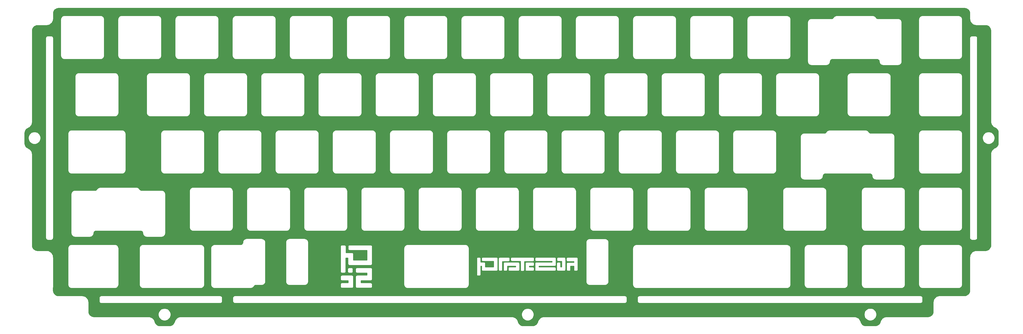
<source format=gbr>
%TF.GenerationSoftware,KiCad,Pcbnew,(5.1.9)-1*%
%TF.CreationDate,2021-02-08T20:19:00+01:00*%
%TF.ProjectId,P.02_ANSI,502e3032-5f41-44e5-9349-2e6b69636164,rev?*%
%TF.SameCoordinates,Original*%
%TF.FileFunction,Copper,L2,Bot*%
%TF.FilePolarity,Positive*%
%FSLAX46Y46*%
G04 Gerber Fmt 4.6, Leading zero omitted, Abs format (unit mm)*
G04 Created by KiCad (PCBNEW (5.1.9)-1) date 2021-02-08 20:19:00*
%MOMM*%
%LPD*%
G01*
G04 APERTURE LIST*
%TA.AperFunction,NonConductor*%
%ADD10C,0.254000*%
%TD*%
%TA.AperFunction,NonConductor*%
%ADD11C,0.100000*%
%TD*%
G04 APERTURE END LIST*
D10*
X283100010Y-42714990D02*
X283447965Y-42749118D01*
X283769632Y-42846245D01*
X284066312Y-43004002D01*
X284326693Y-43216378D01*
X284540867Y-43475284D01*
X284700675Y-43770863D01*
X284800027Y-44091849D01*
X284836511Y-44439057D01*
X284836460Y-46180227D01*
X284836508Y-46180713D01*
X284836511Y-46181618D01*
X284837733Y-46193653D01*
X284837649Y-46205755D01*
X284838026Y-46209605D01*
X284878827Y-46597797D01*
X284883878Y-46622403D01*
X284888580Y-46647051D01*
X284889698Y-46650754D01*
X285005122Y-47023629D01*
X285014853Y-47046778D01*
X285024255Y-47070050D01*
X285026071Y-47073466D01*
X285211722Y-47416821D01*
X285225773Y-47437654D01*
X285239508Y-47458642D01*
X285241947Y-47461633D01*
X285241952Y-47461640D01*
X285241958Y-47461646D01*
X285490760Y-47762395D01*
X285508573Y-47780084D01*
X285526139Y-47798022D01*
X285529120Y-47800488D01*
X285831605Y-48047188D01*
X285852486Y-48061062D01*
X285873230Y-48075266D01*
X285876625Y-48077101D01*
X285876633Y-48077106D01*
X285876641Y-48077109D01*
X286221275Y-48260355D01*
X286244486Y-48269923D01*
X286267562Y-48279813D01*
X286271253Y-48280956D01*
X286271259Y-48280958D01*
X286644929Y-48393774D01*
X286669515Y-48398642D01*
X286694113Y-48403871D01*
X286697960Y-48404275D01*
X287086429Y-48442365D01*
X287086431Y-48442365D01*
X287099854Y-48443687D01*
X290101394Y-48443687D01*
X290449348Y-48477804D01*
X290771020Y-48574922D01*
X291067698Y-48732669D01*
X291328088Y-48945037D01*
X291542272Y-49203940D01*
X291702088Y-49499515D01*
X291801448Y-49820494D01*
X291837943Y-50167721D01*
X291837942Y-80404485D01*
X291838034Y-80405415D01*
X291838131Y-80419829D01*
X291839440Y-80432313D01*
X291839435Y-80444869D01*
X291839838Y-80448716D01*
X291883183Y-80836633D01*
X291888391Y-80861185D01*
X291893258Y-80885822D01*
X291894398Y-80889510D01*
X291894400Y-80889517D01*
X291894403Y-80889523D01*
X292012268Y-81261628D01*
X292022142Y-81284694D01*
X292031705Y-81307923D01*
X292033541Y-81311322D01*
X292033543Y-81311327D01*
X292033546Y-81311331D01*
X292221441Y-81653456D01*
X292235623Y-81674187D01*
X292249501Y-81695095D01*
X292251959Y-81698069D01*
X292251964Y-81698076D01*
X292251970Y-81698081D01*
X292502739Y-81997194D01*
X292520676Y-82014774D01*
X292538352Y-82032589D01*
X292541348Y-82035035D01*
X292845444Y-82279747D01*
X292866435Y-82293496D01*
X292887253Y-82307551D01*
X292890668Y-82309368D01*
X293236505Y-82490354D01*
X293236513Y-82490357D01*
X293558277Y-82658745D01*
X293820055Y-82869403D01*
X294035930Y-83126894D01*
X294197679Y-83421412D01*
X294299143Y-83741735D01*
X294337863Y-84088262D01*
X294337943Y-84100097D01*
X294337942Y-87542216D01*
X294303824Y-87890171D01*
X294206706Y-88211842D01*
X294048960Y-88508520D01*
X293836589Y-88768912D01*
X293577689Y-88983094D01*
X293270962Y-89148940D01*
X293259375Y-89153719D01*
X293259324Y-89153740D01*
X293234294Y-89164064D01*
X293223218Y-89169956D01*
X293211578Y-89174659D01*
X293208163Y-89176475D01*
X292864809Y-89362126D01*
X292844000Y-89376162D01*
X292822988Y-89389912D01*
X292819996Y-89392353D01*
X292819990Y-89392357D01*
X292819985Y-89392362D01*
X292519235Y-89641162D01*
X292501509Y-89659012D01*
X292483607Y-89676543D01*
X292481146Y-89679517D01*
X292481141Y-89679522D01*
X292481140Y-89679524D01*
X292234440Y-89982008D01*
X292220542Y-90002926D01*
X292206363Y-90023634D01*
X292204526Y-90027032D01*
X292204523Y-90027036D01*
X292204523Y-90027037D01*
X292021274Y-90371680D01*
X292011714Y-90394874D01*
X292001817Y-90417966D01*
X292000676Y-90421655D01*
X292000673Y-90421662D01*
X292000672Y-90421669D01*
X291887856Y-90795332D01*
X291882988Y-90819918D01*
X291877759Y-90844516D01*
X291877355Y-90848363D01*
X291839323Y-91236243D01*
X291837943Y-91250257D01*
X291837942Y-121601524D01*
X291803824Y-121949479D01*
X291706706Y-122271150D01*
X291548960Y-122567828D01*
X291336589Y-122828220D01*
X291077689Y-123042402D01*
X290782114Y-123202218D01*
X290461135Y-123301578D01*
X290113917Y-123338072D01*
X287097583Y-123338072D01*
X287097103Y-123338119D01*
X287096327Y-123338122D01*
X287084291Y-123339344D01*
X287072186Y-123339259D01*
X287068336Y-123339637D01*
X286680142Y-123380427D01*
X286655540Y-123385476D01*
X286630888Y-123390178D01*
X286627195Y-123391293D01*
X286627185Y-123391295D01*
X286627176Y-123391299D01*
X286254306Y-123506710D01*
X286231146Y-123516444D01*
X286207884Y-123525842D01*
X286204478Y-123527653D01*
X286204469Y-123527657D01*
X286204462Y-123527662D01*
X285861109Y-123713298D01*
X285840274Y-123727350D01*
X285819287Y-123741083D01*
X285816297Y-123743522D01*
X285816290Y-123743527D01*
X285816284Y-123743533D01*
X285515527Y-123992326D01*
X285497824Y-124010152D01*
X285479900Y-124027704D01*
X285477434Y-124030684D01*
X285230724Y-124333163D01*
X285216835Y-124354066D01*
X285202645Y-124374789D01*
X285200808Y-124378186D01*
X285200805Y-124378190D01*
X285200805Y-124378191D01*
X285017546Y-124722829D01*
X285007976Y-124746045D01*
X284998088Y-124769114D01*
X284996946Y-124772803D01*
X284996943Y-124772810D01*
X284996942Y-124772817D01*
X284884115Y-125146477D01*
X284879232Y-125171130D01*
X284874017Y-125195662D01*
X284873614Y-125199496D01*
X284873612Y-125199508D01*
X284873612Y-125199519D01*
X284835512Y-125587977D01*
X284835512Y-125587982D01*
X284834190Y-125601402D01*
X284833875Y-136624570D01*
X284799747Y-136972525D01*
X284702619Y-137294195D01*
X284544862Y-137590870D01*
X284332487Y-137851253D01*
X284073580Y-138065428D01*
X283778002Y-138225234D01*
X283457012Y-138324587D01*
X283109806Y-138361070D01*
X274899103Y-138361425D01*
X274898623Y-138361472D01*
X274897866Y-138361475D01*
X274885836Y-138362697D01*
X274873739Y-138362613D01*
X274869889Y-138362990D01*
X274481696Y-138403791D01*
X274457083Y-138408844D01*
X274432443Y-138413544D01*
X274428740Y-138414662D01*
X274055865Y-138530086D01*
X274032716Y-138539817D01*
X274009444Y-138549219D01*
X274006028Y-138551035D01*
X273662673Y-138736686D01*
X273641791Y-138750771D01*
X273620852Y-138764473D01*
X273617861Y-138766911D01*
X273617854Y-138766916D01*
X273617848Y-138766922D01*
X273317099Y-139015724D01*
X273299390Y-139033557D01*
X273281472Y-139051104D01*
X273279006Y-139054084D01*
X273032305Y-139356569D01*
X273018392Y-139377510D01*
X273004228Y-139398195D01*
X273002388Y-139401597D01*
X272819139Y-139746239D01*
X272809571Y-139769453D01*
X272799681Y-139792527D01*
X272798537Y-139796222D01*
X272685719Y-140169893D01*
X272680845Y-140194509D01*
X272675623Y-140219077D01*
X272675219Y-140222924D01*
X272637129Y-140611393D01*
X272637129Y-140611405D01*
X272635808Y-140624818D01*
X272635807Y-143629264D01*
X272601689Y-143977219D01*
X272504571Y-144298890D01*
X272346825Y-144595568D01*
X272134454Y-144855960D01*
X271875554Y-145070142D01*
X271579979Y-145229958D01*
X271259000Y-145329318D01*
X270911782Y-145365812D01*
X257222038Y-145365812D01*
X257212030Y-145366798D01*
X256926055Y-145387604D01*
X256904714Y-145391275D01*
X256883267Y-145394107D01*
X256879507Y-145395012D01*
X256500642Y-145488929D01*
X256476980Y-145497318D01*
X256453202Y-145505377D01*
X256449697Y-145506991D01*
X256449688Y-145506994D01*
X256449680Y-145506999D01*
X256096281Y-145672712D01*
X256074697Y-145685539D01*
X256052940Y-145698061D01*
X256049808Y-145700330D01*
X255735319Y-145931535D01*
X255716647Y-145948302D01*
X255697726Y-145964820D01*
X255695094Y-145967655D01*
X255431504Y-146255541D01*
X255416435Y-146275627D01*
X255401093Y-146295493D01*
X255399067Y-146298777D01*
X255399061Y-146298785D01*
X255399057Y-146298793D01*
X255196407Y-146632387D01*
X255185517Y-146655037D01*
X255174336Y-146677486D01*
X255172986Y-146681100D01*
X255172982Y-146681109D01*
X255172980Y-146681118D01*
X255038985Y-147047721D01*
X255038981Y-147047736D01*
X254914312Y-147388825D01*
X254739861Y-147675999D01*
X254512955Y-147923820D01*
X254242228Y-148122851D01*
X253938003Y-148265506D01*
X253608464Y-148347196D01*
X253352595Y-148365812D01*
X250249192Y-148365812D01*
X249901237Y-148331694D01*
X249579566Y-148234576D01*
X249282888Y-148076830D01*
X249022496Y-147864459D01*
X248808314Y-147605559D01*
X248646778Y-147306804D01*
X248562348Y-147057139D01*
X248562347Y-147057136D01*
X248470377Y-146785173D01*
X248461522Y-146765547D01*
X248453454Y-146745577D01*
X248451638Y-146742161D01*
X248265987Y-146398806D01*
X248251936Y-146377973D01*
X248238201Y-146356985D01*
X248235766Y-146354000D01*
X248235757Y-146353987D01*
X248235747Y-146353977D01*
X247986949Y-146053232D01*
X247969135Y-146035542D01*
X247951569Y-146017604D01*
X247948589Y-146015138D01*
X247646104Y-145768437D01*
X247625163Y-145754524D01*
X247604478Y-145740360D01*
X247601076Y-145738520D01*
X247256434Y-145555271D01*
X247233220Y-145545703D01*
X247210146Y-145535813D01*
X247206455Y-145534670D01*
X247206449Y-145534668D01*
X246832780Y-145421851D01*
X246808164Y-145416977D01*
X246783596Y-145411755D01*
X246779749Y-145411351D01*
X246391280Y-145373261D01*
X246391277Y-145373261D01*
X246377854Y-145371939D01*
X143145199Y-145371939D01*
X143135147Y-145372929D01*
X142848238Y-145393869D01*
X142826882Y-145397548D01*
X142805388Y-145400396D01*
X142801628Y-145401303D01*
X142422807Y-145495396D01*
X142399178Y-145503786D01*
X142375376Y-145511865D01*
X142371866Y-145513483D01*
X142371858Y-145513487D01*
X142018532Y-145679365D01*
X141996971Y-145692191D01*
X141975202Y-145704734D01*
X141972070Y-145707005D01*
X141657689Y-145938357D01*
X141639030Y-145955128D01*
X141620113Y-145971658D01*
X141617488Y-145974489D01*
X141617482Y-145974494D01*
X141617477Y-145974500D01*
X141354024Y-146262502D01*
X141338950Y-146282615D01*
X141323632Y-146302469D01*
X141321605Y-146305756D01*
X141321602Y-146305761D01*
X141321602Y-146305762D01*
X141119102Y-146639456D01*
X141108218Y-146662120D01*
X141097051Y-146684565D01*
X141095705Y-146688176D01*
X141095699Y-146688189D01*
X141095696Y-146688202D01*
X140961872Y-147054863D01*
X140961872Y-147054864D01*
X140837357Y-147396021D01*
X140663035Y-147683282D01*
X140436242Y-147931207D01*
X140165612Y-148130362D01*
X139861451Y-148273158D01*
X139531979Y-148354994D01*
X139275267Y-148373730D01*
X136172466Y-148373730D01*
X135824511Y-148339612D01*
X135502840Y-148242494D01*
X135206162Y-148084748D01*
X134945770Y-147872377D01*
X134731588Y-147613477D01*
X134570104Y-147314818D01*
X134484898Y-147062200D01*
X134392132Y-146787169D01*
X134383244Y-146767427D01*
X134375139Y-146747367D01*
X134373323Y-146743951D01*
X134187672Y-146400596D01*
X134173587Y-146379714D01*
X134159885Y-146358775D01*
X134157443Y-146355779D01*
X134157442Y-146355777D01*
X134157436Y-146355771D01*
X133908634Y-146055022D01*
X133890801Y-146037313D01*
X133873254Y-146019395D01*
X133870274Y-146016929D01*
X133567789Y-145770228D01*
X133546848Y-145756315D01*
X133526163Y-145742151D01*
X133522761Y-145740311D01*
X133178119Y-145557062D01*
X133154905Y-145547494D01*
X133131831Y-145537604D01*
X133128140Y-145536461D01*
X133128134Y-145536459D01*
X132754465Y-145423642D01*
X132729849Y-145418768D01*
X132705281Y-145413546D01*
X132701434Y-145413142D01*
X132312965Y-145375052D01*
X132312963Y-145375052D01*
X132299540Y-145373730D01*
X22158418Y-145373730D01*
X22148410Y-145374716D01*
X21862435Y-145395522D01*
X21841094Y-145399193D01*
X21819647Y-145402025D01*
X21815887Y-145402930D01*
X21437022Y-145496847D01*
X21413360Y-145505236D01*
X21389582Y-145513295D01*
X21386077Y-145514909D01*
X21386068Y-145514912D01*
X21386060Y-145514917D01*
X21032661Y-145680630D01*
X21011077Y-145693457D01*
X20989320Y-145705979D01*
X20986188Y-145708248D01*
X20671699Y-145939453D01*
X20653027Y-145956220D01*
X20634106Y-145972738D01*
X20631474Y-145975573D01*
X20367884Y-146263459D01*
X20352815Y-146283545D01*
X20337473Y-146303411D01*
X20335447Y-146306695D01*
X20335441Y-146306703D01*
X20335437Y-146306711D01*
X20132787Y-146640305D01*
X20121897Y-146662955D01*
X20110716Y-146685404D01*
X20109366Y-146689018D01*
X20109362Y-146689027D01*
X20109360Y-146689036D01*
X19975365Y-147055639D01*
X19975361Y-147055654D01*
X19850692Y-147396743D01*
X19676241Y-147683917D01*
X19449335Y-147931738D01*
X19178608Y-148130769D01*
X18874383Y-148273424D01*
X18544844Y-148355114D01*
X18288975Y-148373730D01*
X15185572Y-148373730D01*
X14837617Y-148339612D01*
X14515946Y-148242494D01*
X14219268Y-148084748D01*
X13958876Y-147872377D01*
X13744694Y-147613477D01*
X13583210Y-147314818D01*
X13498004Y-147062200D01*
X13405238Y-146787169D01*
X13396352Y-146767432D01*
X13388245Y-146747366D01*
X13386429Y-146743951D01*
X13200778Y-146400597D01*
X13186742Y-146379788D01*
X13172992Y-146358776D01*
X13170551Y-146355784D01*
X13170547Y-146355778D01*
X13170542Y-146355773D01*
X12921742Y-146055023D01*
X12903892Y-146037297D01*
X12886361Y-146019395D01*
X12883387Y-146016934D01*
X12883382Y-146016929D01*
X12883377Y-146016925D01*
X12580896Y-145770228D01*
X12559978Y-145756330D01*
X12539270Y-145742151D01*
X12535872Y-145740314D01*
X12535868Y-145740311D01*
X12535864Y-145740309D01*
X12191224Y-145557062D01*
X12168030Y-145547502D01*
X12144938Y-145537605D01*
X12141249Y-145536464D01*
X12141242Y-145536461D01*
X12141235Y-145536460D01*
X11767572Y-145423644D01*
X11742986Y-145418776D01*
X11718388Y-145413547D01*
X11714541Y-145413143D01*
X11327875Y-145375230D01*
X11312647Y-145373730D01*
X-6826850Y-145373730D01*
X-7174805Y-145339612D01*
X-7496476Y-145242494D01*
X-7793154Y-145084748D01*
X-8053546Y-144872377D01*
X-8267728Y-144613477D01*
X-8358721Y-144445188D01*
X14585094Y-144445188D01*
X14585094Y-144856272D01*
X14665292Y-145259457D01*
X14822607Y-145639249D01*
X15050993Y-145981053D01*
X15341673Y-146271733D01*
X15683477Y-146500119D01*
X16063269Y-146657434D01*
X16466454Y-146737632D01*
X16877538Y-146737632D01*
X17280723Y-146657434D01*
X17660515Y-146500119D01*
X18002319Y-146271733D01*
X18292999Y-145981053D01*
X18521385Y-145639249D01*
X18678700Y-145259457D01*
X18758898Y-144856272D01*
X18758898Y-144445188D01*
X18758720Y-144444293D01*
X135526833Y-144444293D01*
X135526833Y-144855377D01*
X135607031Y-145258562D01*
X135764346Y-145638354D01*
X135992732Y-145980158D01*
X136283412Y-146270838D01*
X136625216Y-146499224D01*
X137005008Y-146656539D01*
X137408193Y-146736737D01*
X137819277Y-146736737D01*
X138222462Y-146656539D01*
X138602254Y-146499224D01*
X138944058Y-146270838D01*
X139234738Y-145980158D01*
X139463124Y-145638354D01*
X139620439Y-145258562D01*
X139700637Y-144855377D01*
X139700637Y-144444293D01*
X139699241Y-144437270D01*
X249648742Y-144437270D01*
X249648742Y-144848354D01*
X249728940Y-145251539D01*
X249886255Y-145631331D01*
X250114641Y-145973135D01*
X250405321Y-146263815D01*
X250747125Y-146492201D01*
X251126917Y-146649516D01*
X251530102Y-146729714D01*
X251941186Y-146729714D01*
X252344371Y-146649516D01*
X252724163Y-146492201D01*
X253065967Y-146263815D01*
X253356647Y-145973135D01*
X253585033Y-145631331D01*
X253742348Y-145251539D01*
X253822546Y-144848354D01*
X253822546Y-144437270D01*
X253742348Y-144034085D01*
X253585033Y-143654293D01*
X253356647Y-143312489D01*
X253065967Y-143021809D01*
X252724163Y-142793423D01*
X252344371Y-142636108D01*
X251941186Y-142555910D01*
X251530102Y-142555910D01*
X251126917Y-142636108D01*
X250747125Y-142793423D01*
X250405321Y-143021809D01*
X250114641Y-143312489D01*
X249886255Y-143654293D01*
X249728940Y-144034085D01*
X249648742Y-144437270D01*
X139699241Y-144437270D01*
X139620439Y-144041108D01*
X139463124Y-143661316D01*
X139234738Y-143319512D01*
X138944058Y-143028832D01*
X138602254Y-142800446D01*
X138222462Y-142643131D01*
X137819277Y-142562933D01*
X137408193Y-142562933D01*
X137005008Y-142643131D01*
X136625216Y-142800446D01*
X136283412Y-143028832D01*
X135992732Y-143319512D01*
X135764346Y-143661316D01*
X135607031Y-144041108D01*
X135526833Y-144444293D01*
X18758720Y-144444293D01*
X18678700Y-144042003D01*
X18521385Y-143662211D01*
X18292999Y-143320407D01*
X18002319Y-143029727D01*
X17660515Y-142801341D01*
X17280723Y-142644026D01*
X16877538Y-142563828D01*
X16466454Y-142563828D01*
X16063269Y-142644026D01*
X15683477Y-142801341D01*
X15341673Y-143029727D01*
X15050993Y-143320407D01*
X14822607Y-143662211D01*
X14665292Y-144042003D01*
X14585094Y-144445188D01*
X-8358721Y-144445188D01*
X-8427544Y-144317902D01*
X-8526904Y-143996923D01*
X-8563398Y-143649705D01*
X-8563398Y-140637211D01*
X-8563446Y-140636726D01*
X-8563449Y-140635801D01*
X-8564672Y-140623758D01*
X-8564588Y-140611650D01*
X-8564966Y-140607800D01*
X-8605784Y-140219609D01*
X-8610831Y-140195023D01*
X-8615538Y-140170356D01*
X-8616656Y-140166653D01*
X-8617373Y-140164335D01*
X-5117398Y-140164335D01*
X-5116225Y-140176250D01*
X-5116246Y-140179325D01*
X-5115869Y-140183175D01*
X-5105669Y-140280223D01*
X-5100612Y-140304861D01*
X-5095916Y-140329477D01*
X-5094801Y-140333170D01*
X-5094799Y-140333180D01*
X-5094795Y-140333189D01*
X-5065942Y-140426399D01*
X-5056218Y-140449531D01*
X-5046808Y-140472822D01*
X-5044992Y-140476237D01*
X-4998579Y-140562075D01*
X-4984549Y-140582875D01*
X-4970794Y-140603895D01*
X-4968349Y-140606893D01*
X-4906147Y-140682082D01*
X-4888318Y-140699787D01*
X-4870769Y-140717708D01*
X-4867789Y-140720173D01*
X-4792168Y-140781849D01*
X-4771225Y-140795764D01*
X-4750539Y-140809928D01*
X-4747149Y-140811761D01*
X-4747140Y-140811767D01*
X-4747131Y-140811771D01*
X-4660975Y-140857580D01*
X-4637748Y-140867153D01*
X-4614691Y-140877036D01*
X-4610998Y-140878179D01*
X-4610994Y-140878181D01*
X-4610990Y-140878182D01*
X-4517578Y-140906385D01*
X-4492955Y-140911261D01*
X-4468391Y-140916482D01*
X-4464550Y-140916885D01*
X-4464547Y-140916886D01*
X-4464544Y-140916886D01*
X-4367427Y-140926408D01*
X-4354004Y-140927730D01*
X35172524Y-140927730D01*
X35184438Y-140926557D01*
X35187513Y-140926578D01*
X35191363Y-140926201D01*
X35288411Y-140916001D01*
X35313049Y-140910944D01*
X35337665Y-140906248D01*
X35341358Y-140905133D01*
X35341368Y-140905131D01*
X35341377Y-140905127D01*
X35434587Y-140876274D01*
X35457719Y-140866550D01*
X35481010Y-140857140D01*
X35484420Y-140855327D01*
X35484424Y-140855325D01*
X35484427Y-140855323D01*
X35570263Y-140808911D01*
X35591063Y-140794881D01*
X35612083Y-140781126D01*
X35615081Y-140778681D01*
X35690270Y-140716479D01*
X35707975Y-140698650D01*
X35725896Y-140681101D01*
X35728361Y-140678121D01*
X35790037Y-140602500D01*
X35803952Y-140581557D01*
X35818116Y-140560871D01*
X35819949Y-140557481D01*
X35819955Y-140557472D01*
X35819959Y-140557463D01*
X35865768Y-140471307D01*
X35875341Y-140448080D01*
X35885224Y-140425023D01*
X35886368Y-140421328D01*
X35914573Y-140327910D01*
X35919449Y-140303287D01*
X35924670Y-140278723D01*
X35925074Y-140274876D01*
X35934596Y-140177759D01*
X35935918Y-140164336D01*
X35935918Y-140162544D01*
X39381805Y-140162544D01*
X39382978Y-140174459D01*
X39382957Y-140177534D01*
X39383334Y-140181384D01*
X39393534Y-140278432D01*
X39398591Y-140303070D01*
X39403287Y-140327686D01*
X39404402Y-140331379D01*
X39404404Y-140331389D01*
X39404408Y-140331398D01*
X39433261Y-140424608D01*
X39442985Y-140447740D01*
X39452395Y-140471031D01*
X39454211Y-140474446D01*
X39500624Y-140560284D01*
X39514654Y-140581084D01*
X39528409Y-140602104D01*
X39530854Y-140605102D01*
X39593056Y-140680291D01*
X39610885Y-140697996D01*
X39628434Y-140715917D01*
X39631414Y-140718382D01*
X39707035Y-140780058D01*
X39727978Y-140793973D01*
X39748664Y-140808137D01*
X39752054Y-140809970D01*
X39752063Y-140809976D01*
X39752072Y-140809980D01*
X39838228Y-140855789D01*
X39861455Y-140865362D01*
X39884512Y-140875245D01*
X39888205Y-140876388D01*
X39888209Y-140876390D01*
X39888213Y-140876391D01*
X39981625Y-140904594D01*
X40006248Y-140909470D01*
X40030812Y-140914691D01*
X40034653Y-140915094D01*
X40034656Y-140915095D01*
X40034659Y-140915095D01*
X40131776Y-140924617D01*
X40145199Y-140925939D01*
X169926005Y-140925939D01*
X169937919Y-140924766D01*
X169940994Y-140924787D01*
X169944844Y-140924410D01*
X170041892Y-140914210D01*
X170066530Y-140909153D01*
X170091146Y-140904457D01*
X170094839Y-140903342D01*
X170094849Y-140903340D01*
X170094858Y-140903336D01*
X170188068Y-140874483D01*
X170211200Y-140864759D01*
X170234491Y-140855349D01*
X170237901Y-140853536D01*
X170237905Y-140853534D01*
X170237908Y-140853532D01*
X170323744Y-140807120D01*
X170344544Y-140793090D01*
X170365564Y-140779335D01*
X170368562Y-140776890D01*
X170443751Y-140714688D01*
X170461456Y-140696859D01*
X170479377Y-140679310D01*
X170481842Y-140676330D01*
X170543518Y-140600709D01*
X170557433Y-140579766D01*
X170571597Y-140559080D01*
X170573430Y-140555690D01*
X170573436Y-140555681D01*
X170573440Y-140555672D01*
X170619249Y-140469516D01*
X170628822Y-140446289D01*
X170638705Y-140423232D01*
X170639849Y-140419537D01*
X170668054Y-140326119D01*
X170672930Y-140301496D01*
X170678151Y-140276932D01*
X170678555Y-140273085D01*
X170688077Y-140175968D01*
X170689399Y-140162545D01*
X170689399Y-140156417D01*
X174135863Y-140156417D01*
X174137036Y-140168332D01*
X174137015Y-140171407D01*
X174137392Y-140175257D01*
X174147592Y-140272305D01*
X174152649Y-140296943D01*
X174157345Y-140321559D01*
X174158460Y-140325252D01*
X174158462Y-140325262D01*
X174158466Y-140325271D01*
X174187319Y-140418481D01*
X174197043Y-140441613D01*
X174206453Y-140464904D01*
X174208269Y-140468319D01*
X174254682Y-140554157D01*
X174268712Y-140574957D01*
X174282467Y-140595977D01*
X174284912Y-140598975D01*
X174347114Y-140674164D01*
X174364943Y-140691869D01*
X174382492Y-140709790D01*
X174385472Y-140712255D01*
X174461093Y-140773931D01*
X174482036Y-140787846D01*
X174502722Y-140802010D01*
X174506112Y-140803843D01*
X174506121Y-140803849D01*
X174506130Y-140803853D01*
X174592286Y-140849662D01*
X174615513Y-140859235D01*
X174638570Y-140869118D01*
X174642263Y-140870261D01*
X174642267Y-140870263D01*
X174642271Y-140870264D01*
X174735683Y-140898467D01*
X174760306Y-140903343D01*
X174784870Y-140908564D01*
X174788711Y-140908967D01*
X174788714Y-140908968D01*
X174788717Y-140908968D01*
X174885834Y-140918490D01*
X174899257Y-140919812D01*
X268426130Y-140919812D01*
X268438044Y-140918639D01*
X268441119Y-140918660D01*
X268444969Y-140918283D01*
X268542017Y-140908083D01*
X268566655Y-140903026D01*
X268591271Y-140898330D01*
X268594964Y-140897215D01*
X268594974Y-140897213D01*
X268594983Y-140897209D01*
X268688193Y-140868356D01*
X268711325Y-140858632D01*
X268734616Y-140849222D01*
X268738026Y-140847409D01*
X268738030Y-140847407D01*
X268738033Y-140847405D01*
X268823869Y-140800993D01*
X268844669Y-140786963D01*
X268865689Y-140773208D01*
X268868687Y-140770763D01*
X268943876Y-140708561D01*
X268961581Y-140690732D01*
X268979502Y-140673183D01*
X268981967Y-140670203D01*
X269043643Y-140594582D01*
X269057558Y-140573639D01*
X269071722Y-140552953D01*
X269073555Y-140549563D01*
X269073561Y-140549554D01*
X269073565Y-140549545D01*
X269119374Y-140463389D01*
X269128947Y-140440162D01*
X269138830Y-140417105D01*
X269139974Y-140413410D01*
X269168179Y-140319992D01*
X269173055Y-140295369D01*
X269178276Y-140270805D01*
X269178680Y-140266958D01*
X269188202Y-140169841D01*
X269189524Y-140156418D01*
X269189524Y-139125234D01*
X269188351Y-139113320D01*
X269188372Y-139110245D01*
X269187995Y-139106395D01*
X269177795Y-139009347D01*
X269172738Y-138984709D01*
X269168042Y-138960093D01*
X269166927Y-138956400D01*
X269166925Y-138956390D01*
X269166921Y-138956381D01*
X269138068Y-138863171D01*
X269128344Y-138840039D01*
X269118934Y-138816748D01*
X269117118Y-138813332D01*
X269070705Y-138727495D01*
X269056632Y-138706630D01*
X269042919Y-138685675D01*
X269040477Y-138682679D01*
X269040475Y-138682676D01*
X269040470Y-138682671D01*
X268978273Y-138607488D01*
X268960444Y-138589783D01*
X268942895Y-138571862D01*
X268939915Y-138569397D01*
X268864294Y-138507721D01*
X268843377Y-138493823D01*
X268822665Y-138479641D01*
X268819275Y-138477809D01*
X268819266Y-138477803D01*
X268819257Y-138477799D01*
X268733101Y-138431990D01*
X268709886Y-138422422D01*
X268686817Y-138412534D01*
X268683122Y-138411390D01*
X268589704Y-138383185D01*
X268565089Y-138378311D01*
X268540518Y-138373088D01*
X268536675Y-138372684D01*
X268536671Y-138372684D01*
X268439553Y-138363162D01*
X268426130Y-138361840D01*
X174899257Y-138361840D01*
X174887343Y-138363013D01*
X174884268Y-138362992D01*
X174880418Y-138363369D01*
X174783370Y-138373569D01*
X174758732Y-138378626D01*
X174734116Y-138383322D01*
X174730423Y-138384437D01*
X174730413Y-138384439D01*
X174730404Y-138384443D01*
X174637194Y-138413296D01*
X174614062Y-138423020D01*
X174590771Y-138432430D01*
X174587355Y-138434246D01*
X174501518Y-138480659D01*
X174480653Y-138494732D01*
X174459698Y-138508445D01*
X174456705Y-138510885D01*
X174456699Y-138510889D01*
X174456694Y-138510894D01*
X174381511Y-138573091D01*
X174363806Y-138590920D01*
X174345885Y-138608469D01*
X174343420Y-138611449D01*
X174281744Y-138687070D01*
X174267846Y-138707987D01*
X174253664Y-138728699D01*
X174251832Y-138732089D01*
X174251826Y-138732098D01*
X174251822Y-138732107D01*
X174206013Y-138818263D01*
X174196445Y-138841478D01*
X174186557Y-138864547D01*
X174185413Y-138868242D01*
X174157208Y-138961660D01*
X174152334Y-138986275D01*
X174147111Y-139010846D01*
X174146707Y-139014693D01*
X174137185Y-139111811D01*
X174137185Y-139111821D01*
X174135864Y-139125234D01*
X174135863Y-140156417D01*
X170689399Y-140156417D01*
X170689399Y-139129442D01*
X170688226Y-139117528D01*
X170688247Y-139114453D01*
X170687870Y-139110603D01*
X170677670Y-139013555D01*
X170672613Y-138988917D01*
X170667917Y-138964301D01*
X170666802Y-138960608D01*
X170666800Y-138960598D01*
X170666796Y-138960589D01*
X170637943Y-138867379D01*
X170628219Y-138844247D01*
X170618809Y-138820956D01*
X170616993Y-138817540D01*
X170570580Y-138731703D01*
X170556507Y-138710838D01*
X170542794Y-138689883D01*
X170540352Y-138686887D01*
X170540350Y-138686884D01*
X170540345Y-138686879D01*
X170478148Y-138611696D01*
X170460319Y-138593991D01*
X170442770Y-138576070D01*
X170439790Y-138573605D01*
X170364169Y-138511929D01*
X170343252Y-138498031D01*
X170322540Y-138483849D01*
X170319150Y-138482017D01*
X170319141Y-138482011D01*
X170319132Y-138482007D01*
X170232976Y-138436198D01*
X170209761Y-138426630D01*
X170186692Y-138416742D01*
X170182997Y-138415598D01*
X170089579Y-138387393D01*
X170064964Y-138382519D01*
X170040393Y-138377296D01*
X170036550Y-138376892D01*
X170036546Y-138376892D01*
X169939428Y-138367370D01*
X169926005Y-138366048D01*
X40145199Y-138366048D01*
X40133285Y-138367221D01*
X40130210Y-138367200D01*
X40126360Y-138367577D01*
X40029312Y-138377777D01*
X40004674Y-138382834D01*
X39980058Y-138387530D01*
X39976365Y-138388645D01*
X39976355Y-138388647D01*
X39976346Y-138388651D01*
X39883136Y-138417504D01*
X39860004Y-138427228D01*
X39836713Y-138436638D01*
X39833297Y-138438454D01*
X39747460Y-138484867D01*
X39726595Y-138498940D01*
X39705640Y-138512653D01*
X39702647Y-138515093D01*
X39702641Y-138515097D01*
X39702636Y-138515102D01*
X39627453Y-138577299D01*
X39609748Y-138595128D01*
X39591827Y-138612677D01*
X39589362Y-138615657D01*
X39527686Y-138691278D01*
X39513788Y-138712195D01*
X39499606Y-138732907D01*
X39497774Y-138736297D01*
X39497768Y-138736306D01*
X39497764Y-138736315D01*
X39451955Y-138822471D01*
X39442387Y-138845686D01*
X39432499Y-138868755D01*
X39431355Y-138872450D01*
X39403150Y-138965868D01*
X39398276Y-138990483D01*
X39393053Y-139015054D01*
X39392649Y-139018901D01*
X39383127Y-139116019D01*
X39383127Y-139116029D01*
X39381806Y-139129442D01*
X39381805Y-140162544D01*
X35935918Y-140162544D01*
X35935918Y-139135216D01*
X35934743Y-139123291D01*
X35934765Y-139120191D01*
X35934387Y-139116341D01*
X35924182Y-139019293D01*
X35919138Y-138994726D01*
X35914428Y-138970041D01*
X35913309Y-138966338D01*
X35884449Y-138873121D01*
X35874710Y-138849954D01*
X35865313Y-138826700D01*
X35863497Y-138823284D01*
X35817081Y-138737448D01*
X35803026Y-138716612D01*
X35789293Y-138695629D01*
X35786852Y-138692636D01*
X35786848Y-138692630D01*
X35786843Y-138692625D01*
X35724643Y-138617445D01*
X35706821Y-138599748D01*
X35689262Y-138581819D01*
X35686288Y-138579359D01*
X35686282Y-138579353D01*
X35686275Y-138579349D01*
X35610658Y-138517682D01*
X35589777Y-138503810D01*
X35569030Y-138489606D01*
X35565627Y-138487766D01*
X35479465Y-138441958D01*
X35456227Y-138432381D01*
X35433180Y-138422504D01*
X35429496Y-138421365D01*
X35429483Y-138421359D01*
X35429470Y-138421356D01*
X35336066Y-138393159D01*
X35311427Y-138388282D01*
X35286878Y-138383065D01*
X35283036Y-138382661D01*
X35283032Y-138382661D01*
X35185914Y-138373143D01*
X35185909Y-138373143D01*
X35172489Y-138371822D01*
X-4354037Y-138373536D01*
X-4365934Y-138374708D01*
X-4368992Y-138374687D01*
X-4372842Y-138375064D01*
X-4469890Y-138385264D01*
X-4494528Y-138390321D01*
X-4519144Y-138395017D01*
X-4522837Y-138396132D01*
X-4522847Y-138396134D01*
X-4522856Y-138396138D01*
X-4616066Y-138424991D01*
X-4639223Y-138434725D01*
X-4662488Y-138444125D01*
X-4665894Y-138445936D01*
X-4665903Y-138445940D01*
X-4665910Y-138445945D01*
X-4751742Y-138492353D01*
X-4772567Y-138506400D01*
X-4793561Y-138520138D01*
X-4796559Y-138522582D01*
X-4871748Y-138584784D01*
X-4889456Y-138602615D01*
X-4907377Y-138620165D01*
X-4909838Y-138623139D01*
X-4909842Y-138623143D01*
X-4909843Y-138623145D01*
X-4971518Y-138698766D01*
X-4985431Y-138719707D01*
X-4999594Y-138740391D01*
X-5001434Y-138743793D01*
X-5047247Y-138829955D01*
X-5056814Y-138853164D01*
X-5066705Y-138876243D01*
X-5067847Y-138879930D01*
X-5067849Y-138879936D01*
X-5067849Y-138879938D01*
X-5096053Y-138973357D01*
X-5100939Y-138998030D01*
X-5106148Y-139022538D01*
X-5106553Y-139026381D01*
X-5106554Y-139026388D01*
X-5106554Y-139026395D01*
X-5116076Y-139123502D01*
X-5116076Y-139123516D01*
X-5117397Y-139136929D01*
X-5117398Y-140164335D01*
X-8617373Y-140164335D01*
X-8732096Y-139793784D01*
X-8741818Y-139770658D01*
X-8751232Y-139747362D01*
X-8753048Y-139743947D01*
X-8938715Y-139400600D01*
X-8952767Y-139379768D01*
X-8966502Y-139358781D01*
X-8968943Y-139355789D01*
X-8968947Y-139355783D01*
X-8968952Y-139355778D01*
X-9217766Y-139055039D01*
X-9235571Y-139037359D01*
X-9253147Y-139019413D01*
X-9256128Y-139016947D01*
X-9558624Y-138770259D01*
X-9579528Y-138756372D01*
X-9600252Y-138742183D01*
X-9603654Y-138740344D01*
X-9948306Y-138557110D01*
X-9971509Y-138547547D01*
X-9994592Y-138537655D01*
X-9998281Y-138536513D01*
X-9998288Y-138536510D01*
X-9998295Y-138536509D01*
X-10371965Y-138423709D01*
X-10396605Y-138418831D01*
X-10421150Y-138413615D01*
X-10424984Y-138413212D01*
X-10424996Y-138413210D01*
X-10425007Y-138413210D01*
X-10813466Y-138375138D01*
X-10813471Y-138375138D01*
X-10826891Y-138373817D01*
X-18625594Y-138374155D01*
X-18973551Y-138340052D01*
X-19295228Y-138242948D01*
X-19591914Y-138085215D01*
X-19852315Y-137872856D01*
X-20066506Y-137613965D01*
X-20226335Y-137318399D01*
X-20325711Y-136997416D01*
X-20362220Y-136650213D01*
X-20362163Y-134643514D01*
X-15534752Y-134643514D01*
X-15533545Y-134655769D01*
X-15533589Y-134661994D01*
X-15533211Y-134665844D01*
X-15512816Y-134859941D01*
X-15507767Y-134884543D01*
X-15503065Y-134909195D01*
X-15501950Y-134912888D01*
X-15501948Y-134912898D01*
X-15501944Y-134912907D01*
X-15444240Y-135099338D01*
X-15434501Y-135122510D01*
X-15425108Y-135145760D01*
X-15423299Y-135149162D01*
X-15423293Y-135149176D01*
X-15423285Y-135149188D01*
X-15330471Y-135320855D01*
X-15316442Y-135341656D01*
X-15302687Y-135362677D01*
X-15300242Y-135365675D01*
X-15175843Y-135516055D01*
X-15158038Y-135533738D01*
X-15140465Y-135551684D01*
X-15137496Y-135554139D01*
X-15137485Y-135554150D01*
X-15137473Y-135554158D01*
X-14986245Y-135677505D01*
X-14965315Y-135691412D01*
X-14944619Y-135705583D01*
X-14941222Y-135707420D01*
X-14941218Y-135707423D01*
X-14941214Y-135707425D01*
X-14768897Y-135799052D01*
X-14745707Y-135808611D01*
X-14722613Y-135818510D01*
X-14718920Y-135819653D01*
X-14718916Y-135819655D01*
X-14718912Y-135819656D01*
X-14532084Y-135876069D01*
X-14507459Y-135880946D01*
X-14482899Y-135886167D01*
X-14479065Y-135886570D01*
X-14479053Y-135886572D01*
X-14479042Y-135886572D01*
X-14285870Y-135905518D01*
X-14271393Y-135906944D01*
X137076Y-135907356D01*
X149331Y-135906149D01*
X155556Y-135906193D01*
X159406Y-135905815D01*
X353504Y-135885420D01*
X378106Y-135880371D01*
X402758Y-135875669D01*
X406451Y-135874554D01*
X406461Y-135874552D01*
X406470Y-135874548D01*
X592900Y-135816844D01*
X616043Y-135807116D01*
X639322Y-135797712D01*
X642733Y-135795898D01*
X642738Y-135795896D01*
X642742Y-135795893D01*
X814417Y-135703075D01*
X835227Y-135689040D01*
X856238Y-135675291D01*
X859236Y-135672847D01*
X1009618Y-135548448D01*
X1027323Y-135530620D01*
X1045247Y-135513068D01*
X1047713Y-135510088D01*
X1171068Y-135358847D01*
X1184971Y-135337923D01*
X1199146Y-135317223D01*
X1200982Y-135313828D01*
X1200987Y-135313820D01*
X1200990Y-135313812D01*
X1292615Y-135141502D01*
X1302185Y-135118286D01*
X1312073Y-135095217D01*
X1313215Y-135091528D01*
X1313218Y-135091521D01*
X1313219Y-135091514D01*
X1369632Y-134904686D01*
X1374507Y-134880073D01*
X1379730Y-134855502D01*
X1380133Y-134851666D01*
X1380135Y-134851655D01*
X1380135Y-134851640D01*
X1399184Y-134657421D01*
X1399184Y-134657417D01*
X1400486Y-134644194D01*
X8277761Y-134644194D01*
X8278968Y-134656449D01*
X8278924Y-134662674D01*
X8279302Y-134666524D01*
X8299697Y-134860622D01*
X8304746Y-134885224D01*
X8309448Y-134909876D01*
X8310563Y-134913569D01*
X8310565Y-134913579D01*
X8310569Y-134913588D01*
X8368273Y-135100018D01*
X8377985Y-135123125D01*
X8387404Y-135146439D01*
X8389220Y-135149854D01*
X8482040Y-135321535D01*
X8496092Y-135342370D01*
X8509825Y-135363357D01*
X8512270Y-135366355D01*
X8636669Y-135516735D01*
X8654474Y-135534418D01*
X8672047Y-135552364D01*
X8675016Y-135554819D01*
X8675027Y-135554830D01*
X8675038Y-135554837D01*
X8826267Y-135678185D01*
X8847186Y-135692084D01*
X8867892Y-135706263D01*
X8871294Y-135708103D01*
X9043613Y-135799733D01*
X9066827Y-135809302D01*
X9089899Y-135819191D01*
X9093594Y-135820335D01*
X9280428Y-135876750D01*
X9305055Y-135881628D01*
X9329613Y-135886848D01*
X9333447Y-135887251D01*
X9333459Y-135887253D01*
X9333470Y-135887253D01*
X9526868Y-135906221D01*
X9541120Y-135907625D01*
X28712091Y-135908173D01*
X28724346Y-135906966D01*
X28730571Y-135907010D01*
X28734421Y-135906632D01*
X28928519Y-135886237D01*
X28953121Y-135881188D01*
X28977773Y-135876486D01*
X28981466Y-135875371D01*
X28981476Y-135875369D01*
X28981485Y-135875365D01*
X29167915Y-135817661D01*
X29191022Y-135807949D01*
X29214336Y-135798530D01*
X29217751Y-135796714D01*
X29389432Y-135703894D01*
X29410267Y-135689842D01*
X29431254Y-135676109D01*
X29434252Y-135673664D01*
X29584634Y-135549264D01*
X29602319Y-135531456D01*
X29620262Y-135513886D01*
X29622722Y-135510911D01*
X29622728Y-135510905D01*
X29622732Y-135510898D01*
X29746083Y-135359666D01*
X29759970Y-135338765D01*
X29774161Y-135318042D01*
X29775996Y-135314647D01*
X29776001Y-135314639D01*
X29776004Y-135314631D01*
X29867630Y-135142322D01*
X29877196Y-135119115D01*
X29887089Y-135096035D01*
X29888233Y-135092340D01*
X29944648Y-134905504D01*
X29949523Y-134880891D01*
X29954746Y-134856320D01*
X29955149Y-134852484D01*
X29955151Y-134852473D01*
X29955151Y-134852458D01*
X29974200Y-134658239D01*
X29974200Y-134658223D01*
X29975514Y-134644875D01*
X32090274Y-134644875D01*
X32091481Y-134657130D01*
X32091437Y-134663355D01*
X32091815Y-134667205D01*
X32112210Y-134861303D01*
X32117259Y-134885905D01*
X32121961Y-134910557D01*
X32123076Y-134914250D01*
X32123078Y-134914260D01*
X32123082Y-134914269D01*
X32180786Y-135100699D01*
X32190481Y-135123764D01*
X32199917Y-135147120D01*
X32201733Y-135150535D01*
X32294553Y-135322216D01*
X32308605Y-135343051D01*
X32322338Y-135364038D01*
X32324783Y-135367036D01*
X32449182Y-135517416D01*
X32466987Y-135535099D01*
X32484560Y-135553045D01*
X32487529Y-135555500D01*
X32487540Y-135555511D01*
X32487552Y-135555519D01*
X32638780Y-135678866D01*
X32659699Y-135692765D01*
X32680405Y-135706944D01*
X32683807Y-135708784D01*
X32856126Y-135800414D01*
X32879340Y-135809983D01*
X32902412Y-135819872D01*
X32906107Y-135821016D01*
X33092941Y-135877431D01*
X33117568Y-135882309D01*
X33142126Y-135887529D01*
X33145960Y-135887932D01*
X33145972Y-135887934D01*
X33145983Y-135887934D01*
X33340207Y-135906983D01*
X33340213Y-135906983D01*
X33353633Y-135908305D01*
X45380850Y-135908649D01*
X45385655Y-135908176D01*
X45446668Y-135906047D01*
X45462965Y-135903873D01*
X45479378Y-135902956D01*
X45483196Y-135902337D01*
X45675629Y-135869795D01*
X45699849Y-135863216D01*
X45724173Y-135856971D01*
X45727799Y-135855623D01*
X45910247Y-135786324D01*
X45932746Y-135775156D01*
X45955377Y-135764314D01*
X45958668Y-135762290D01*
X45958674Y-135762286D01*
X46124184Y-135658869D01*
X46144079Y-135643549D01*
X46164178Y-135628514D01*
X46167011Y-135625891D01*
X46167017Y-135625886D01*
X46167022Y-135625881D01*
X46309290Y-135492290D01*
X46325799Y-135473434D01*
X46342628Y-135454744D01*
X46344901Y-135451615D01*
X46458516Y-135292928D01*
X46458520Y-135292921D01*
X46556319Y-135156325D01*
X46658993Y-135059913D01*
X46778441Y-134985278D01*
X46910111Y-134935267D01*
X47057617Y-134910323D01*
X47104190Y-134908698D01*
X49024631Y-134908753D01*
X49036886Y-134907546D01*
X49043111Y-134907590D01*
X49046961Y-134907212D01*
X49241058Y-134886817D01*
X49265660Y-134881768D01*
X49290312Y-134877066D01*
X49294005Y-134875951D01*
X49294015Y-134875949D01*
X49294024Y-134875945D01*
X49480455Y-134818241D01*
X49503627Y-134808502D01*
X49526877Y-134799109D01*
X49530279Y-134797300D01*
X49530293Y-134797294D01*
X49530305Y-134797286D01*
X49701972Y-134704472D01*
X49722773Y-134690443D01*
X49743794Y-134676688D01*
X49746792Y-134674243D01*
X49897172Y-134549844D01*
X49914855Y-134532039D01*
X49932801Y-134514466D01*
X49935256Y-134511497D01*
X49935267Y-134511486D01*
X49935275Y-134511474D01*
X50058622Y-134360246D01*
X50072529Y-134339316D01*
X50086700Y-134318620D01*
X50088537Y-134315223D01*
X50088540Y-134315219D01*
X50088542Y-134315215D01*
X50180169Y-134142898D01*
X50189728Y-134119708D01*
X50199627Y-134096614D01*
X50200771Y-134092919D01*
X50257186Y-133906085D01*
X50262064Y-133881458D01*
X50267284Y-133856900D01*
X50267687Y-133853066D01*
X50267689Y-133853054D01*
X50267689Y-133853038D01*
X50286738Y-133658819D01*
X50288041Y-133645588D01*
X57027816Y-133645588D01*
X57029023Y-133657843D01*
X57028979Y-133664068D01*
X57029357Y-133667918D01*
X57049752Y-133862015D01*
X57054801Y-133886617D01*
X57059503Y-133911269D01*
X57060618Y-133914962D01*
X57060620Y-133914972D01*
X57060624Y-133914981D01*
X57118328Y-134101412D01*
X57128067Y-134124584D01*
X57137460Y-134147834D01*
X57139269Y-134151236D01*
X57139275Y-134151250D01*
X57139283Y-134151262D01*
X57232097Y-134322929D01*
X57246126Y-134343730D01*
X57259881Y-134364751D01*
X57262326Y-134367749D01*
X57386725Y-134518129D01*
X57404521Y-134535803D01*
X57422103Y-134553758D01*
X57425072Y-134556213D01*
X57425083Y-134556224D01*
X57425095Y-134556232D01*
X57576323Y-134679579D01*
X57597253Y-134693486D01*
X57617949Y-134707657D01*
X57621346Y-134709494D01*
X57621350Y-134709497D01*
X57621354Y-134709499D01*
X57793671Y-134801126D01*
X57816861Y-134810685D01*
X57839955Y-134820584D01*
X57843648Y-134821727D01*
X57843652Y-134821729D01*
X57843656Y-134821730D01*
X58030484Y-134878143D01*
X58055111Y-134883021D01*
X58079669Y-134888241D01*
X58083503Y-134888644D01*
X58083515Y-134888646D01*
X58083526Y-134888646D01*
X58276588Y-134907581D01*
X58291175Y-134909018D01*
X63318388Y-134909162D01*
X63330643Y-134907955D01*
X63336868Y-134907999D01*
X63340718Y-134907621D01*
X63534816Y-134887226D01*
X63559418Y-134882177D01*
X63584070Y-134877475D01*
X63587763Y-134876360D01*
X63587773Y-134876358D01*
X63587782Y-134876354D01*
X63774212Y-134818650D01*
X63797319Y-134808938D01*
X63820633Y-134799519D01*
X63824048Y-134797703D01*
X63995729Y-134704883D01*
X64016564Y-134690831D01*
X64037551Y-134677098D01*
X64040549Y-134674653D01*
X64190931Y-134550253D01*
X64208616Y-134532445D01*
X64226559Y-134514875D01*
X64229019Y-134511900D01*
X64229025Y-134511894D01*
X64229029Y-134511887D01*
X64352380Y-134360655D01*
X64366267Y-134339754D01*
X64380458Y-134319031D01*
X64382293Y-134315636D01*
X64382298Y-134315628D01*
X64382301Y-134315620D01*
X64473927Y-134143311D01*
X64483493Y-134120104D01*
X64493386Y-134097024D01*
X64494530Y-134093329D01*
X64550945Y-133906493D01*
X64555820Y-133881880D01*
X64561043Y-133857309D01*
X64561446Y-133853473D01*
X64561448Y-133853462D01*
X64561448Y-133853447D01*
X64580497Y-133659228D01*
X64580497Y-133659212D01*
X64581818Y-133645803D01*
X64581863Y-132049128D01*
X75264604Y-132049128D01*
X75264605Y-132883218D01*
X75265770Y-132895051D01*
X75265762Y-132896346D01*
X75266142Y-132900195D01*
X75268149Y-132919198D01*
X75268613Y-132923913D01*
X75268664Y-132924082D01*
X75270241Y-132939013D01*
X75275295Y-132963577D01*
X75280018Y-132988267D01*
X75281138Y-132991970D01*
X75292699Y-133029250D01*
X75302445Y-133052404D01*
X75311853Y-133075657D01*
X75313670Y-133079071D01*
X75313673Y-133079077D01*
X75313677Y-133079082D01*
X75332253Y-133113399D01*
X75346313Y-133134222D01*
X75360060Y-133155207D01*
X75362506Y-133158204D01*
X75387401Y-133188267D01*
X75405250Y-133205975D01*
X75422801Y-133223879D01*
X75425771Y-133226333D01*
X75425780Y-133226342D01*
X75425790Y-133226348D01*
X75456043Y-133250998D01*
X75476972Y-133264888D01*
X75497681Y-133279053D01*
X75501084Y-133280891D01*
X75501087Y-133280893D01*
X75501090Y-133280894D01*
X75535557Y-133299199D01*
X75558772Y-133308754D01*
X75581857Y-133318635D01*
X75585547Y-133319775D01*
X75585549Y-133319776D01*
X75585551Y-133319776D01*
X75585553Y-133319777D01*
X75622926Y-133331040D01*
X75647550Y-133335903D01*
X75672111Y-133341111D01*
X75675956Y-133341513D01*
X75675962Y-133341514D01*
X75675968Y-133341514D01*
X75714807Y-133345303D01*
X75714816Y-133345303D01*
X75728235Y-133346618D01*
X77769387Y-133345606D01*
X77769388Y-134053843D01*
X75843561Y-134053843D01*
X75829802Y-134053399D01*
X75813419Y-134051611D01*
X75809551Y-134051595D01*
X75761436Y-134051739D01*
X75736469Y-134054262D01*
X75711446Y-134056439D01*
X75707660Y-134057174D01*
X75707649Y-134057175D01*
X75707639Y-134057178D01*
X75660478Y-134066663D01*
X75636506Y-134073979D01*
X75612353Y-134080983D01*
X75608771Y-134082443D01*
X75564343Y-134100911D01*
X75542203Y-134112768D01*
X75519920Y-134124304D01*
X75516689Y-134126431D01*
X75476692Y-134153177D01*
X75457266Y-134169117D01*
X75437653Y-134184758D01*
X75434905Y-134187465D01*
X75434899Y-134187470D01*
X75434897Y-134187473D01*
X75400858Y-134221478D01*
X75384903Y-134240882D01*
X75368702Y-134260033D01*
X75366526Y-134263231D01*
X75339739Y-134303200D01*
X75327887Y-134325277D01*
X75315680Y-134347274D01*
X75314167Y-134350833D01*
X75295654Y-134395244D01*
X75288301Y-134419251D01*
X75280614Y-134443151D01*
X75279821Y-134446936D01*
X75270287Y-134494097D01*
X75267734Y-134519109D01*
X75264840Y-134544012D01*
X75264797Y-134547880D01*
X75264657Y-134582957D01*
X75264604Y-134583495D01*
X75264605Y-135360169D01*
X75268613Y-135400864D01*
X75269563Y-135403996D01*
X75271529Y-135420078D01*
X75276509Y-135442416D01*
X75280815Y-135464889D01*
X75281936Y-135468591D01*
X75296201Y-135514543D01*
X75305953Y-135537692D01*
X75315370Y-135560946D01*
X75317186Y-135564353D01*
X75317190Y-135564363D01*
X75317196Y-135564372D01*
X75340107Y-135606666D01*
X75354192Y-135627514D01*
X75367928Y-135648467D01*
X75370365Y-135651451D01*
X75370372Y-135651461D01*
X75370380Y-135651468D01*
X75401074Y-135688511D01*
X75418893Y-135706178D01*
X75436479Y-135724108D01*
X75439456Y-135726566D01*
X75439464Y-135726574D01*
X75439473Y-135726580D01*
X75476773Y-135756952D01*
X75497706Y-135770836D01*
X75518426Y-135784999D01*
X75521819Y-135786830D01*
X75521825Y-135786834D01*
X75521830Y-135786836D01*
X75564331Y-135809390D01*
X75587571Y-135818947D01*
X75610629Y-135828808D01*
X75614322Y-135829948D01*
X75614329Y-135829951D01*
X75614337Y-135829953D01*
X75660398Y-135843819D01*
X75685025Y-135848675D01*
X75709590Y-135853876D01*
X75713426Y-135854276D01*
X75713437Y-135854278D01*
X75713447Y-135854278D01*
X75760961Y-135858898D01*
X75774532Y-135860235D01*
X79065851Y-135860235D01*
X79077079Y-135859129D01*
X79116878Y-135855873D01*
X79139494Y-135851772D01*
X79162224Y-135848336D01*
X79165968Y-135847361D01*
X79214302Y-135834413D01*
X79237799Y-135825583D01*
X79261421Y-135817081D01*
X79264904Y-135815398D01*
X79309804Y-135793309D01*
X79331160Y-135780070D01*
X79352666Y-135767150D01*
X79355746Y-135764828D01*
X79355752Y-135764825D01*
X79355756Y-135764821D01*
X79395509Y-135734432D01*
X79413868Y-135717315D01*
X79432469Y-135700451D01*
X79435043Y-135697573D01*
X79435050Y-135697566D01*
X79435056Y-135697558D01*
X79468142Y-135660035D01*
X79482833Y-135639669D01*
X79497801Y-135619518D01*
X79499767Y-135616195D01*
X79499770Y-135616190D01*
X79499772Y-135616185D01*
X79524944Y-135572943D01*
X79535402Y-135550106D01*
X79546168Y-135527435D01*
X79547453Y-135523787D01*
X79563747Y-135476475D01*
X79569564Y-135452065D01*
X79575726Y-135427720D01*
X79576278Y-135423892D01*
X79580088Y-135396092D01*
X79581632Y-135391003D01*
X79585640Y-135350308D01*
X79585640Y-132049127D01*
X79581632Y-132008432D01*
X79580714Y-132005404D01*
X79578535Y-131987465D01*
X79573552Y-131965030D01*
X79569227Y-131942446D01*
X79568106Y-131938744D01*
X79553273Y-131890953D01*
X79543526Y-131867814D01*
X79534106Y-131844549D01*
X79532288Y-131841135D01*
X79508456Y-131797136D01*
X79494365Y-131776278D01*
X79480639Y-131755336D01*
X79478202Y-131752352D01*
X79478193Y-131752339D01*
X79478183Y-131752329D01*
X79446267Y-131713807D01*
X79428423Y-131696112D01*
X79410859Y-131678203D01*
X79407889Y-131675750D01*
X79407880Y-131675741D01*
X79407870Y-131675735D01*
X79369075Y-131644142D01*
X79348173Y-131630277D01*
X79327427Y-131616095D01*
X79324028Y-131614261D01*
X79324024Y-131614258D01*
X79324020Y-131614256D01*
X79279823Y-131590799D01*
X79256596Y-131581246D01*
X79233527Y-131571378D01*
X79229831Y-131570237D01*
X79229830Y-131570237D01*
X79229826Y-131570235D01*
X79229821Y-131570234D01*
X79181918Y-131555809D01*
X79157269Y-131550947D01*
X79132721Y-131545748D01*
X79128885Y-131545348D01*
X79128879Y-131545347D01*
X79128874Y-131545347D01*
X79079069Y-131540501D01*
X79079061Y-131540501D01*
X79065851Y-131539200D01*
X75774532Y-131539200D01*
X75762792Y-131540356D01*
X75761315Y-131540346D01*
X75757465Y-131540723D01*
X75709614Y-131545752D01*
X75685002Y-131550804D01*
X75660358Y-131555505D01*
X75656661Y-131556621D01*
X75656657Y-131556622D01*
X75656654Y-131556623D01*
X75656655Y-131556623D01*
X75610691Y-131570851D01*
X75587529Y-131580587D01*
X75564271Y-131589984D01*
X75560855Y-131591800D01*
X75518530Y-131614685D01*
X75497677Y-131628750D01*
X75476710Y-131642470D01*
X75473723Y-131644907D01*
X75473711Y-131644915D01*
X75473702Y-131644924D01*
X75436640Y-131675584D01*
X75418931Y-131693416D01*
X75401009Y-131710967D01*
X75398554Y-131713935D01*
X75398546Y-131713943D01*
X75398540Y-131713951D01*
X75368134Y-131751234D01*
X75354246Y-131772136D01*
X75340057Y-131792860D01*
X75338220Y-131796258D01*
X75338217Y-131796262D01*
X75338217Y-131796263D01*
X75315629Y-131838746D01*
X75306057Y-131861970D01*
X75296174Y-131885028D01*
X75295030Y-131888723D01*
X75295029Y-131888727D01*
X75281123Y-131934784D01*
X75276246Y-131959414D01*
X75271026Y-131983971D01*
X75270622Y-131987818D01*
X75266156Y-132033369D01*
X75264604Y-132049128D01*
X64581863Y-132049128D01*
X64582151Y-122010273D01*
X75264604Y-122010273D01*
X75264605Y-130321018D01*
X75265705Y-130332191D01*
X75268966Y-130372046D01*
X75273067Y-130394662D01*
X75276503Y-130417392D01*
X75277478Y-130421136D01*
X75290426Y-130469470D01*
X75299256Y-130492967D01*
X75307758Y-130516589D01*
X75309441Y-130520072D01*
X75331530Y-130564972D01*
X75344769Y-130586328D01*
X75357689Y-130607834D01*
X75360011Y-130610914D01*
X75360014Y-130610920D01*
X75360017Y-130610923D01*
X75390407Y-130650677D01*
X75407524Y-130669036D01*
X75424388Y-130687637D01*
X75427266Y-130690211D01*
X75427273Y-130690218D01*
X75427281Y-130690224D01*
X75464804Y-130723310D01*
X75485170Y-130738001D01*
X75505321Y-130752969D01*
X75508644Y-130754935D01*
X75508649Y-130754938D01*
X75508654Y-130754940D01*
X75551896Y-130780112D01*
X75574733Y-130790570D01*
X75597404Y-130801336D01*
X75601044Y-130802618D01*
X75601048Y-130802620D01*
X75601052Y-130802621D01*
X75648364Y-130818915D01*
X75672774Y-130824732D01*
X75697119Y-130830894D01*
X75700947Y-130831446D01*
X75700949Y-130831446D01*
X75700952Y-130831447D01*
X75700955Y-130831447D01*
X75728749Y-130835256D01*
X75733837Y-130836800D01*
X75774532Y-130840808D01*
X76541345Y-130840808D01*
X76582040Y-130836800D01*
X76585065Y-130835882D01*
X76603007Y-130833704D01*
X76625474Y-130828714D01*
X76648027Y-130824394D01*
X76651729Y-130823274D01*
X76699520Y-130808441D01*
X76722659Y-130798694D01*
X76745924Y-130789274D01*
X76749338Y-130787456D01*
X76793337Y-130763624D01*
X76814155Y-130749560D01*
X76835138Y-130735807D01*
X76838128Y-130733364D01*
X76838134Y-130733360D01*
X76838139Y-130733355D01*
X76876666Y-130701435D01*
X76894344Y-130683608D01*
X76912270Y-130666027D01*
X76914723Y-130663057D01*
X76914732Y-130663048D01*
X76914738Y-130663038D01*
X76946331Y-130624243D01*
X76960217Y-130603310D01*
X76974378Y-130582595D01*
X76976209Y-130579202D01*
X76976215Y-130579193D01*
X76976219Y-130579184D01*
X76999674Y-130534991D01*
X77009222Y-130511776D01*
X77019095Y-130488695D01*
X77020236Y-130485000D01*
X77034664Y-130437086D01*
X77039526Y-130412437D01*
X77044725Y-130387889D01*
X77045125Y-130384053D01*
X77045126Y-130384047D01*
X77045126Y-130384042D01*
X77049972Y-130334237D01*
X77049972Y-130334228D01*
X77051273Y-130321018D01*
X77051273Y-129544345D01*
X77651051Y-129544345D01*
X77651052Y-130330880D01*
X77652207Y-130342611D01*
X77652197Y-130344097D01*
X77652574Y-130347947D01*
X77657603Y-130395799D01*
X77662653Y-130420404D01*
X77667356Y-130445056D01*
X77668474Y-130448759D01*
X77682702Y-130494722D01*
X77692440Y-130517887D01*
X77701837Y-130541145D01*
X77703645Y-130544546D01*
X77703651Y-130544559D01*
X77703658Y-130544570D01*
X77726538Y-130586884D01*
X77740574Y-130607693D01*
X77754324Y-130628705D01*
X77756764Y-130631697D01*
X77756768Y-130631703D01*
X77756773Y-130631708D01*
X77787438Y-130668775D01*
X77805269Y-130686482D01*
X77822816Y-130704400D01*
X77825796Y-130706866D01*
X77863082Y-130737276D01*
X77884012Y-130751182D01*
X77904707Y-130765353D01*
X77908102Y-130767189D01*
X77908110Y-130767194D01*
X77908118Y-130767197D01*
X77950592Y-130789781D01*
X77973771Y-130799335D01*
X77996881Y-130809240D01*
X78000568Y-130810381D01*
X78000574Y-130810383D01*
X78000580Y-130810384D01*
X78046638Y-130824291D01*
X78071277Y-130829169D01*
X78095824Y-130834387D01*
X78099670Y-130834791D01*
X78147556Y-130839486D01*
X78160979Y-130840808D01*
X78947515Y-130840808D01*
X78959256Y-130839652D01*
X78960732Y-130839662D01*
X78964582Y-130839285D01*
X79012434Y-130834256D01*
X79037039Y-130829206D01*
X79061691Y-130824503D01*
X79065394Y-130823385D01*
X79111357Y-130809157D01*
X79134522Y-130799419D01*
X79157780Y-130790022D01*
X79161181Y-130788214D01*
X79161194Y-130788208D01*
X79161205Y-130788201D01*
X79203519Y-130765321D01*
X79224328Y-130751285D01*
X79245340Y-130737535D01*
X79248332Y-130735095D01*
X79248338Y-130735091D01*
X79248343Y-130735086D01*
X79285410Y-130704421D01*
X79303117Y-130686590D01*
X79321035Y-130669043D01*
X79323501Y-130666063D01*
X79353911Y-130628777D01*
X79367826Y-130607834D01*
X79381988Y-130587152D01*
X79383824Y-130583757D01*
X79383829Y-130583749D01*
X79383832Y-130583741D01*
X79406416Y-130541267D01*
X79415970Y-130518088D01*
X79425875Y-130494978D01*
X79427016Y-130491291D01*
X79427018Y-130491285D01*
X79427019Y-130491279D01*
X79440926Y-130445221D01*
X79445804Y-130420582D01*
X79451022Y-130396035D01*
X79451426Y-130392189D01*
X79456121Y-130344303D01*
X79456121Y-130344293D01*
X79457442Y-130330880D01*
X79457442Y-129544345D01*
X80284032Y-129544345D01*
X80284033Y-130330880D01*
X80285188Y-130342611D01*
X80285178Y-130344098D01*
X80285555Y-130347947D01*
X80290584Y-130395799D01*
X80295637Y-130420417D01*
X80300337Y-130445055D01*
X80301455Y-130448758D01*
X80315683Y-130494721D01*
X80325424Y-130517895D01*
X80334816Y-130541141D01*
X80336630Y-130544553D01*
X80336632Y-130544558D01*
X80336635Y-130544562D01*
X80359517Y-130586882D01*
X80373579Y-130607730D01*
X80387302Y-130628701D01*
X80389739Y-130631689D01*
X80389747Y-130631701D01*
X80389756Y-130631710D01*
X80420415Y-130668772D01*
X80438215Y-130686448D01*
X80455798Y-130704403D01*
X80458779Y-130706868D01*
X80496065Y-130737278D01*
X80517019Y-130751200D01*
X80537693Y-130765355D01*
X80541090Y-130767192D01*
X80541094Y-130767195D01*
X80541098Y-130767197D01*
X80583578Y-130789783D01*
X80606802Y-130799355D01*
X80629860Y-130809238D01*
X80633556Y-130810382D01*
X80633560Y-130810384D01*
X80633565Y-130810385D01*
X80679617Y-130824289D01*
X80704240Y-130829165D01*
X80728804Y-130834386D01*
X80732646Y-130834790D01*
X80732650Y-130834790D01*
X80778314Y-130839267D01*
X80793959Y-130840808D01*
X84051067Y-130840808D01*
X84051068Y-131539200D01*
X80793959Y-131539200D01*
X80753264Y-131543208D01*
X80750236Y-131544126D01*
X80732297Y-131546305D01*
X80709862Y-131551288D01*
X80687278Y-131555613D01*
X80683576Y-131556734D01*
X80635785Y-131571567D01*
X80612646Y-131581314D01*
X80589379Y-131590735D01*
X80585965Y-131592553D01*
X80541965Y-131616386D01*
X80521151Y-131630448D01*
X80500164Y-131644204D01*
X80497168Y-131646651D01*
X80458636Y-131678576D01*
X80440961Y-131696401D01*
X80423037Y-131713979D01*
X80420579Y-131716956D01*
X80420571Y-131716964D01*
X80420565Y-131716973D01*
X80388976Y-131755762D01*
X80375099Y-131776682D01*
X80360927Y-131797413D01*
X80359096Y-131800806D01*
X80359092Y-131800812D01*
X80359090Y-131800817D01*
X80335631Y-131845017D01*
X80326075Y-131868250D01*
X80316208Y-131891319D01*
X80315067Y-131895015D01*
X80300640Y-131942930D01*
X80295781Y-131967568D01*
X80290581Y-131992119D01*
X80290180Y-131995962D01*
X80290179Y-131995969D01*
X80290179Y-131995976D01*
X80285334Y-132045770D01*
X80284032Y-132058990D01*
X80284033Y-135350308D01*
X80285188Y-135362033D01*
X80285178Y-135363526D01*
X80285555Y-135367375D01*
X80290584Y-135415227D01*
X80295637Y-135439845D01*
X80300337Y-135464483D01*
X80301455Y-135468186D01*
X80315683Y-135514149D01*
X80325424Y-135537323D01*
X80334816Y-135560569D01*
X80336630Y-135563981D01*
X80336632Y-135563986D01*
X80336635Y-135563990D01*
X80359517Y-135606310D01*
X80373579Y-135627158D01*
X80387302Y-135648129D01*
X80389739Y-135651117D01*
X80389747Y-135651129D01*
X80389756Y-135651138D01*
X80420415Y-135688200D01*
X80438215Y-135705876D01*
X80455798Y-135723831D01*
X80458779Y-135726296D01*
X80496065Y-135756706D01*
X80517019Y-135770628D01*
X80537693Y-135784783D01*
X80541090Y-135786620D01*
X80541094Y-135786623D01*
X80541098Y-135786625D01*
X80583578Y-135809211D01*
X80606802Y-135818783D01*
X80629860Y-135828666D01*
X80633556Y-135829810D01*
X80633560Y-135829812D01*
X80633565Y-135829813D01*
X80679617Y-135843717D01*
X80704240Y-135848593D01*
X80728804Y-135853814D01*
X80732646Y-135854218D01*
X80732650Y-135854218D01*
X80780536Y-135858913D01*
X80793959Y-135860235D01*
X85337670Y-135860235D01*
X85348903Y-135859129D01*
X85388698Y-135855873D01*
X85411314Y-135851772D01*
X85434044Y-135848336D01*
X85437788Y-135847361D01*
X85486122Y-135834413D01*
X85509619Y-135825583D01*
X85533241Y-135817081D01*
X85536724Y-135815398D01*
X85581624Y-135793309D01*
X85602980Y-135780070D01*
X85624486Y-135767150D01*
X85627566Y-135764828D01*
X85627572Y-135764825D01*
X85627576Y-135764821D01*
X85667329Y-135734432D01*
X85685688Y-135717315D01*
X85704289Y-135700451D01*
X85706863Y-135697573D01*
X85706870Y-135697566D01*
X85706876Y-135697558D01*
X85739962Y-135660035D01*
X85754653Y-135639669D01*
X85769621Y-135619518D01*
X85771587Y-135616195D01*
X85771590Y-135616190D01*
X85771592Y-135616185D01*
X85796764Y-135572943D01*
X85807222Y-135550106D01*
X85817988Y-135527435D01*
X85819273Y-135523787D01*
X85835567Y-135476475D01*
X85841384Y-135452065D01*
X85847546Y-135427720D01*
X85848098Y-135423892D01*
X85851909Y-135396086D01*
X85853451Y-135391003D01*
X85857459Y-135350308D01*
X85857459Y-134646713D01*
X96384058Y-134646713D01*
X96385265Y-134658968D01*
X96385221Y-134665193D01*
X96385599Y-134669043D01*
X96405994Y-134863141D01*
X96411043Y-134887743D01*
X96415745Y-134912395D01*
X96416860Y-134916088D01*
X96416862Y-134916098D01*
X96416866Y-134916107D01*
X96474570Y-135102537D01*
X96484282Y-135125644D01*
X96493701Y-135148958D01*
X96495517Y-135152373D01*
X96588337Y-135324054D01*
X96602389Y-135344889D01*
X96616122Y-135365876D01*
X96618567Y-135368874D01*
X96742967Y-135519256D01*
X96760773Y-135536939D01*
X96778345Y-135554884D01*
X96781320Y-135557344D01*
X96781326Y-135557350D01*
X96781333Y-135557354D01*
X96932565Y-135680705D01*
X96953466Y-135694592D01*
X96974189Y-135708783D01*
X96977584Y-135710618D01*
X96977592Y-135710623D01*
X96977600Y-135710626D01*
X97149909Y-135802252D01*
X97173116Y-135811818D01*
X97196196Y-135821711D01*
X97199887Y-135822854D01*
X97199893Y-135822856D01*
X97386727Y-135879270D01*
X97411340Y-135884145D01*
X97435911Y-135889368D01*
X97439747Y-135889771D01*
X97439758Y-135889773D01*
X97439768Y-135889773D01*
X97633992Y-135908822D01*
X97634008Y-135908822D01*
X97647417Y-135910143D01*
X116818389Y-135910692D01*
X116830644Y-135909485D01*
X116836869Y-135909529D01*
X116840719Y-135909151D01*
X117034817Y-135888756D01*
X117059419Y-135883707D01*
X117084071Y-135879005D01*
X117087764Y-135877890D01*
X117087774Y-135877888D01*
X117087783Y-135877884D01*
X117274213Y-135820180D01*
X117297356Y-135810452D01*
X117320635Y-135801048D01*
X117324046Y-135799234D01*
X117324051Y-135799232D01*
X117324055Y-135799229D01*
X117495730Y-135706411D01*
X117516540Y-135692376D01*
X117537551Y-135678627D01*
X117540549Y-135676183D01*
X117690931Y-135551784D01*
X117708636Y-135533956D01*
X117726560Y-135516404D01*
X117729026Y-135513424D01*
X117852381Y-135362183D01*
X117866284Y-135341259D01*
X117880459Y-135320559D01*
X117882295Y-135317164D01*
X117882300Y-135317156D01*
X117882305Y-135317145D01*
X117973928Y-135144838D01*
X117983498Y-135121622D01*
X117993386Y-135098553D01*
X117994528Y-135094864D01*
X117994531Y-135094857D01*
X117994532Y-135094850D01*
X118050945Y-134908022D01*
X118055820Y-134883409D01*
X118061043Y-134858838D01*
X118061446Y-134855000D01*
X118061448Y-134854991D01*
X118061448Y-134854976D01*
X118080497Y-134660757D01*
X118080497Y-134660753D01*
X118081819Y-134647333D01*
X118081847Y-133648447D01*
X157034120Y-133648447D01*
X157035327Y-133660702D01*
X157035283Y-133666927D01*
X157035661Y-133670777D01*
X157056056Y-133864874D01*
X157061105Y-133889476D01*
X157065807Y-133914128D01*
X157066922Y-133917821D01*
X157066924Y-133917831D01*
X157066928Y-133917840D01*
X157124632Y-134104271D01*
X157134371Y-134127443D01*
X157143764Y-134150693D01*
X157145573Y-134154095D01*
X157145579Y-134154109D01*
X157145587Y-134154121D01*
X157238401Y-134325788D01*
X157252430Y-134346589D01*
X157266185Y-134367610D01*
X157268630Y-134370608D01*
X157393029Y-134520988D01*
X157410834Y-134538671D01*
X157428407Y-134556617D01*
X157431376Y-134559072D01*
X157431387Y-134559083D01*
X157431399Y-134559091D01*
X157582627Y-134682438D01*
X157603557Y-134696345D01*
X157624253Y-134710516D01*
X157627650Y-134712353D01*
X157627654Y-134712356D01*
X157627658Y-134712358D01*
X157799975Y-134803985D01*
X157823165Y-134813544D01*
X157846259Y-134823443D01*
X157849952Y-134824586D01*
X157849956Y-134824588D01*
X157849960Y-134824589D01*
X158036788Y-134881002D01*
X158061415Y-134885880D01*
X158085973Y-134891100D01*
X158089807Y-134891503D01*
X158089819Y-134891505D01*
X158089830Y-134891505D01*
X158283002Y-134910451D01*
X158297479Y-134911877D01*
X163324692Y-134912021D01*
X163336947Y-134910814D01*
X163343172Y-134910858D01*
X163347022Y-134910480D01*
X163541120Y-134890085D01*
X163565722Y-134885036D01*
X163590374Y-134880334D01*
X163594067Y-134879219D01*
X163594077Y-134879217D01*
X163594086Y-134879213D01*
X163780516Y-134821509D01*
X163803623Y-134811797D01*
X163826937Y-134802378D01*
X163830352Y-134800562D01*
X164002033Y-134707742D01*
X164022868Y-134693690D01*
X164043855Y-134679957D01*
X164046853Y-134677512D01*
X164081450Y-134648892D01*
X172584099Y-134648892D01*
X172585306Y-134661147D01*
X172585262Y-134667372D01*
X172585640Y-134671222D01*
X172606035Y-134865320D01*
X172611084Y-134889922D01*
X172615786Y-134914574D01*
X172616901Y-134918267D01*
X172616903Y-134918277D01*
X172616907Y-134918286D01*
X172674611Y-135104716D01*
X172684339Y-135127859D01*
X172693743Y-135151138D01*
X172695557Y-135154549D01*
X172695559Y-135154554D01*
X172695562Y-135154558D01*
X172788380Y-135326233D01*
X172802415Y-135347043D01*
X172816164Y-135368054D01*
X172818608Y-135371052D01*
X172943007Y-135521434D01*
X172960835Y-135539139D01*
X172978387Y-135557063D01*
X172981367Y-135559529D01*
X173132608Y-135682884D01*
X173153532Y-135696787D01*
X173174232Y-135710962D01*
X173177627Y-135712798D01*
X173177635Y-135712803D01*
X173177643Y-135712806D01*
X173349953Y-135804431D01*
X173373169Y-135814001D01*
X173396238Y-135823889D01*
X173399927Y-135825031D01*
X173399934Y-135825034D01*
X173399941Y-135825035D01*
X173586769Y-135881448D01*
X173611382Y-135886323D01*
X173635953Y-135891546D01*
X173639789Y-135891949D01*
X173639800Y-135891951D01*
X173639810Y-135891951D01*
X173834034Y-135911000D01*
X173834038Y-135911000D01*
X173847458Y-135912322D01*
X223974696Y-135913755D01*
X223986951Y-135912548D01*
X223993176Y-135912592D01*
X223997026Y-135912214D01*
X224191124Y-135891819D01*
X224215726Y-135886770D01*
X224240378Y-135882068D01*
X224244071Y-135880953D01*
X224244081Y-135880951D01*
X224244090Y-135880947D01*
X224430520Y-135823243D01*
X224453631Y-135813529D01*
X224476941Y-135804112D01*
X224480356Y-135802296D01*
X224652037Y-135709476D01*
X224672872Y-135695424D01*
X224693859Y-135681691D01*
X224696857Y-135679246D01*
X224847237Y-135554847D01*
X224864920Y-135537042D01*
X224882866Y-135519469D01*
X224885321Y-135516500D01*
X224885332Y-135516489D01*
X224885340Y-135516477D01*
X225008687Y-135365249D01*
X225022586Y-135344330D01*
X225036765Y-135323624D01*
X225038605Y-135320222D01*
X225130235Y-135147903D01*
X225139804Y-135124689D01*
X225149693Y-135101617D01*
X225150837Y-135097922D01*
X225207252Y-134911088D01*
X225212130Y-134886461D01*
X225217350Y-134861903D01*
X225217753Y-134858069D01*
X225217755Y-134858057D01*
X225217755Y-134858041D01*
X225236751Y-134664365D01*
X225238114Y-134650525D01*
X229734130Y-134650525D01*
X229735337Y-134662780D01*
X229735293Y-134669005D01*
X229735671Y-134672855D01*
X229756066Y-134866953D01*
X229761115Y-134891555D01*
X229765817Y-134916207D01*
X229766932Y-134919900D01*
X229766934Y-134919910D01*
X229766938Y-134919919D01*
X229824642Y-135106349D01*
X229834354Y-135129456D01*
X229843773Y-135152770D01*
X229845589Y-135156185D01*
X229938409Y-135327866D01*
X229952437Y-135348664D01*
X229966194Y-135369688D01*
X229968639Y-135372686D01*
X230093039Y-135523068D01*
X230110847Y-135540753D01*
X230128417Y-135558696D01*
X230131392Y-135561156D01*
X230131398Y-135561162D01*
X230131405Y-135561166D01*
X230282637Y-135684517D01*
X230303538Y-135698404D01*
X230324261Y-135712595D01*
X230327656Y-135714430D01*
X230327664Y-135714435D01*
X230327672Y-135714438D01*
X230499981Y-135806064D01*
X230523188Y-135815630D01*
X230546268Y-135825523D01*
X230549959Y-135826666D01*
X230549965Y-135826668D01*
X230736799Y-135883082D01*
X230761412Y-135887957D01*
X230785983Y-135893180D01*
X230789819Y-135893583D01*
X230789830Y-135893585D01*
X230789840Y-135893585D01*
X230984064Y-135912634D01*
X230984069Y-135912634D01*
X230997489Y-135913956D01*
X243024707Y-135914300D01*
X243036962Y-135913093D01*
X243043187Y-135913137D01*
X243047037Y-135912759D01*
X243241135Y-135892364D01*
X243265737Y-135887315D01*
X243290389Y-135882613D01*
X243294082Y-135881498D01*
X243294092Y-135881496D01*
X243294101Y-135881492D01*
X243480531Y-135823788D01*
X243503674Y-135814060D01*
X243526953Y-135804656D01*
X243530364Y-135802842D01*
X243530369Y-135802840D01*
X243530373Y-135802837D01*
X243702048Y-135710019D01*
X243722858Y-135695984D01*
X243743869Y-135682235D01*
X243746867Y-135679791D01*
X243897249Y-135555392D01*
X243914954Y-135537564D01*
X243932878Y-135520012D01*
X243935344Y-135517032D01*
X244058699Y-135365791D01*
X244072602Y-135344867D01*
X244086777Y-135324167D01*
X244088613Y-135320772D01*
X244088618Y-135320764D01*
X244088621Y-135320756D01*
X244180246Y-135148446D01*
X244189816Y-135125230D01*
X244199704Y-135102161D01*
X244200846Y-135098472D01*
X244200849Y-135098465D01*
X244200850Y-135098458D01*
X244257263Y-134911630D01*
X244262138Y-134887017D01*
X244267361Y-134862446D01*
X244267764Y-134858610D01*
X244267766Y-134858599D01*
X244267766Y-134858584D01*
X244286815Y-134664365D01*
X244286815Y-134664361D01*
X244288124Y-134651070D01*
X248784141Y-134651070D01*
X248785348Y-134663325D01*
X248785304Y-134669550D01*
X248785682Y-134673400D01*
X248806077Y-134867498D01*
X248811126Y-134892100D01*
X248815828Y-134916752D01*
X248816943Y-134920445D01*
X248816945Y-134920455D01*
X248816949Y-134920464D01*
X248874653Y-135106894D01*
X248884365Y-135130001D01*
X248893784Y-135153315D01*
X248895600Y-135156730D01*
X248988420Y-135328411D01*
X249002472Y-135349246D01*
X249016205Y-135370233D01*
X249018650Y-135373231D01*
X249143049Y-135523611D01*
X249160854Y-135541294D01*
X249178427Y-135559240D01*
X249181396Y-135561695D01*
X249181407Y-135561706D01*
X249181419Y-135561714D01*
X249332647Y-135685061D01*
X249353566Y-135698960D01*
X249374272Y-135713139D01*
X249377674Y-135714979D01*
X249549993Y-135806609D01*
X249573207Y-135816178D01*
X249596279Y-135826067D01*
X249599974Y-135827211D01*
X249786808Y-135883626D01*
X249811435Y-135888504D01*
X249835993Y-135893724D01*
X249839827Y-135894127D01*
X249839839Y-135894129D01*
X249839850Y-135894129D01*
X250034074Y-135913178D01*
X250034079Y-135913178D01*
X250047499Y-135914500D01*
X262074717Y-135914844D01*
X262086972Y-135913637D01*
X262093197Y-135913681D01*
X262097047Y-135913303D01*
X262291145Y-135892908D01*
X262315747Y-135887859D01*
X262340399Y-135883157D01*
X262344092Y-135882042D01*
X262344102Y-135882040D01*
X262344111Y-135882036D01*
X262530541Y-135824332D01*
X262553654Y-135814617D01*
X262576962Y-135805201D01*
X262580377Y-135803385D01*
X262752058Y-135710565D01*
X262772893Y-135696513D01*
X262793880Y-135682780D01*
X262796878Y-135680335D01*
X262947258Y-135555936D01*
X262964941Y-135538131D01*
X262982887Y-135520558D01*
X262985342Y-135517589D01*
X262985353Y-135517578D01*
X262985361Y-135517566D01*
X263108708Y-135366338D01*
X263122607Y-135345419D01*
X263136786Y-135324713D01*
X263138626Y-135321311D01*
X263230256Y-135148992D01*
X263239825Y-135125778D01*
X263249714Y-135102706D01*
X263250858Y-135099011D01*
X263307273Y-134912177D01*
X263312151Y-134887550D01*
X263317371Y-134862992D01*
X263317774Y-134859158D01*
X263317776Y-134859146D01*
X263317776Y-134859130D01*
X263336825Y-134664911D01*
X263336825Y-134664905D01*
X263338134Y-134651615D01*
X267834151Y-134651615D01*
X267835358Y-134663870D01*
X267835314Y-134670095D01*
X267835692Y-134673945D01*
X267856087Y-134868042D01*
X267861131Y-134892620D01*
X267865838Y-134917296D01*
X267866953Y-134920989D01*
X267866955Y-134920999D01*
X267866959Y-134921008D01*
X267924663Y-135107439D01*
X267934402Y-135130611D01*
X267943795Y-135153861D01*
X267945604Y-135157263D01*
X267945610Y-135157277D01*
X267945618Y-135157289D01*
X268038432Y-135328956D01*
X268052461Y-135349757D01*
X268066216Y-135370778D01*
X268068661Y-135373776D01*
X268193060Y-135524156D01*
X268210865Y-135541839D01*
X268228438Y-135559785D01*
X268231407Y-135562240D01*
X268231418Y-135562251D01*
X268231430Y-135562259D01*
X268382658Y-135685606D01*
X268403588Y-135699513D01*
X268424284Y-135713684D01*
X268427681Y-135715521D01*
X268427685Y-135715524D01*
X268427689Y-135715526D01*
X268600006Y-135807153D01*
X268623196Y-135816712D01*
X268646290Y-135826611D01*
X268649983Y-135827754D01*
X268649987Y-135827756D01*
X268649991Y-135827757D01*
X268836819Y-135884170D01*
X268861446Y-135889048D01*
X268886004Y-135894268D01*
X268889838Y-135894671D01*
X268889850Y-135894673D01*
X268889861Y-135894673D01*
X269083033Y-135913619D01*
X269097510Y-135915045D01*
X281124727Y-135915389D01*
X281136982Y-135914182D01*
X281143207Y-135914226D01*
X281147057Y-135913848D01*
X281341155Y-135893453D01*
X281365757Y-135888404D01*
X281390409Y-135883702D01*
X281394102Y-135882587D01*
X281394112Y-135882585D01*
X281394121Y-135882581D01*
X281580551Y-135824877D01*
X281603658Y-135815165D01*
X281626972Y-135805746D01*
X281630387Y-135803930D01*
X281802068Y-135711110D01*
X281822903Y-135697058D01*
X281843890Y-135683325D01*
X281846888Y-135680880D01*
X281997270Y-135556480D01*
X282014955Y-135538672D01*
X282032898Y-135521102D01*
X282035358Y-135518127D01*
X282035364Y-135518121D01*
X282035368Y-135518114D01*
X282158719Y-135366882D01*
X282172606Y-135345981D01*
X282186797Y-135325258D01*
X282188632Y-135321863D01*
X282188637Y-135321855D01*
X282188640Y-135321847D01*
X282280266Y-135149538D01*
X282289832Y-135126331D01*
X282299725Y-135103251D01*
X282300869Y-135099556D01*
X282357284Y-134912720D01*
X282362159Y-134888107D01*
X282367382Y-134863536D01*
X282367785Y-134859700D01*
X282367787Y-134859689D01*
X282367787Y-134859674D01*
X282386836Y-134665455D01*
X282386836Y-134665439D01*
X282388157Y-134652030D01*
X282388501Y-122624812D01*
X282387294Y-122612557D01*
X282387338Y-122606332D01*
X282386960Y-122602483D01*
X282366565Y-122408385D01*
X282361515Y-122383776D01*
X282356814Y-122359132D01*
X282355697Y-122355429D01*
X282297989Y-122168988D01*
X282288247Y-122145809D01*
X282278857Y-122122566D01*
X282277046Y-122119160D01*
X282277042Y-122119151D01*
X282277033Y-122119137D01*
X282184220Y-121947471D01*
X282170173Y-121926644D01*
X282156435Y-121905649D01*
X282153991Y-121902651D01*
X282029592Y-121752270D01*
X282011784Y-121734585D01*
X281994214Y-121716642D01*
X281991234Y-121714177D01*
X281839994Y-121590822D01*
X281819091Y-121576933D01*
X281798368Y-121562743D01*
X281794971Y-121560906D01*
X281794967Y-121560903D01*
X281794963Y-121560901D01*
X281622647Y-121469274D01*
X281599457Y-121459715D01*
X281576363Y-121449816D01*
X281572668Y-121448672D01*
X281385833Y-121392257D01*
X281361206Y-121387379D01*
X281336648Y-121382159D01*
X281332814Y-121381756D01*
X281332802Y-121381754D01*
X281332791Y-121381754D01*
X281139619Y-121362808D01*
X281125142Y-121361382D01*
X269097925Y-121361038D01*
X269085670Y-121362245D01*
X269079445Y-121362201D01*
X269075596Y-121362579D01*
X268881497Y-121382974D01*
X268856895Y-121388023D01*
X268832243Y-121392725D01*
X268828550Y-121393840D01*
X268828540Y-121393842D01*
X268828531Y-121393846D01*
X268642101Y-121451550D01*
X268618941Y-121461284D01*
X268595681Y-121470681D01*
X268592273Y-121472493D01*
X268592263Y-121472497D01*
X268592255Y-121472502D01*
X268420585Y-121565317D01*
X268399767Y-121579358D01*
X268378762Y-121593102D01*
X268375764Y-121595547D01*
X268225382Y-121719947D01*
X268207697Y-121737755D01*
X268189754Y-121755325D01*
X268187289Y-121758305D01*
X268063934Y-121909545D01*
X268050052Y-121930437D01*
X268035855Y-121951170D01*
X268034015Y-121954572D01*
X267942386Y-122126890D01*
X267932830Y-122150071D01*
X267922927Y-122173176D01*
X267921783Y-122176871D01*
X267865368Y-122363706D01*
X267860490Y-122388333D01*
X267855270Y-122412891D01*
X267854867Y-122416725D01*
X267854865Y-122416737D01*
X267854865Y-122416748D01*
X267835816Y-122610972D01*
X267835816Y-122610988D01*
X267834495Y-122624397D01*
X267834151Y-134651615D01*
X263338134Y-134651615D01*
X263338147Y-134651485D01*
X263338491Y-122624268D01*
X263337284Y-122612013D01*
X263337328Y-122605788D01*
X263336950Y-122601939D01*
X263316555Y-122407840D01*
X263311506Y-122383238D01*
X263306804Y-122358586D01*
X263305688Y-122354889D01*
X263305687Y-122354883D01*
X263305681Y-122354868D01*
X263247979Y-122168444D01*
X263238245Y-122145284D01*
X263228848Y-122122024D01*
X263227036Y-122118616D01*
X263227032Y-122118606D01*
X263227024Y-122118594D01*
X263134212Y-121946928D01*
X263120153Y-121926084D01*
X263106426Y-121905105D01*
X263103982Y-121902107D01*
X262979583Y-121751726D01*
X262961775Y-121734041D01*
X262944205Y-121716098D01*
X262941225Y-121713633D01*
X262789985Y-121590278D01*
X262769077Y-121576385D01*
X262748360Y-121562199D01*
X262744962Y-121560362D01*
X262744958Y-121560359D01*
X262744954Y-121560357D01*
X262572639Y-121468729D01*
X262549411Y-121459154D01*
X262526354Y-121449271D01*
X262522665Y-121448129D01*
X262522658Y-121448126D01*
X262522651Y-121448125D01*
X262335824Y-121391712D01*
X262311197Y-121386834D01*
X262286639Y-121381614D01*
X262282805Y-121381211D01*
X262282793Y-121381209D01*
X262282782Y-121381209D01*
X262088558Y-121362160D01*
X262088552Y-121362160D01*
X262075132Y-121360838D01*
X250047915Y-121360494D01*
X250035660Y-121361701D01*
X250029435Y-121361657D01*
X250025586Y-121362035D01*
X249831487Y-121382430D01*
X249806885Y-121387479D01*
X249782233Y-121392181D01*
X249778540Y-121393296D01*
X249778530Y-121393298D01*
X249778521Y-121393302D01*
X249592091Y-121451006D01*
X249568931Y-121460740D01*
X249545671Y-121470137D01*
X249542263Y-121471949D01*
X249542253Y-121471953D01*
X249542245Y-121471958D01*
X249370575Y-121564773D01*
X249349731Y-121578832D01*
X249328752Y-121592559D01*
X249325754Y-121595003D01*
X249175373Y-121719402D01*
X249157688Y-121737210D01*
X249139745Y-121754780D01*
X249137280Y-121757760D01*
X249013925Y-121909000D01*
X249000032Y-121929908D01*
X248985846Y-121950625D01*
X248984009Y-121954023D01*
X248984006Y-121954027D01*
X248984006Y-121954028D01*
X248892376Y-122126346D01*
X248882801Y-122149574D01*
X248872918Y-122172631D01*
X248871776Y-122176320D01*
X248871773Y-122176327D01*
X248871772Y-122176334D01*
X248815359Y-122363161D01*
X248810481Y-122387788D01*
X248805261Y-122412346D01*
X248804858Y-122416180D01*
X248804856Y-122416192D01*
X248804856Y-122416203D01*
X248785807Y-122610427D01*
X248785807Y-122610433D01*
X248784485Y-122623853D01*
X248784141Y-134651070D01*
X244288124Y-134651070D01*
X244288137Y-134650941D01*
X244288481Y-122623723D01*
X244287274Y-122611468D01*
X244287318Y-122605243D01*
X244286940Y-122601394D01*
X244266545Y-122407295D01*
X244261487Y-122382647D01*
X244256794Y-122358041D01*
X244255679Y-122354348D01*
X244255677Y-122354338D01*
X244255671Y-122354323D01*
X244197969Y-122167899D01*
X244188230Y-122144727D01*
X244178837Y-122121477D01*
X244177028Y-122118075D01*
X244177022Y-122118061D01*
X244177014Y-122118049D01*
X244084200Y-121946382D01*
X244070165Y-121925572D01*
X244056416Y-121904561D01*
X244053975Y-121901568D01*
X244053971Y-121901562D01*
X244053966Y-121901557D01*
X243929573Y-121751181D01*
X243911728Y-121733459D01*
X243894193Y-121715552D01*
X243891219Y-121713091D01*
X243891214Y-121713086D01*
X243891209Y-121713082D01*
X243739973Y-121589731D01*
X243719048Y-121575828D01*
X243698348Y-121561653D01*
X243694945Y-121559813D01*
X243522627Y-121468184D01*
X243499411Y-121458614D01*
X243476342Y-121448726D01*
X243472653Y-121447584D01*
X243472646Y-121447581D01*
X243472639Y-121447580D01*
X243285812Y-121391167D01*
X243261185Y-121386289D01*
X243236627Y-121381069D01*
X243232793Y-121380666D01*
X243232781Y-121380664D01*
X243232770Y-121380664D01*
X243038546Y-121361615D01*
X243038542Y-121361615D01*
X243025122Y-121360293D01*
X230997904Y-121359949D01*
X230985649Y-121361156D01*
X230979424Y-121361112D01*
X230975575Y-121361490D01*
X230781476Y-121381885D01*
X230756874Y-121386934D01*
X230732222Y-121391636D01*
X230728529Y-121392751D01*
X230728519Y-121392753D01*
X230728510Y-121392757D01*
X230542080Y-121450461D01*
X230518908Y-121460200D01*
X230495658Y-121469593D01*
X230492256Y-121471402D01*
X230492242Y-121471408D01*
X230492230Y-121471416D01*
X230320563Y-121564230D01*
X230299753Y-121578265D01*
X230278742Y-121592014D01*
X230275749Y-121594455D01*
X230275743Y-121594459D01*
X230275738Y-121594464D01*
X230125362Y-121718857D01*
X230107640Y-121736702D01*
X230089733Y-121754237D01*
X230087272Y-121757211D01*
X230087267Y-121757216D01*
X230087265Y-121757219D01*
X229963912Y-121908457D01*
X229950013Y-121929376D01*
X229935834Y-121950082D01*
X229933994Y-121953485D01*
X229842365Y-122125803D01*
X229832813Y-122148976D01*
X229822907Y-122172088D01*
X229821765Y-122175777D01*
X229821762Y-122175784D01*
X229821761Y-122175791D01*
X229765348Y-122362618D01*
X229760470Y-122387245D01*
X229755250Y-122411803D01*
X229754847Y-122415637D01*
X229754845Y-122415649D01*
X229754845Y-122415660D01*
X229735796Y-122609884D01*
X229734474Y-122623308D01*
X229734130Y-134650525D01*
X225238114Y-134650525D01*
X225238127Y-134650396D01*
X225238471Y-122623179D01*
X225237264Y-122610924D01*
X225237308Y-122604699D01*
X225236930Y-122600850D01*
X225216535Y-122406751D01*
X225211486Y-122382149D01*
X225206784Y-122357497D01*
X225205668Y-122353800D01*
X225205667Y-122353794D01*
X225205661Y-122353779D01*
X225147959Y-122167355D01*
X225138225Y-122144195D01*
X225128828Y-122120935D01*
X225127016Y-122117527D01*
X225127012Y-122117517D01*
X225127004Y-122117505D01*
X225034192Y-121945839D01*
X225020151Y-121925021D01*
X225006407Y-121904016D01*
X225003962Y-121901018D01*
X224879562Y-121750636D01*
X224861754Y-121732951D01*
X224844184Y-121715008D01*
X224841204Y-121712543D01*
X224689964Y-121589188D01*
X224669072Y-121575306D01*
X224648339Y-121561109D01*
X224644937Y-121559269D01*
X224472619Y-121467640D01*
X224449438Y-121458084D01*
X224426333Y-121448181D01*
X224422638Y-121447037D01*
X224235803Y-121390622D01*
X224211176Y-121385744D01*
X224186618Y-121380524D01*
X224182784Y-121380121D01*
X224182772Y-121380119D01*
X224182761Y-121380119D01*
X223988537Y-121361070D01*
X223988521Y-121361070D01*
X223975112Y-121359749D01*
X173847874Y-121358315D01*
X173835619Y-121359522D01*
X173829394Y-121359478D01*
X173825545Y-121359856D01*
X173631446Y-121380251D01*
X173606844Y-121385300D01*
X173582192Y-121390002D01*
X173578499Y-121391117D01*
X173578489Y-121391119D01*
X173578480Y-121391123D01*
X173392050Y-121448827D01*
X173368890Y-121458561D01*
X173345630Y-121467958D01*
X173342222Y-121469770D01*
X173342212Y-121469774D01*
X173342204Y-121469779D01*
X173170534Y-121562594D01*
X173149716Y-121576635D01*
X173128711Y-121590379D01*
X173125713Y-121592824D01*
X172975331Y-121717224D01*
X172957646Y-121735032D01*
X172939703Y-121752602D01*
X172937238Y-121755582D01*
X172813883Y-121906822D01*
X172800001Y-121927714D01*
X172785804Y-121948447D01*
X172783964Y-121951849D01*
X172692335Y-122124167D01*
X172682779Y-122147348D01*
X172672876Y-122170453D01*
X172671732Y-122174148D01*
X172615317Y-122360983D01*
X172610439Y-122385610D01*
X172605219Y-122410168D01*
X172604816Y-122414002D01*
X172604814Y-122414014D01*
X172604814Y-122414025D01*
X172585765Y-122608249D01*
X172585765Y-122608254D01*
X172584443Y-122621674D01*
X172584099Y-134648892D01*
X164081450Y-134648892D01*
X164197235Y-134553112D01*
X164214920Y-134535304D01*
X164232863Y-134517734D01*
X164235323Y-134514759D01*
X164235329Y-134514753D01*
X164235333Y-134514746D01*
X164358684Y-134363514D01*
X164372571Y-134342613D01*
X164386762Y-134321890D01*
X164388597Y-134318495D01*
X164388602Y-134318487D01*
X164388605Y-134318479D01*
X164480231Y-134146170D01*
X164489797Y-134122963D01*
X164499690Y-134099883D01*
X164500834Y-134096188D01*
X164557249Y-133909352D01*
X164562124Y-133884739D01*
X164567347Y-133860168D01*
X164567750Y-133856332D01*
X164567752Y-133856321D01*
X164567752Y-133856306D01*
X164586801Y-133662087D01*
X164586801Y-133662071D01*
X164588122Y-133648662D01*
X164588495Y-120621444D01*
X164587288Y-120609189D01*
X164587332Y-120602964D01*
X164586954Y-120599115D01*
X164566559Y-120405016D01*
X164561510Y-120380414D01*
X164556808Y-120355762D01*
X164555693Y-120352069D01*
X164555691Y-120352059D01*
X164555685Y-120352044D01*
X164497983Y-120165620D01*
X164488249Y-120142460D01*
X164478852Y-120119200D01*
X164477040Y-120115792D01*
X164477036Y-120115782D01*
X164477028Y-120115770D01*
X164384216Y-119944104D01*
X164370157Y-119923260D01*
X164356430Y-119902281D01*
X164353986Y-119899283D01*
X164229587Y-119748902D01*
X164211779Y-119731217D01*
X164194209Y-119713274D01*
X164191229Y-119710809D01*
X164039989Y-119587454D01*
X164019081Y-119573561D01*
X163998364Y-119559375D01*
X163994966Y-119557538D01*
X163994962Y-119557535D01*
X163994958Y-119557533D01*
X163822643Y-119465905D01*
X163799415Y-119456330D01*
X163776358Y-119446447D01*
X163772669Y-119445305D01*
X163772662Y-119445302D01*
X163772655Y-119445301D01*
X163585828Y-119388888D01*
X163561201Y-119384010D01*
X163536643Y-119378790D01*
X163532809Y-119378387D01*
X163532797Y-119378385D01*
X163532786Y-119378385D01*
X163338562Y-119359336D01*
X163338556Y-119359336D01*
X163325136Y-119358014D01*
X158297922Y-119357870D01*
X158285667Y-119359077D01*
X158279442Y-119359033D01*
X158275593Y-119359411D01*
X158081495Y-119379806D01*
X158056886Y-119384856D01*
X158032242Y-119389557D01*
X158028541Y-119390673D01*
X158028535Y-119390675D01*
X157842098Y-119448382D01*
X157818938Y-119458116D01*
X157795676Y-119467514D01*
X157792270Y-119469325D01*
X157792261Y-119469329D01*
X157792254Y-119469334D01*
X157620581Y-119562151D01*
X157599754Y-119576198D01*
X157578759Y-119589936D01*
X157575761Y-119592380D01*
X157425380Y-119716779D01*
X157407695Y-119734587D01*
X157389752Y-119752157D01*
X157387287Y-119755137D01*
X157263932Y-119906377D01*
X157250043Y-119927280D01*
X157235853Y-119948003D01*
X157234016Y-119951400D01*
X157234013Y-119951404D01*
X157234013Y-119951405D01*
X157142384Y-120123724D01*
X157132825Y-120146914D01*
X157122926Y-120170008D01*
X157121782Y-120173703D01*
X157065367Y-120360538D01*
X157060489Y-120385165D01*
X157055269Y-120409723D01*
X157054866Y-120413557D01*
X157054864Y-120413569D01*
X157054864Y-120413580D01*
X157035918Y-120606752D01*
X157034492Y-120621229D01*
X157034120Y-133648447D01*
X118081847Y-133648447D01*
X118081912Y-131366321D01*
X120626818Y-131366321D01*
X120630826Y-131407016D01*
X120633690Y-131416456D01*
X120635935Y-131433067D01*
X120636852Y-131436825D01*
X120645291Y-131470424D01*
X120653745Y-131494039D01*
X120661882Y-131517807D01*
X120663510Y-131521314D01*
X120663513Y-131521321D01*
X120663517Y-131521328D01*
X120678315Y-131552636D01*
X120691218Y-131574198D01*
X120703797Y-131595900D01*
X120706070Y-131599017D01*
X120706075Y-131599025D01*
X120706081Y-131599031D01*
X120726681Y-131626873D01*
X120743521Y-131645512D01*
X120760080Y-131664362D01*
X120762918Y-131666981D01*
X120762923Y-131666987D01*
X120762929Y-131666992D01*
X120788545Y-131690302D01*
X120808693Y-131705321D01*
X120828598Y-131720595D01*
X120831896Y-131722617D01*
X120861559Y-131740510D01*
X120884200Y-131751310D01*
X120906717Y-131762439D01*
X120910345Y-131763781D01*
X120910348Y-131763782D01*
X120910354Y-131763785D01*
X120910361Y-131763787D01*
X120942919Y-131775574D01*
X120967265Y-131781781D01*
X120991488Y-131788318D01*
X120995299Y-131788929D01*
X120995304Y-131788930D01*
X120995309Y-131788930D01*
X121009993Y-131791178D01*
X121017158Y-131793351D01*
X121057853Y-131797359D01*
X121568273Y-131797359D01*
X121608968Y-131793351D01*
X121613425Y-131791999D01*
X121615133Y-131791773D01*
X121636217Y-131786852D01*
X121657464Y-131782761D01*
X121661165Y-131781637D01*
X121692404Y-131771908D01*
X121715536Y-131762138D01*
X121738795Y-131752693D01*
X121742197Y-131750877D01*
X121742205Y-131750873D01*
X121742212Y-131750868D01*
X121770960Y-131735260D01*
X121791767Y-131721174D01*
X121812732Y-131707403D01*
X121815715Y-131704961D01*
X121815727Y-131704953D01*
X121815736Y-131704944D01*
X121840899Y-131684055D01*
X121858582Y-131666186D01*
X121876472Y-131648605D01*
X121878933Y-131645621D01*
X121899567Y-131620230D01*
X121913443Y-131599265D01*
X121927564Y-131578567D01*
X121929398Y-131575161D01*
X121929402Y-131575154D01*
X121929405Y-131575149D01*
X121929407Y-131575144D01*
X121944709Y-131546246D01*
X121954254Y-131522976D01*
X121964089Y-131499918D01*
X121965219Y-131496243D01*
X121965225Y-131496229D01*
X121965228Y-131496216D01*
X121974628Y-131464883D01*
X121979459Y-131440263D01*
X121984639Y-131415680D01*
X121985037Y-131411833D01*
X121988173Y-131379264D01*
X121989448Y-131366322D01*
X121989448Y-128552975D01*
X122253943Y-128552975D01*
X122253942Y-129749059D01*
X122257950Y-129789754D01*
X122259301Y-129794207D01*
X122259526Y-129795910D01*
X122264447Y-129817000D01*
X122268539Y-129838249D01*
X122269663Y-129841950D01*
X122279392Y-129873189D01*
X122289165Y-129896326D01*
X122298605Y-129919576D01*
X122300423Y-129922980D01*
X122300427Y-129922990D01*
X122300432Y-129922998D01*
X122316037Y-129951742D01*
X122330131Y-129972561D01*
X122343893Y-129993513D01*
X122346337Y-129996499D01*
X122346344Y-129996509D01*
X122346352Y-129996517D01*
X122367241Y-130021681D01*
X122385120Y-130039376D01*
X122402689Y-130057254D01*
X122405661Y-130059705D01*
X122405665Y-130059709D01*
X122405669Y-130059711D01*
X122405673Y-130059715D01*
X122431065Y-130080350D01*
X122451973Y-130094189D01*
X122472735Y-130108352D01*
X122476138Y-130110184D01*
X122476145Y-130110189D01*
X122476152Y-130110192D01*
X122505055Y-130125496D01*
X122528250Y-130135010D01*
X122551372Y-130144873D01*
X122555069Y-130146010D01*
X122586407Y-130155413D01*
X122611046Y-130160248D01*
X122635609Y-130165425D01*
X122639455Y-130165823D01*
X122639457Y-130165823D01*
X122671853Y-130168943D01*
X122684977Y-130170236D01*
X127238549Y-130170236D01*
X127250230Y-130169086D01*
X127251152Y-130169092D01*
X127255002Y-130168714D01*
X127269860Y-130167152D01*
X127279244Y-130166228D01*
X127279558Y-130166133D01*
X127285626Y-130165495D01*
X127310248Y-130160441D01*
X127334876Y-130155743D01*
X127338571Y-130154628D01*
X127338583Y-130154625D01*
X127338594Y-130154620D01*
X127367996Y-130145519D01*
X127391120Y-130135799D01*
X127414416Y-130126387D01*
X127417831Y-130124571D01*
X127444919Y-130109925D01*
X127465744Y-130095879D01*
X127486744Y-130082137D01*
X127489734Y-130079699D01*
X127489738Y-130079696D01*
X127489741Y-130079693D01*
X127513468Y-130060064D01*
X127531157Y-130042251D01*
X127549094Y-130024686D01*
X127551560Y-130021705D01*
X127571022Y-129997841D01*
X127584916Y-129976929D01*
X127599098Y-129956218D01*
X127600935Y-129952820D01*
X127600940Y-129952813D01*
X127600943Y-129952805D01*
X127615395Y-129925626D01*
X127624964Y-129902411D01*
X127634854Y-129879335D01*
X127635996Y-129875646D01*
X127635997Y-129875644D01*
X127635999Y-129875636D01*
X127644898Y-129846161D01*
X127649774Y-129821536D01*
X127654994Y-129796979D01*
X127655398Y-129793133D01*
X127655399Y-129793130D01*
X127655399Y-129793122D01*
X127658403Y-129762485D01*
X127658403Y-129762483D01*
X127659725Y-129749060D01*
X127659725Y-129739198D01*
X127884772Y-129739198D01*
X127888780Y-129779893D01*
X127891644Y-129789336D01*
X127893889Y-129805941D01*
X127894805Y-129809699D01*
X127903244Y-129843299D01*
X127911721Y-129866977D01*
X127919838Y-129890687D01*
X127921463Y-129894188D01*
X127921466Y-129894197D01*
X127921467Y-129894198D01*
X127936270Y-129925515D01*
X127949175Y-129947080D01*
X127961748Y-129968772D01*
X127964027Y-129971898D01*
X127984632Y-129999747D01*
X128001489Y-130018404D01*
X128018042Y-130037247D01*
X128020868Y-130039854D01*
X128020874Y-130039861D01*
X128020880Y-130039866D01*
X128020885Y-130039870D01*
X128046508Y-130063185D01*
X128066626Y-130078181D01*
X128086548Y-130093468D01*
X128089846Y-130095489D01*
X128089853Y-130095494D01*
X128089859Y-130095497D01*
X128119509Y-130113384D01*
X128142159Y-130124189D01*
X128164672Y-130135316D01*
X128168295Y-130136656D01*
X128168303Y-130136660D01*
X128168312Y-130136662D01*
X128200874Y-130148451D01*
X128225220Y-130154658D01*
X128249443Y-130161195D01*
X128253254Y-130161806D01*
X128253259Y-130161807D01*
X128253264Y-130161807D01*
X128267948Y-130164055D01*
X128275113Y-130166228D01*
X128315808Y-130170236D01*
X128806504Y-130170236D01*
X128847199Y-130166228D01*
X128851653Y-130164877D01*
X128853353Y-130164652D01*
X128874441Y-130159732D01*
X128895695Y-130155639D01*
X128899396Y-130154515D01*
X128930635Y-130144786D01*
X128953761Y-130135018D01*
X128977032Y-130125568D01*
X128980445Y-130123746D01*
X129009198Y-130108134D01*
X129029998Y-130094051D01*
X129050963Y-130080280D01*
X129053956Y-130077830D01*
X129053958Y-130077829D01*
X129053963Y-130077825D01*
X129053967Y-130077820D01*
X129079130Y-130056932D01*
X129096803Y-130039074D01*
X129114696Y-130021491D01*
X129117156Y-130018507D01*
X129137791Y-129993117D01*
X129151655Y-129972172D01*
X129165799Y-129951438D01*
X129167633Y-129948033D01*
X129182943Y-129919118D01*
X129192470Y-129895891D01*
X129202318Y-129872804D01*
X129203455Y-129869107D01*
X129203458Y-129869100D01*
X129203460Y-129869091D01*
X129212858Y-129837769D01*
X129217691Y-129813139D01*
X129222871Y-129788558D01*
X129223269Y-129784711D01*
X129226405Y-129752142D01*
X129227680Y-129739198D01*
X129227680Y-127611520D01*
X129502033Y-127611520D01*
X129502034Y-129739199D01*
X129506042Y-129779894D01*
X129508905Y-129789331D01*
X129511150Y-129805942D01*
X129512066Y-129809700D01*
X129520505Y-129843300D01*
X129528982Y-129866978D01*
X129537099Y-129890688D01*
X129538724Y-129894189D01*
X129538727Y-129894198D01*
X129538731Y-129894206D01*
X129553531Y-129925516D01*
X129566436Y-129947081D01*
X129579009Y-129968773D01*
X129581288Y-129971899D01*
X129581292Y-129971904D01*
X129601893Y-129999748D01*
X129618750Y-130018405D01*
X129635303Y-130037248D01*
X129638129Y-130039855D01*
X129638135Y-130039862D01*
X129638141Y-130039867D01*
X129638146Y-130039871D01*
X129663769Y-130063186D01*
X129683887Y-130078182D01*
X129703809Y-130093469D01*
X129707107Y-130095490D01*
X129707114Y-130095495D01*
X129707120Y-130095498D01*
X129736770Y-130113385D01*
X129759420Y-130124190D01*
X129781933Y-130135317D01*
X129785556Y-130136657D01*
X129785564Y-130136661D01*
X129785573Y-130136663D01*
X129818135Y-130148452D01*
X129842481Y-130154659D01*
X129866704Y-130161196D01*
X129870515Y-130161807D01*
X129870520Y-130161808D01*
X129870525Y-130161808D01*
X129885216Y-130164057D01*
X129892374Y-130166228D01*
X129933069Y-130170236D01*
X130443488Y-130170236D01*
X130484183Y-130166228D01*
X130488637Y-130164877D01*
X130490337Y-130164652D01*
X130511436Y-130159729D01*
X130532682Y-130155638D01*
X130536383Y-130154514D01*
X130567621Y-130144785D01*
X130590741Y-130135019D01*
X130614012Y-130125570D01*
X130617417Y-130123752D01*
X130617421Y-130123750D01*
X130617424Y-130123748D01*
X130646178Y-130108136D01*
X130666978Y-130094054D01*
X130687946Y-130080281D01*
X130690940Y-130077831D01*
X130716112Y-130056933D01*
X130733788Y-130039072D01*
X130751682Y-130021488D01*
X130754143Y-130018504D01*
X130774778Y-129993112D01*
X130788660Y-129972140D01*
X130802782Y-129951438D01*
X130804616Y-129948033D01*
X130819926Y-129919118D01*
X130829453Y-129895891D01*
X130839301Y-129872804D01*
X130840438Y-129869107D01*
X130840441Y-129869100D01*
X130840443Y-129869091D01*
X130849841Y-129837769D01*
X130854678Y-129813121D01*
X130859854Y-129788559D01*
X130860252Y-129784712D01*
X130863341Y-129752628D01*
X130864664Y-129739199D01*
X130864664Y-128552975D01*
X133564909Y-128552975D01*
X133564910Y-128807605D01*
X131550333Y-128807605D01*
X131540532Y-128808570D01*
X131520029Y-128810027D01*
X131512190Y-128811362D01*
X131509638Y-128811613D01*
X131508261Y-128812031D01*
X131498688Y-128813661D01*
X131477216Y-128816460D01*
X131473454Y-128817358D01*
X131441684Y-128825178D01*
X131417984Y-128833537D01*
X131394217Y-128841549D01*
X131390706Y-128843158D01*
X131390701Y-128843160D01*
X131390697Y-128843163D01*
X131361055Y-128857003D01*
X131339477Y-128869778D01*
X131317676Y-128882278D01*
X131314540Y-128884542D01*
X131288147Y-128903878D01*
X131269439Y-128920620D01*
X131250498Y-128937102D01*
X131247868Y-128939925D01*
X131247863Y-128939930D01*
X131247859Y-128939935D01*
X131225726Y-128964027D01*
X131210611Y-128984105D01*
X131195249Y-129003930D01*
X131193215Y-129007212D01*
X131193212Y-129007217D01*
X131193212Y-129007218D01*
X131176179Y-129035153D01*
X131165248Y-129057793D01*
X131154032Y-129080219D01*
X131152676Y-129083831D01*
X131152674Y-129083836D01*
X131152673Y-129083840D01*
X131141391Y-129114552D01*
X131135077Y-129138841D01*
X131128421Y-129163050D01*
X131127791Y-129166866D01*
X131127789Y-129166874D01*
X131127789Y-129166881D01*
X131125672Y-129180287D01*
X131123306Y-129188086D01*
X131119298Y-129228781D01*
X131119299Y-129739198D01*
X131123307Y-129779893D01*
X131126170Y-129789330D01*
X131128415Y-129805941D01*
X131129331Y-129809699D01*
X131137770Y-129843299D01*
X131146247Y-129866977D01*
X131154364Y-129890687D01*
X131155989Y-129894188D01*
X131155992Y-129894197D01*
X131155993Y-129894198D01*
X131170796Y-129925515D01*
X131183701Y-129947080D01*
X131196274Y-129968772D01*
X131198553Y-129971898D01*
X131219158Y-129999747D01*
X131236015Y-130018404D01*
X131252568Y-130037247D01*
X131255394Y-130039854D01*
X131255400Y-130039861D01*
X131255406Y-130039866D01*
X131255411Y-130039870D01*
X131281034Y-130063185D01*
X131301152Y-130078181D01*
X131321074Y-130093468D01*
X131324372Y-130095489D01*
X131324379Y-130095494D01*
X131324385Y-130095497D01*
X131354035Y-130113384D01*
X131376685Y-130124189D01*
X131399198Y-130135316D01*
X131402821Y-130136656D01*
X131402829Y-130136660D01*
X131402838Y-130136662D01*
X131435400Y-130148451D01*
X131459746Y-130154658D01*
X131483969Y-130161195D01*
X131487780Y-130161806D01*
X131487785Y-130161807D01*
X131487790Y-130161807D01*
X131502472Y-130164054D01*
X131509638Y-130166228D01*
X131550333Y-130170236D01*
X134486644Y-130170236D01*
X134527339Y-130166228D01*
X134536780Y-130163364D01*
X134553389Y-130161119D01*
X134557147Y-130160202D01*
X134590746Y-130151763D01*
X134614381Y-130143301D01*
X134638135Y-130135169D01*
X134641638Y-130133543D01*
X134641643Y-130133541D01*
X134641647Y-130133538D01*
X134672965Y-130118735D01*
X134694514Y-130105839D01*
X134716227Y-130093252D01*
X134719353Y-130090973D01*
X134747201Y-130070367D01*
X134765823Y-130053541D01*
X134784689Y-130036968D01*
X134787312Y-130034125D01*
X134810627Y-130008503D01*
X134825647Y-129988353D01*
X134840915Y-129968456D01*
X134842933Y-129965164D01*
X134842936Y-129965159D01*
X134842938Y-129965154D01*
X134860831Y-129935494D01*
X134871630Y-129912854D01*
X134882764Y-129890327D01*
X134884106Y-129886699D01*
X134895898Y-129854125D01*
X134902105Y-129829775D01*
X134908639Y-129805563D01*
X134909251Y-129801744D01*
X134911499Y-129787058D01*
X134913672Y-129779893D01*
X134917680Y-129739198D01*
X134917680Y-127611519D01*
X134913672Y-127570824D01*
X134912321Y-127566371D01*
X134912096Y-127564669D01*
X134907173Y-127543571D01*
X134903083Y-127522330D01*
X134901959Y-127518629D01*
X134892230Y-127487390D01*
X134882463Y-127464266D01*
X134873017Y-127441002D01*
X134871195Y-127437590D01*
X134871195Y-127437589D01*
X134871192Y-127437585D01*
X134855584Y-127408837D01*
X134841523Y-127388068D01*
X134827729Y-127367066D01*
X134825280Y-127364073D01*
X134804381Y-127338899D01*
X134786541Y-127321242D01*
X134768934Y-127303325D01*
X134765967Y-127300880D01*
X134765957Y-127300870D01*
X134765947Y-127300863D01*
X134740558Y-127280229D01*
X134719609Y-127266363D01*
X134698887Y-127252227D01*
X134695483Y-127250394D01*
X134695477Y-127250390D01*
X134695470Y-127250387D01*
X134666567Y-127235083D01*
X134643360Y-127225564D01*
X134620250Y-127215706D01*
X134616553Y-127214569D01*
X134585215Y-127205166D01*
X134560583Y-127200332D01*
X134536013Y-127195154D01*
X134532167Y-127194756D01*
X134532165Y-127194756D01*
X134499597Y-127191619D01*
X134499590Y-127191619D01*
X134486644Y-127190344D01*
X129933069Y-127190344D01*
X129923268Y-127191309D01*
X129902765Y-127192766D01*
X129894926Y-127194101D01*
X129892374Y-127194352D01*
X129890997Y-127194770D01*
X129881424Y-127196400D01*
X129859952Y-127199199D01*
X129856190Y-127200097D01*
X129824420Y-127207917D01*
X129800756Y-127216264D01*
X129776960Y-127224284D01*
X129773444Y-127225896D01*
X129773439Y-127225898D01*
X129773435Y-127225900D01*
X129743798Y-127239737D01*
X129722181Y-127252535D01*
X129700412Y-127265016D01*
X129697282Y-127267275D01*
X129697278Y-127267278D01*
X129697276Y-127267280D01*
X129670883Y-127286616D01*
X129652171Y-127303363D01*
X129633230Y-127319844D01*
X129630602Y-127322665D01*
X129630599Y-127322668D01*
X129630597Y-127322671D01*
X129630593Y-127322675D01*
X129608459Y-127346770D01*
X129593368Y-127366817D01*
X129577992Y-127386658D01*
X129575956Y-127389946D01*
X129575946Y-127389961D01*
X129575943Y-127389968D01*
X129558921Y-127417880D01*
X129547984Y-127440529D01*
X129536768Y-127462956D01*
X129535417Y-127466556D01*
X129535414Y-127466562D01*
X129535413Y-127466567D01*
X129535409Y-127466577D01*
X129524127Y-127497289D01*
X129517813Y-127521578D01*
X129511157Y-127545787D01*
X129510527Y-127549603D01*
X129510525Y-127549611D01*
X129510525Y-127549618D01*
X129508408Y-127563021D01*
X129506041Y-127570825D01*
X129502033Y-127611520D01*
X129227680Y-127611520D01*
X129227680Y-126985020D01*
X131252119Y-126985020D01*
X131292814Y-126981012D01*
X131302255Y-126978148D01*
X131318864Y-126975903D01*
X131322622Y-126974986D01*
X131356221Y-126966547D01*
X131379856Y-126958085D01*
X131403610Y-126949953D01*
X131407115Y-126948326D01*
X131407118Y-126948325D01*
X131407122Y-126948322D01*
X131438440Y-126933519D01*
X131460000Y-126920616D01*
X131481702Y-126908036D01*
X131484828Y-126905757D01*
X131512676Y-126885151D01*
X131531298Y-126868325D01*
X131550164Y-126851752D01*
X131552787Y-126848909D01*
X131576102Y-126823287D01*
X131591122Y-126803137D01*
X131606390Y-126783240D01*
X131608408Y-126779948D01*
X131608411Y-126779943D01*
X131608413Y-126779938D01*
X131626306Y-126750278D01*
X131637110Y-126727628D01*
X131648239Y-126705111D01*
X131649581Y-126701483D01*
X131661373Y-126668909D01*
X131667580Y-126644559D01*
X131674114Y-126620347D01*
X131674726Y-126616528D01*
X131676974Y-126601837D01*
X131679146Y-126594678D01*
X131683154Y-126553983D01*
X131683154Y-126504675D01*
X131937788Y-126504675D01*
X131938750Y-126514441D01*
X131940209Y-126534980D01*
X131941546Y-126542832D01*
X131941796Y-126545370D01*
X131942211Y-126546740D01*
X131943845Y-126556333D01*
X131946643Y-126577794D01*
X131947541Y-126581557D01*
X131955361Y-126613327D01*
X131963720Y-126637026D01*
X131971732Y-126660794D01*
X131973341Y-126664304D01*
X131973343Y-126664309D01*
X131973344Y-126664310D01*
X131987186Y-126693956D01*
X131999976Y-126715559D01*
X132012461Y-126737335D01*
X132014723Y-126740468D01*
X132014727Y-126740475D01*
X132014732Y-126740481D01*
X132034061Y-126766864D01*
X132050803Y-126785572D01*
X132067285Y-126804513D01*
X132070115Y-126807150D01*
X132094210Y-126829285D01*
X132114309Y-126844416D01*
X132134113Y-126859762D01*
X132137395Y-126861796D01*
X132137400Y-126861799D01*
X132137405Y-126861801D01*
X132165336Y-126878831D01*
X132187945Y-126889748D01*
X132210402Y-126900979D01*
X132214011Y-126902333D01*
X132214019Y-126902337D01*
X132214027Y-126902339D01*
X132244735Y-126913621D01*
X132269059Y-126919944D01*
X132293233Y-126926590D01*
X132297050Y-126927220D01*
X132297057Y-126927222D01*
X132297064Y-126927222D01*
X132310470Y-126929339D01*
X132318269Y-126931705D01*
X132358964Y-126935713D01*
X135172311Y-126935713D01*
X135172310Y-129788504D01*
X135173272Y-129798270D01*
X135174731Y-129818809D01*
X135176067Y-129826655D01*
X135176318Y-129829199D01*
X135176733Y-129830569D01*
X135178367Y-129840162D01*
X135181165Y-129861623D01*
X135182063Y-129865386D01*
X135189883Y-129897156D01*
X135198226Y-129920811D01*
X135206249Y-129944613D01*
X135207861Y-129948129D01*
X135221702Y-129977776D01*
X135234487Y-129999372D01*
X135246985Y-130021170D01*
X135249235Y-130024285D01*
X135249242Y-130024297D01*
X135249250Y-130024306D01*
X135268587Y-130050700D01*
X135285343Y-130069421D01*
X135301807Y-130088343D01*
X135304637Y-130090980D01*
X135328731Y-130113114D01*
X135348830Y-130128245D01*
X135368634Y-130143591D01*
X135371916Y-130145625D01*
X135371921Y-130145628D01*
X135371926Y-130145630D01*
X135399857Y-130162660D01*
X135422464Y-130173576D01*
X135444916Y-130184805D01*
X135448537Y-130186165D01*
X135479248Y-130197448D01*
X135503550Y-130203766D01*
X135527754Y-130210420D01*
X135531570Y-130211050D01*
X135545000Y-130213171D01*
X135552791Y-130215534D01*
X135593486Y-130219542D01*
X136103905Y-130219542D01*
X136144600Y-130215534D01*
X136148763Y-130214271D01*
X136162577Y-130212412D01*
X136187046Y-130206643D01*
X136211527Y-130201231D01*
X136215188Y-130200009D01*
X136215195Y-130200007D01*
X136215201Y-130200004D01*
X136247978Y-130188804D01*
X136270842Y-130178401D01*
X136293833Y-130168324D01*
X136297194Y-130166410D01*
X136327175Y-130149052D01*
X136347610Y-130134386D01*
X136368164Y-130120065D01*
X136371080Y-130117542D01*
X136371095Y-130117531D01*
X136371107Y-130117518D01*
X136397129Y-130094685D01*
X136414308Y-130076348D01*
X136431710Y-130058286D01*
X136434088Y-130055236D01*
X136455193Y-130027765D01*
X136468474Y-130006457D01*
X136482050Y-129985336D01*
X136483784Y-129981893D01*
X136483789Y-129981885D01*
X136483792Y-129981877D01*
X136499158Y-129950833D01*
X136508056Y-129927325D01*
X136517259Y-129904003D01*
X136518295Y-129900276D01*
X136527339Y-129866835D01*
X136531499Y-129842066D01*
X136536000Y-129817382D01*
X136536292Y-129813525D01*
X136536293Y-129813521D01*
X136536293Y-129813514D01*
X136538669Y-129778962D01*
X136537939Y-129753866D01*
X136537559Y-129728759D01*
X136537097Y-129724918D01*
X136534941Y-129708010D01*
X136534941Y-127611520D01*
X136789571Y-127611520D01*
X136789572Y-129749060D01*
X136790721Y-129760731D01*
X136790715Y-129761663D01*
X136791093Y-129765513D01*
X136792671Y-129780522D01*
X136793580Y-129789755D01*
X136793674Y-129790064D01*
X136794312Y-129796137D01*
X136799366Y-129820759D01*
X136804064Y-129845387D01*
X136805179Y-129849082D01*
X136805182Y-129849094D01*
X136805186Y-129849104D01*
X136814288Y-129878507D01*
X136824008Y-129901631D01*
X136833420Y-129924927D01*
X136835236Y-129928342D01*
X136849882Y-129955430D01*
X136863928Y-129976255D01*
X136877670Y-129997255D01*
X136880108Y-130000245D01*
X136880111Y-130000249D01*
X136880114Y-130000252D01*
X136899743Y-130023979D01*
X136917556Y-130041668D01*
X136935121Y-130059605D01*
X136938102Y-130062071D01*
X136961966Y-130081533D01*
X136982878Y-130095427D01*
X137003589Y-130109609D01*
X137006987Y-130111446D01*
X137006994Y-130111451D01*
X137007002Y-130111454D01*
X137034181Y-130125906D01*
X137057396Y-130135475D01*
X137080472Y-130145365D01*
X137084161Y-130146507D01*
X137084163Y-130146508D01*
X137084165Y-130146508D01*
X137084167Y-130146509D01*
X137113646Y-130155409D01*
X137138271Y-130160285D01*
X137162828Y-130165505D01*
X137166669Y-130165908D01*
X137166677Y-130165910D01*
X137166685Y-130165910D01*
X137197322Y-130168914D01*
X137197323Y-130168914D01*
X137210746Y-130170236D01*
X139338427Y-130170236D01*
X139348222Y-130169271D01*
X139368731Y-130167815D01*
X139376581Y-130166478D01*
X139379122Y-130166228D01*
X139380493Y-130165812D01*
X139390091Y-130164178D01*
X139411543Y-130161381D01*
X139415306Y-130160483D01*
X139447076Y-130152663D01*
X139470731Y-130144320D01*
X139494533Y-130136297D01*
X139498049Y-130134685D01*
X139527696Y-130120844D01*
X139549292Y-130108059D01*
X139571090Y-130095561D01*
X139574205Y-130093311D01*
X139574217Y-130093304D01*
X139574226Y-130093296D01*
X139600620Y-130073959D01*
X139619341Y-130057203D01*
X139638263Y-130040739D01*
X139640900Y-130037909D01*
X139663034Y-130013815D01*
X139678165Y-129993716D01*
X139693511Y-129973912D01*
X139695545Y-129970630D01*
X139695548Y-129970625D01*
X139695550Y-129970620D01*
X139712580Y-129942689D01*
X139723496Y-129920082D01*
X139734725Y-129897630D01*
X139736085Y-129894009D01*
X139747368Y-129863298D01*
X139753686Y-129838996D01*
X139760340Y-129814792D01*
X139760970Y-129810976D01*
X139763091Y-129797546D01*
X139765454Y-129789755D01*
X139769462Y-129749060D01*
X139769462Y-129238642D01*
X139765454Y-129197947D01*
X139762590Y-129188506D01*
X139760345Y-129171898D01*
X139759429Y-129168140D01*
X139750989Y-129134540D01*
X139742522Y-129110891D01*
X139734397Y-129087157D01*
X139732769Y-129083648D01*
X139717965Y-129052328D01*
X139705062Y-129030766D01*
X139692483Y-129009064D01*
X139690204Y-129005938D01*
X139669599Y-128978091D01*
X139652759Y-128959452D01*
X139636200Y-128940602D01*
X139633362Y-128937983D01*
X139633357Y-128937977D01*
X139633351Y-128937972D01*
X139607735Y-128914662D01*
X139587592Y-128899647D01*
X139567681Y-128884368D01*
X139564396Y-128882355D01*
X139564392Y-128882352D01*
X139564388Y-128882350D01*
X139564383Y-128882347D01*
X139534721Y-128864453D01*
X139512049Y-128853639D01*
X139489563Y-128842525D01*
X139485935Y-128841183D01*
X139485932Y-128841182D01*
X139485926Y-128841179D01*
X139485919Y-128841177D01*
X139453361Y-128829390D01*
X139429015Y-128823183D01*
X139404792Y-128816646D01*
X139400981Y-128816035D01*
X139400976Y-128816034D01*
X139400971Y-128816034D01*
X139386286Y-128813786D01*
X139379122Y-128811613D01*
X139338427Y-128807605D01*
X138152201Y-128807605D01*
X138152201Y-128552975D01*
X139338427Y-128552975D01*
X139379122Y-128548967D01*
X139388563Y-128546103D01*
X139405172Y-128543858D01*
X139408930Y-128542941D01*
X139442529Y-128534502D01*
X139466164Y-128526040D01*
X139489918Y-128517908D01*
X139493421Y-128516282D01*
X139493426Y-128516280D01*
X139493430Y-128516277D01*
X139524748Y-128501474D01*
X139546297Y-128488578D01*
X139568010Y-128475991D01*
X139571136Y-128473712D01*
X139598984Y-128453106D01*
X139617606Y-128436280D01*
X139636472Y-128419707D01*
X139639095Y-128416864D01*
X139662410Y-128391242D01*
X139677430Y-128371092D01*
X139692698Y-128351195D01*
X139694716Y-128347903D01*
X139694719Y-128347898D01*
X139694721Y-128347893D01*
X139712614Y-128318233D01*
X139723436Y-128295546D01*
X139734547Y-128273066D01*
X139735889Y-128269438D01*
X139747681Y-128236864D01*
X139753888Y-128212514D01*
X139760422Y-128188302D01*
X139761034Y-128184483D01*
X139763282Y-128169792D01*
X139765454Y-128162633D01*
X139769462Y-128121938D01*
X139769462Y-127611519D01*
X139765454Y-127570824D01*
X139764103Y-127566371D01*
X139763878Y-127564669D01*
X139758953Y-127543563D01*
X139754864Y-127522328D01*
X139753740Y-127518626D01*
X139744011Y-127487388D01*
X139734243Y-127464263D01*
X139724799Y-127441003D01*
X139722977Y-127437591D01*
X139722976Y-127437588D01*
X139722973Y-127437583D01*
X139707366Y-127408838D01*
X139693305Y-127388069D01*
X139679511Y-127367067D01*
X139677062Y-127364074D01*
X139656163Y-127338900D01*
X139638328Y-127321248D01*
X139620720Y-127303329D01*
X139617747Y-127300879D01*
X139617739Y-127300871D01*
X139617730Y-127300865D01*
X139592345Y-127280234D01*
X139571400Y-127266370D01*
X139550666Y-127252226D01*
X139547271Y-127250398D01*
X139547265Y-127250394D01*
X139547260Y-127250392D01*
X139518346Y-127235082D01*
X139495107Y-127225550D01*
X139472032Y-127215707D01*
X139468335Y-127214570D01*
X139468336Y-127214570D01*
X139468328Y-127214567D01*
X139468319Y-127214565D01*
X139436997Y-127205167D01*
X139412379Y-127200336D01*
X139387796Y-127195155D01*
X139383948Y-127194757D01*
X139351463Y-127191628D01*
X139338427Y-127190344D01*
X137210746Y-127190344D01*
X137199065Y-127191494D01*
X137198143Y-127191488D01*
X137194293Y-127191866D01*
X137179435Y-127193428D01*
X137170051Y-127194352D01*
X137169737Y-127194447D01*
X137163669Y-127195085D01*
X137139054Y-127200137D01*
X137114418Y-127204837D01*
X137110721Y-127205953D01*
X137110712Y-127205955D01*
X137110704Y-127205959D01*
X137081299Y-127215061D01*
X137058167Y-127224785D01*
X137034876Y-127234195D01*
X137031460Y-127236011D01*
X137004373Y-127250657D01*
X136983558Y-127264697D01*
X136962547Y-127278447D01*
X136959549Y-127280892D01*
X136935823Y-127300521D01*
X136918122Y-127318347D01*
X136900206Y-127335891D01*
X136897740Y-127338871D01*
X136878277Y-127362734D01*
X136864384Y-127383644D01*
X136850194Y-127404369D01*
X136848354Y-127407772D01*
X136833898Y-127434961D01*
X136824328Y-127458180D01*
X136814443Y-127481245D01*
X136813299Y-127484940D01*
X136804399Y-127514419D01*
X136799524Y-127539038D01*
X136794303Y-127563601D01*
X136793899Y-127567444D01*
X136793898Y-127567451D01*
X136793898Y-127567458D01*
X136791117Y-127595818D01*
X136789571Y-127611520D01*
X136534941Y-127611520D01*
X136534941Y-126985020D01*
X139387730Y-126985020D01*
X139428425Y-126981012D01*
X139437872Y-126978146D01*
X139454475Y-126975902D01*
X139458233Y-126974985D01*
X139491832Y-126966546D01*
X139515447Y-126958092D01*
X139539215Y-126949955D01*
X139542723Y-126948326D01*
X139542729Y-126948324D01*
X139542736Y-126948320D01*
X139574044Y-126933522D01*
X139595620Y-126920610D01*
X139617318Y-126908032D01*
X139620425Y-126905766D01*
X139620433Y-126905762D01*
X139620439Y-126905757D01*
X139620444Y-126905753D01*
X139648292Y-126885146D01*
X139666894Y-126868337D01*
X139685775Y-126851751D01*
X139688398Y-126848908D01*
X139711713Y-126823286D01*
X139726761Y-126803099D01*
X139742001Y-126783239D01*
X139744021Y-126779943D01*
X139744022Y-126779942D01*
X139744024Y-126779937D01*
X139761917Y-126750277D01*
X139772716Y-126727637D01*
X139783850Y-126705110D01*
X139785192Y-126701482D01*
X139796984Y-126668908D01*
X139803193Y-126644550D01*
X139809726Y-126620338D01*
X139810337Y-126616527D01*
X139810338Y-126616522D01*
X139810338Y-126616517D01*
X139812584Y-126601842D01*
X139814757Y-126594678D01*
X139818765Y-126553983D01*
X139818765Y-126004120D01*
X140024093Y-126004120D01*
X140024094Y-126514537D01*
X140025244Y-126526209D01*
X140025237Y-126527143D01*
X140025615Y-126530993D01*
X140027192Y-126545996D01*
X140028102Y-126555232D01*
X140028195Y-126555539D01*
X140028834Y-126561617D01*
X140033888Y-126586237D01*
X140038589Y-126610878D01*
X140039702Y-126614565D01*
X140039704Y-126614574D01*
X140039707Y-126614581D01*
X140048814Y-126643997D01*
X140058544Y-126667141D01*
X140067943Y-126690406D01*
X140069759Y-126693821D01*
X140084405Y-126720909D01*
X140098449Y-126741732D01*
X140112197Y-126762739D01*
X140114631Y-126765723D01*
X140114634Y-126765728D01*
X140114637Y-126765731D01*
X140114642Y-126765737D01*
X140134271Y-126789462D01*
X140152054Y-126807121D01*
X140169651Y-126825089D01*
X140172631Y-126827554D01*
X140196495Y-126847016D01*
X140217401Y-126860905D01*
X140238120Y-126875091D01*
X140241520Y-126876930D01*
X140241528Y-126876934D01*
X140268712Y-126891387D01*
X140291931Y-126900957D01*
X140314996Y-126910842D01*
X140318691Y-126911986D01*
X140348170Y-126920886D01*
X140372819Y-126925767D01*
X140397361Y-126930983D01*
X140401193Y-126931385D01*
X140401201Y-126931387D01*
X140401208Y-126931387D01*
X140430627Y-126934271D01*
X140445272Y-126935713D01*
X145684514Y-126935713D01*
X145684515Y-127190343D01*
X140445272Y-127190343D01*
X140404577Y-127194351D01*
X140400118Y-127195704D01*
X140398414Y-127195929D01*
X140377336Y-127200847D01*
X140356077Y-127204941D01*
X140352376Y-127206065D01*
X140321137Y-127215794D01*
X140298013Y-127225561D01*
X140274747Y-127235008D01*
X140271334Y-127236830D01*
X140242581Y-127252442D01*
X140221799Y-127266512D01*
X140200809Y-127280299D01*
X140197815Y-127282749D01*
X140172642Y-127303648D01*
X140154961Y-127321513D01*
X140137069Y-127339097D01*
X140134618Y-127342069D01*
X140134614Y-127342073D01*
X140134612Y-127342077D01*
X140134608Y-127342081D01*
X140113974Y-127367472D01*
X140100091Y-127388448D01*
X140085978Y-127409135D01*
X140084144Y-127412540D01*
X140084142Y-127412545D01*
X140084136Y-127412553D01*
X140084132Y-127412562D01*
X140068832Y-127441456D01*
X140059299Y-127464698D01*
X140049452Y-127487784D01*
X140048315Y-127491481D01*
X140038913Y-127522819D01*
X140034079Y-127547456D01*
X140028902Y-127572021D01*
X140028504Y-127575869D01*
X140025397Y-127608141D01*
X140024093Y-127621381D01*
X140024094Y-129749060D01*
X140025244Y-129760732D01*
X140025237Y-129761666D01*
X140025615Y-129765516D01*
X140027197Y-129780570D01*
X140028102Y-129789755D01*
X140028195Y-129790062D01*
X140028834Y-129796140D01*
X140033888Y-129820760D01*
X140038589Y-129845401D01*
X140039702Y-129849088D01*
X140039704Y-129849097D01*
X140039707Y-129849104D01*
X140048814Y-129878520D01*
X140058544Y-129901664D01*
X140067943Y-129924929D01*
X140069759Y-129928344D01*
X140084405Y-129955432D01*
X140098449Y-129976255D01*
X140112197Y-129997262D01*
X140114631Y-130000246D01*
X140114634Y-130000251D01*
X140114635Y-130000252D01*
X140114642Y-130000260D01*
X140134271Y-130023985D01*
X140152054Y-130041644D01*
X140169651Y-130059612D01*
X140172631Y-130062077D01*
X140196495Y-130081539D01*
X140217401Y-130095428D01*
X140238120Y-130109614D01*
X140241520Y-130111453D01*
X140241528Y-130111457D01*
X140268712Y-130125910D01*
X140291931Y-130135480D01*
X140314996Y-130145365D01*
X140318691Y-130146509D01*
X140348170Y-130155409D01*
X140372819Y-130160290D01*
X140397361Y-130165506D01*
X140401193Y-130165908D01*
X140401201Y-130165910D01*
X140401208Y-130165910D01*
X140430627Y-130168794D01*
X140445272Y-130170236D01*
X146625965Y-130170236D01*
X146637636Y-130169087D01*
X146638562Y-130169093D01*
X146642412Y-130168715D01*
X146657406Y-130167139D01*
X146666660Y-130166228D01*
X146666968Y-130166135D01*
X146673036Y-130165497D01*
X146697647Y-130160446D01*
X146722295Y-130155744D01*
X146725986Y-130154630D01*
X146725994Y-130154628D01*
X146726001Y-130154625D01*
X146755415Y-130145520D01*
X146778539Y-130135800D01*
X146801835Y-130126388D01*
X146805250Y-130124572D01*
X146832338Y-130109926D01*
X146853130Y-130095902D01*
X146874164Y-130082138D01*
X146877152Y-130079701D01*
X146877157Y-130079697D01*
X146877161Y-130079693D01*
X146900888Y-130060064D01*
X146918577Y-130042251D01*
X146936515Y-130024685D01*
X146938975Y-130021710D01*
X146938981Y-130021704D01*
X146938985Y-130021697D01*
X146958442Y-129997841D01*
X146972331Y-129976937D01*
X146986517Y-129956219D01*
X146988357Y-129952816D01*
X147002814Y-129925627D01*
X147012370Y-129902442D01*
X147022271Y-129879344D01*
X147023415Y-129875649D01*
X147032315Y-129846171D01*
X147037190Y-129821557D01*
X147042414Y-129796980D01*
X147042816Y-129793148D01*
X147042818Y-129793140D01*
X147042818Y-129793130D01*
X147045823Y-129762486D01*
X147045823Y-129762473D01*
X147047144Y-129749060D01*
X147047144Y-129749059D01*
X147262321Y-129749059D01*
X147263471Y-129760740D01*
X147263465Y-129761666D01*
X147263843Y-129765516D01*
X147265411Y-129780434D01*
X147266329Y-129789754D01*
X147266423Y-129790065D01*
X147267062Y-129796140D01*
X147272116Y-129820760D01*
X147276817Y-129845401D01*
X147277930Y-129849088D01*
X147277932Y-129849097D01*
X147277935Y-129849104D01*
X147287042Y-129878520D01*
X147296772Y-129901664D01*
X147306171Y-129924929D01*
X147307987Y-129928344D01*
X147322633Y-129955432D01*
X147336677Y-129976255D01*
X147350425Y-129997262D01*
X147352859Y-130000246D01*
X147352862Y-130000251D01*
X147352863Y-130000252D01*
X147352870Y-130000260D01*
X147372499Y-130023985D01*
X147390282Y-130041644D01*
X147407879Y-130059612D01*
X147410859Y-130062077D01*
X147434723Y-130081539D01*
X147455629Y-130095428D01*
X147476348Y-130109614D01*
X147479748Y-130111453D01*
X147479756Y-130111457D01*
X147506940Y-130125910D01*
X147530159Y-130135480D01*
X147553224Y-130145365D01*
X147556919Y-130146509D01*
X147586398Y-130155409D01*
X147611047Y-130160290D01*
X147635589Y-130165506D01*
X147639421Y-130165908D01*
X147639429Y-130165910D01*
X147639436Y-130165910D01*
X147668855Y-130168794D01*
X147683500Y-130170236D01*
X149821040Y-130170236D01*
X149832711Y-130169087D01*
X149833637Y-130169093D01*
X149837487Y-130168715D01*
X149852481Y-130167139D01*
X149861735Y-130166228D01*
X149862043Y-130166135D01*
X149868111Y-130165497D01*
X149892722Y-130160446D01*
X149917370Y-130155744D01*
X149921061Y-130154630D01*
X149921069Y-130154628D01*
X149921076Y-130154625D01*
X149950490Y-130145520D01*
X149973614Y-130135800D01*
X149996910Y-130126388D01*
X150000325Y-130124572D01*
X150027413Y-130109926D01*
X150048205Y-130095902D01*
X150069239Y-130082138D01*
X150072227Y-130079701D01*
X150072232Y-130079697D01*
X150072236Y-130079693D01*
X150095963Y-130060064D01*
X150113652Y-130042251D01*
X150131590Y-130024685D01*
X150134050Y-130021710D01*
X150134056Y-130021704D01*
X150134060Y-130021697D01*
X150153517Y-129997841D01*
X150167406Y-129976937D01*
X150181592Y-129956219D01*
X150183432Y-129952816D01*
X150197889Y-129925627D01*
X150207445Y-129902442D01*
X150217346Y-129879344D01*
X150218490Y-129875649D01*
X150227390Y-129846171D01*
X150232265Y-129821557D01*
X150237489Y-129796980D01*
X150237891Y-129793148D01*
X150237893Y-129793140D01*
X150237893Y-129793130D01*
X150240898Y-129762486D01*
X150240898Y-129762483D01*
X150242220Y-129749060D01*
X150242220Y-126556243D01*
X150479970Y-126556243D01*
X150480170Y-126560094D01*
X150480170Y-126560103D01*
X150480171Y-126560111D01*
X150482100Y-126592767D01*
X150486024Y-126617597D01*
X150489591Y-126642414D01*
X150490538Y-126646164D01*
X150498774Y-126677829D01*
X150507438Y-126701402D01*
X150515763Y-126725071D01*
X150517420Y-126728563D01*
X150517423Y-126728571D01*
X150517427Y-126728578D01*
X150531650Y-126758027D01*
X150544705Y-126779433D01*
X150557499Y-126801083D01*
X150559804Y-126804189D01*
X150579485Y-126830324D01*
X150596461Y-126848798D01*
X150613199Y-126867531D01*
X150616058Y-126870125D01*
X150616064Y-126870131D01*
X150616070Y-126870136D01*
X150640447Y-126891946D01*
X150660662Y-126906753D01*
X150680742Y-126921895D01*
X150684057Y-126923888D01*
X150712213Y-126940553D01*
X150734948Y-126951164D01*
X150757558Y-126962105D01*
X150761196Y-126963416D01*
X150761201Y-126963418D01*
X150761207Y-126963419D01*
X150792054Y-126974296D01*
X150816459Y-126980300D01*
X150840729Y-126986631D01*
X150844541Y-126987209D01*
X150844549Y-126987211D01*
X150844556Y-126987211D01*
X150876936Y-126991889D01*
X150901998Y-126993036D01*
X150927078Y-126994535D01*
X150930930Y-126994361D01*
X150930940Y-126994361D01*
X150930949Y-126994360D01*
X150963616Y-126992659D01*
X150988419Y-126988917D01*
X151013316Y-126985515D01*
X151015335Y-126985020D01*
X152962188Y-126985020D01*
X152962189Y-127239650D01*
X150967332Y-127239650D01*
X150926637Y-127243658D01*
X150917196Y-127246522D01*
X150900588Y-127248767D01*
X150896830Y-127249683D01*
X150863230Y-127258123D01*
X150839592Y-127266586D01*
X150815838Y-127274719D01*
X150812329Y-127276347D01*
X150781009Y-127291152D01*
X150759446Y-127304058D01*
X150737750Y-127316634D01*
X150734628Y-127318911D01*
X150734621Y-127318915D01*
X150734615Y-127318920D01*
X150706776Y-127339519D01*
X150688139Y-127356359D01*
X150669293Y-127372914D01*
X150666669Y-127375757D01*
X150643353Y-127401379D01*
X150628338Y-127421522D01*
X150613059Y-127441433D01*
X150611046Y-127444718D01*
X150611043Y-127444722D01*
X150611041Y-127444726D01*
X150611038Y-127444731D01*
X150593144Y-127474393D01*
X150582337Y-127497051D01*
X150571213Y-127519558D01*
X150569871Y-127523186D01*
X150558079Y-127555760D01*
X150551872Y-127580110D01*
X150545338Y-127604322D01*
X150544726Y-127608141D01*
X150542479Y-127622823D01*
X150540304Y-127629993D01*
X150536296Y-127670688D01*
X150536297Y-129749060D01*
X150540305Y-129789755D01*
X150541654Y-129794203D01*
X150541880Y-129795910D01*
X150546801Y-129817000D01*
X150550893Y-129838249D01*
X150552017Y-129841950D01*
X150561746Y-129873189D01*
X150571519Y-129896326D01*
X150580959Y-129919576D01*
X150582777Y-129922980D01*
X150582781Y-129922990D01*
X150582786Y-129922998D01*
X150598391Y-129951742D01*
X150612485Y-129972561D01*
X150626247Y-129993513D01*
X150628691Y-129996499D01*
X150628698Y-129996509D01*
X150628706Y-129996517D01*
X150649595Y-130021681D01*
X150667474Y-130039376D01*
X150685043Y-130057254D01*
X150688015Y-130059705D01*
X150688019Y-130059709D01*
X150688023Y-130059711D01*
X150688027Y-130059715D01*
X150713419Y-130080350D01*
X150734327Y-130094189D01*
X150755089Y-130108352D01*
X150758492Y-130110184D01*
X150758499Y-130110189D01*
X150758506Y-130110192D01*
X150787409Y-130125496D01*
X150810604Y-130135010D01*
X150833726Y-130144873D01*
X150837423Y-130146010D01*
X150868761Y-130155413D01*
X150893400Y-130160248D01*
X150917963Y-130165425D01*
X150921809Y-130165823D01*
X150921811Y-130165823D01*
X150954252Y-130168948D01*
X150967332Y-130170236D01*
X151487611Y-130170236D01*
X151499282Y-130169087D01*
X151500208Y-130169093D01*
X151504058Y-130168715D01*
X151519052Y-130167139D01*
X151528306Y-130166228D01*
X151528614Y-130166135D01*
X151534682Y-130165497D01*
X151559293Y-130160446D01*
X151583941Y-130155744D01*
X151587632Y-130154630D01*
X151587640Y-130154628D01*
X151587647Y-130154625D01*
X151617061Y-130145520D01*
X151640185Y-130135800D01*
X151663481Y-130126388D01*
X151666896Y-130124572D01*
X151693984Y-130109926D01*
X151714776Y-130095902D01*
X151735810Y-130082138D01*
X151738798Y-130079701D01*
X151738803Y-130079697D01*
X151738807Y-130079693D01*
X151762534Y-130060064D01*
X151780223Y-130042251D01*
X151798161Y-130024685D01*
X151800621Y-130021710D01*
X151800627Y-130021704D01*
X151800631Y-130021697D01*
X151820088Y-129997841D01*
X151833977Y-129976937D01*
X151848163Y-129956219D01*
X151850003Y-129952816D01*
X151864460Y-129925627D01*
X151874016Y-129902442D01*
X151883917Y-129879344D01*
X151885061Y-129875649D01*
X151893961Y-129846171D01*
X151898836Y-129821557D01*
X151904060Y-129796980D01*
X151904462Y-129793148D01*
X151904464Y-129793140D01*
X151904464Y-129793130D01*
X151907469Y-129762486D01*
X151907469Y-129762473D01*
X151908790Y-129749060D01*
X151908790Y-128552975D01*
X152972051Y-128552975D01*
X152972052Y-129749060D01*
X152976060Y-129789755D01*
X152977409Y-129794203D01*
X152977635Y-129795910D01*
X152982556Y-129817000D01*
X152986648Y-129838249D01*
X152987772Y-129841950D01*
X152997501Y-129873189D01*
X153007274Y-129896326D01*
X153016714Y-129919576D01*
X153018532Y-129922980D01*
X153018536Y-129922990D01*
X153018541Y-129922998D01*
X153034146Y-129951742D01*
X153048240Y-129972561D01*
X153062002Y-129993513D01*
X153064446Y-129996499D01*
X153064453Y-129996509D01*
X153064461Y-129996517D01*
X153085350Y-130021681D01*
X153103229Y-130039376D01*
X153120798Y-130057254D01*
X153123770Y-130059705D01*
X153123774Y-130059709D01*
X153123778Y-130059711D01*
X153123782Y-130059715D01*
X153149174Y-130080350D01*
X153170082Y-130094189D01*
X153190844Y-130108352D01*
X153194247Y-130110184D01*
X153194254Y-130110189D01*
X153194261Y-130110192D01*
X153223164Y-130125496D01*
X153246359Y-130135010D01*
X153269481Y-130144873D01*
X153273178Y-130146010D01*
X153304516Y-130155413D01*
X153329155Y-130160248D01*
X153353718Y-130165425D01*
X153357564Y-130165823D01*
X153357566Y-130165823D01*
X153389962Y-130168943D01*
X153403086Y-130170236D01*
X153913503Y-130170236D01*
X153925184Y-130169086D01*
X153926109Y-130169092D01*
X153929959Y-130168714D01*
X153944862Y-130167147D01*
X153954198Y-130166228D01*
X153954510Y-130166133D01*
X153960583Y-130165495D01*
X153985205Y-130160441D01*
X154009833Y-130155743D01*
X154013528Y-130154628D01*
X154013540Y-130154625D01*
X154013551Y-130154620D01*
X154042953Y-130145519D01*
X154066077Y-130135799D01*
X154089373Y-130126387D01*
X154092788Y-130124571D01*
X154119876Y-130109925D01*
X154140701Y-130095879D01*
X154161701Y-130082137D01*
X154164691Y-130079699D01*
X154164695Y-130079696D01*
X154164698Y-130079693D01*
X154188425Y-130060064D01*
X154206114Y-130042251D01*
X154224051Y-130024686D01*
X154226517Y-130021705D01*
X154245979Y-129997841D01*
X154259873Y-129976929D01*
X154274055Y-129956218D01*
X154275892Y-129952820D01*
X154275897Y-129952813D01*
X154275900Y-129952805D01*
X154290352Y-129925626D01*
X154299921Y-129902411D01*
X154309811Y-129879335D01*
X154310953Y-129875646D01*
X154310954Y-129875644D01*
X154310956Y-129875636D01*
X154319855Y-129846161D01*
X154324731Y-129821536D01*
X154329951Y-129796979D01*
X154330355Y-129793133D01*
X154330356Y-129793130D01*
X154330356Y-129793122D01*
X154333360Y-129762485D01*
X154333360Y-129762483D01*
X154334682Y-129749060D01*
X154334682Y-126004119D01*
X154333530Y-125992424D01*
X154333537Y-125991435D01*
X154333160Y-125987586D01*
X154331473Y-125971538D01*
X154330674Y-125963424D01*
X154330591Y-125963150D01*
X154329739Y-125955047D01*
X154324685Y-125930429D01*
X154319985Y-125905794D01*
X154318867Y-125902091D01*
X154309191Y-125870836D01*
X154299455Y-125847678D01*
X154290054Y-125824411D01*
X154288243Y-125821008D01*
X154288240Y-125821000D01*
X154288236Y-125820994D01*
X154272675Y-125792216D01*
X154258617Y-125771376D01*
X154244890Y-125750400D01*
X154242445Y-125747402D01*
X154221589Y-125722193D01*
X154203781Y-125704510D01*
X154186206Y-125686564D01*
X154183231Y-125684104D01*
X154183228Y-125684101D01*
X154183225Y-125684099D01*
X154157869Y-125663421D01*
X154136949Y-125649523D01*
X154116242Y-125635346D01*
X154112847Y-125633510D01*
X154112839Y-125633505D01*
X154112831Y-125633502D01*
X154083950Y-125618147D01*
X154060730Y-125608577D01*
X154037661Y-125598691D01*
X154033974Y-125597550D01*
X154033968Y-125597548D01*
X154033962Y-125597547D01*
X154002644Y-125588093D01*
X153978012Y-125583216D01*
X153953466Y-125578000D01*
X153949619Y-125577595D01*
X153949615Y-125577595D01*
X153949612Y-125577594D01*
X153949609Y-125577594D01*
X153917057Y-125574403D01*
X153917052Y-125574403D01*
X153903639Y-125573082D01*
X150918022Y-125573082D01*
X150877327Y-125577090D01*
X150867886Y-125579954D01*
X150851278Y-125582199D01*
X150847520Y-125583115D01*
X150813920Y-125591555D01*
X150790314Y-125600006D01*
X150766531Y-125608149D01*
X150763028Y-125609775D01*
X150763023Y-125609777D01*
X150763019Y-125609780D01*
X150731701Y-125624583D01*
X150710165Y-125637472D01*
X150688439Y-125650066D01*
X150685321Y-125652340D01*
X150685313Y-125652345D01*
X150685308Y-125652349D01*
X150657465Y-125672951D01*
X150638822Y-125689796D01*
X150619977Y-125706351D01*
X150617354Y-125709193D01*
X150594039Y-125734815D01*
X150579019Y-125754965D01*
X150563751Y-125774862D01*
X150561733Y-125778154D01*
X150561730Y-125778159D01*
X150561730Y-125778160D01*
X150543835Y-125807824D01*
X150533036Y-125830463D01*
X150521902Y-125852991D01*
X150520562Y-125856615D01*
X150520560Y-125856618D01*
X150520559Y-125856621D01*
X150508768Y-125889193D01*
X150502561Y-125913543D01*
X150496027Y-125937755D01*
X150495415Y-125941574D01*
X150493166Y-125956267D01*
X150490995Y-125963425D01*
X150486987Y-126004120D01*
X150486988Y-126471793D01*
X150486717Y-126473669D01*
X150482265Y-126506082D01*
X150481290Y-126531217D01*
X150479970Y-126556243D01*
X150242220Y-126556243D01*
X150242220Y-126004119D01*
X150241256Y-125994333D01*
X150239797Y-125973802D01*
X150238462Y-125965964D01*
X150238212Y-125963424D01*
X150237796Y-125962053D01*
X150236161Y-125952453D01*
X150233362Y-125930989D01*
X150232464Y-125927227D01*
X150224643Y-125895456D01*
X150216282Y-125871752D01*
X150208274Y-125847997D01*
X150206662Y-125844480D01*
X150206660Y-125844474D01*
X150206656Y-125844468D01*
X150192820Y-125814835D01*
X150180050Y-125793266D01*
X150167539Y-125771447D01*
X150165274Y-125768311D01*
X150145937Y-125741919D01*
X150129208Y-125723227D01*
X150112716Y-125704275D01*
X150109885Y-125701638D01*
X150085790Y-125679504D01*
X150065730Y-125664403D01*
X150045886Y-125649027D01*
X150042604Y-125646994D01*
X150042599Y-125646991D01*
X150042594Y-125646989D01*
X150014663Y-125629959D01*
X149992063Y-125619047D01*
X149969601Y-125607814D01*
X149965988Y-125606458D01*
X149965979Y-125606454D01*
X149965970Y-125606452D01*
X149935267Y-125595173D01*
X149910997Y-125588864D01*
X149886763Y-125582202D01*
X149882954Y-125581574D01*
X149882945Y-125581572D01*
X149882936Y-125581571D01*
X149869533Y-125579455D01*
X149861735Y-125577090D01*
X149821040Y-125573082D01*
X147722946Y-125573082D01*
X147682251Y-125577090D01*
X147677790Y-125578443D01*
X147676084Y-125578669D01*
X147655011Y-125583588D01*
X147633758Y-125587680D01*
X147630057Y-125588804D01*
X147598818Y-125598533D01*
X147575694Y-125608300D01*
X147552428Y-125617747D01*
X147549015Y-125619569D01*
X147520262Y-125635181D01*
X147499480Y-125649251D01*
X147478490Y-125663038D01*
X147475496Y-125665488D01*
X147450323Y-125686387D01*
X147432642Y-125704252D01*
X147414750Y-125721836D01*
X147412299Y-125724808D01*
X147412295Y-125724812D01*
X147412293Y-125724816D01*
X147412289Y-125724820D01*
X147391655Y-125750211D01*
X147377772Y-125771187D01*
X147363659Y-125791874D01*
X147361825Y-125795279D01*
X147361823Y-125795284D01*
X147361817Y-125795292D01*
X147361813Y-125795301D01*
X147346513Y-125824195D01*
X147336980Y-125847437D01*
X147327133Y-125870523D01*
X147325996Y-125874220D01*
X147316594Y-125905558D01*
X147311760Y-125930195D01*
X147306583Y-125954760D01*
X147306185Y-125958608D01*
X147303049Y-125991176D01*
X147303049Y-125991193D01*
X147301776Y-126004119D01*
X147301775Y-126514536D01*
X147302925Y-126526217D01*
X147302919Y-126527143D01*
X147303297Y-126530993D01*
X147304865Y-126545911D01*
X147305783Y-126555231D01*
X147305877Y-126555542D01*
X147306516Y-126561617D01*
X147311570Y-126586237D01*
X147316271Y-126610878D01*
X147317384Y-126614565D01*
X147317386Y-126614574D01*
X147317389Y-126614581D01*
X147326496Y-126643997D01*
X147336226Y-126667141D01*
X147345625Y-126690406D01*
X147347441Y-126693821D01*
X147362087Y-126720909D01*
X147376131Y-126741732D01*
X147389879Y-126762739D01*
X147392313Y-126765723D01*
X147392316Y-126765728D01*
X147392319Y-126765731D01*
X147392324Y-126765737D01*
X147411953Y-126789462D01*
X147429736Y-126807121D01*
X147447333Y-126825089D01*
X147450313Y-126827554D01*
X147474177Y-126847016D01*
X147495083Y-126860905D01*
X147515802Y-126875091D01*
X147519202Y-126876930D01*
X147519210Y-126876934D01*
X147546394Y-126891387D01*
X147569613Y-126900957D01*
X147592678Y-126910842D01*
X147596373Y-126911986D01*
X147625852Y-126920886D01*
X147650501Y-126925767D01*
X147675043Y-126930983D01*
X147678875Y-126931385D01*
X147678883Y-126931387D01*
X147678890Y-126931387D01*
X147708309Y-126934271D01*
X147722954Y-126935713D01*
X148919044Y-126935713D01*
X148919043Y-128807605D01*
X148624959Y-128807605D01*
X148624959Y-127621381D01*
X148623995Y-127611595D01*
X148622536Y-127591064D01*
X148621201Y-127583226D01*
X148620951Y-127580686D01*
X148620535Y-127579315D01*
X148618900Y-127569715D01*
X148616101Y-127548251D01*
X148615203Y-127544489D01*
X148607382Y-127512718D01*
X148599021Y-127489014D01*
X148591013Y-127465259D01*
X148589401Y-127461742D01*
X148589399Y-127461736D01*
X148589395Y-127461730D01*
X148575559Y-127432097D01*
X148562789Y-127410528D01*
X148550278Y-127388709D01*
X148548013Y-127385573D01*
X148528676Y-127359181D01*
X148511947Y-127340489D01*
X148495455Y-127321537D01*
X148492624Y-127318900D01*
X148468529Y-127296766D01*
X148448469Y-127281665D01*
X148428625Y-127266289D01*
X148425343Y-127264256D01*
X148425338Y-127264253D01*
X148425333Y-127264251D01*
X148397402Y-127247221D01*
X148374802Y-127236309D01*
X148352340Y-127225076D01*
X148348727Y-127223720D01*
X148348718Y-127223716D01*
X148348709Y-127223714D01*
X148318006Y-127212435D01*
X148293736Y-127206126D01*
X148269502Y-127199464D01*
X148265693Y-127198836D01*
X148265684Y-127198834D01*
X148265675Y-127198833D01*
X148252272Y-127196717D01*
X148244474Y-127194352D01*
X148203779Y-127190344D01*
X147683500Y-127190344D01*
X147642805Y-127194352D01*
X147638355Y-127195702D01*
X147636653Y-127195927D01*
X147615568Y-127200847D01*
X147594305Y-127204941D01*
X147590604Y-127206065D01*
X147559365Y-127215794D01*
X147536239Y-127225562D01*
X147512968Y-127235012D01*
X147509555Y-127236834D01*
X147480802Y-127252446D01*
X147460011Y-127266523D01*
X147439037Y-127280300D01*
X147436043Y-127282750D01*
X147410870Y-127303649D01*
X147393219Y-127321485D01*
X147375304Y-127339088D01*
X147372849Y-127342067D01*
X147372842Y-127342074D01*
X147372837Y-127342081D01*
X147352209Y-127367463D01*
X147338345Y-127388408D01*
X147324201Y-127409142D01*
X147322373Y-127412537D01*
X147322369Y-127412543D01*
X147322367Y-127412548D01*
X147307057Y-127441462D01*
X147297525Y-127464701D01*
X147287682Y-127487776D01*
X147286545Y-127491472D01*
X147286542Y-127491480D01*
X147286540Y-127491489D01*
X147277142Y-127522811D01*
X147272305Y-127547459D01*
X147267129Y-127572021D01*
X147266731Y-127575869D01*
X147263595Y-127608437D01*
X147263595Y-127608455D01*
X147262322Y-127621381D01*
X147262321Y-129749059D01*
X147047144Y-129749059D01*
X147047144Y-129238642D01*
X147046180Y-129228856D01*
X147044721Y-129208325D01*
X147043386Y-129200487D01*
X147043136Y-129197947D01*
X147042720Y-129196576D01*
X147041085Y-129186976D01*
X147038286Y-129165512D01*
X147037388Y-129161750D01*
X147029567Y-129129979D01*
X147021206Y-129106275D01*
X147013198Y-129082520D01*
X147011586Y-129079003D01*
X147011584Y-129078997D01*
X147011580Y-129078991D01*
X146997744Y-129049358D01*
X146984974Y-129027789D01*
X146972463Y-129005970D01*
X146970198Y-129002834D01*
X146950861Y-128976442D01*
X146934132Y-128957750D01*
X146917640Y-128938798D01*
X146914809Y-128936161D01*
X146890714Y-128914027D01*
X146870654Y-128898926D01*
X146850810Y-128883550D01*
X146847528Y-128881517D01*
X146847523Y-128881514D01*
X146847518Y-128881512D01*
X146819587Y-128864482D01*
X146796987Y-128853570D01*
X146774525Y-128842337D01*
X146770912Y-128840981D01*
X146770903Y-128840977D01*
X146770894Y-128840975D01*
X146740191Y-128829696D01*
X146715921Y-128823387D01*
X146691687Y-128816725D01*
X146687878Y-128816097D01*
X146687869Y-128816095D01*
X146687860Y-128816094D01*
X146674459Y-128813979D01*
X146666660Y-128811613D01*
X146625965Y-128807605D01*
X141386723Y-128807605D01*
X141386723Y-128552975D01*
X146625965Y-128552975D01*
X146637636Y-128551826D01*
X146638562Y-128551832D01*
X146642412Y-128551454D01*
X146657406Y-128549878D01*
X146666660Y-128548967D01*
X146666968Y-128548874D01*
X146673036Y-128548236D01*
X146697647Y-128543185D01*
X146722295Y-128538483D01*
X146725986Y-128537369D01*
X146725994Y-128537367D01*
X146726001Y-128537364D01*
X146755415Y-128528259D01*
X146778539Y-128518539D01*
X146801835Y-128509127D01*
X146805250Y-128507311D01*
X146832338Y-128492665D01*
X146853130Y-128478641D01*
X146874164Y-128464877D01*
X146877152Y-128462440D01*
X146877157Y-128462436D01*
X146877161Y-128462432D01*
X146900888Y-128442803D01*
X146918577Y-128424990D01*
X146936515Y-128407424D01*
X146938975Y-128404449D01*
X146938981Y-128404443D01*
X146938985Y-128404436D01*
X146958442Y-128380580D01*
X146972331Y-128359676D01*
X146986517Y-128338958D01*
X146988357Y-128335555D01*
X147002814Y-128308366D01*
X147012370Y-128285181D01*
X147022271Y-128262083D01*
X147023415Y-128258388D01*
X147032315Y-128228910D01*
X147037190Y-128204296D01*
X147042414Y-128179719D01*
X147042816Y-128175887D01*
X147042818Y-128175879D01*
X147042818Y-128175871D01*
X147045823Y-128145225D01*
X147045823Y-128145212D01*
X147047144Y-128131799D01*
X147047144Y-126004119D01*
X147046180Y-125994333D01*
X147044721Y-125973802D01*
X147043386Y-125965964D01*
X147043136Y-125963424D01*
X147042720Y-125962053D01*
X147041085Y-125952453D01*
X147038286Y-125930989D01*
X147037388Y-125927227D01*
X147029567Y-125895456D01*
X147021206Y-125871752D01*
X147013198Y-125847997D01*
X147011586Y-125844480D01*
X147011584Y-125844474D01*
X147011580Y-125844468D01*
X146997744Y-125814835D01*
X146984974Y-125793266D01*
X146972463Y-125771447D01*
X146970198Y-125768311D01*
X146950861Y-125741919D01*
X146934132Y-125723227D01*
X146917640Y-125704275D01*
X146914809Y-125701638D01*
X146890714Y-125679504D01*
X146870654Y-125664403D01*
X146850810Y-125649027D01*
X146847528Y-125646994D01*
X146847523Y-125646991D01*
X146847518Y-125646989D01*
X146819587Y-125629959D01*
X146796987Y-125619047D01*
X146774525Y-125607814D01*
X146770912Y-125606458D01*
X146770903Y-125606454D01*
X146770894Y-125606452D01*
X146740191Y-125595173D01*
X146715921Y-125588864D01*
X146691687Y-125582202D01*
X146687878Y-125581574D01*
X146687869Y-125581572D01*
X146687860Y-125581571D01*
X146674459Y-125579456D01*
X146666660Y-125577090D01*
X146625965Y-125573082D01*
X140445272Y-125573082D01*
X140404577Y-125577090D01*
X140400118Y-125578443D01*
X140398414Y-125578668D01*
X140377336Y-125583586D01*
X140356077Y-125587680D01*
X140352376Y-125588804D01*
X140321137Y-125598533D01*
X140298013Y-125608300D01*
X140274747Y-125617747D01*
X140271334Y-125619569D01*
X140242581Y-125635181D01*
X140221799Y-125649251D01*
X140200809Y-125663038D01*
X140197815Y-125665488D01*
X140172642Y-125686387D01*
X140154961Y-125704252D01*
X140137069Y-125721836D01*
X140134618Y-125724808D01*
X140134614Y-125724812D01*
X140134612Y-125724816D01*
X140134608Y-125724820D01*
X140113974Y-125750211D01*
X140100091Y-125771187D01*
X140085978Y-125791874D01*
X140084144Y-125795279D01*
X140084142Y-125795284D01*
X140084136Y-125795292D01*
X140084132Y-125795301D01*
X140068832Y-125824195D01*
X140059299Y-125847437D01*
X140049452Y-125870523D01*
X140048315Y-125874220D01*
X140038913Y-125905558D01*
X140034079Y-125930195D01*
X140028902Y-125954760D01*
X140028504Y-125958608D01*
X140025378Y-125991072D01*
X140024093Y-126004120D01*
X139818765Y-126004120D01*
X139818765Y-125994258D01*
X139814757Y-125953563D01*
X139813406Y-125949110D01*
X139813181Y-125947408D01*
X139808258Y-125926310D01*
X139804168Y-125905069D01*
X139803044Y-125901368D01*
X139793315Y-125870129D01*
X139783548Y-125847005D01*
X139774102Y-125823741D01*
X139772280Y-125820329D01*
X139772280Y-125820328D01*
X139772277Y-125820324D01*
X139756669Y-125791576D01*
X139742608Y-125770807D01*
X139728814Y-125749805D01*
X139726365Y-125746812D01*
X139705466Y-125721638D01*
X139687626Y-125703981D01*
X139670019Y-125686064D01*
X139667052Y-125683619D01*
X139667042Y-125683609D01*
X139667032Y-125683602D01*
X139641643Y-125662968D01*
X139620694Y-125649102D01*
X139599972Y-125634966D01*
X139596569Y-125633134D01*
X139596562Y-125633129D01*
X139596555Y-125633126D01*
X139567652Y-125617822D01*
X139544445Y-125608303D01*
X139521335Y-125598445D01*
X139517638Y-125597308D01*
X139486300Y-125587905D01*
X139461668Y-125583071D01*
X139437098Y-125577893D01*
X139433252Y-125577495D01*
X139433250Y-125577495D01*
X139400854Y-125574375D01*
X139387730Y-125573082D01*
X132358964Y-125573082D01*
X132347283Y-125574232D01*
X132346361Y-125574226D01*
X132342511Y-125574604D01*
X132327653Y-125576166D01*
X132318269Y-125577090D01*
X132317955Y-125577185D01*
X132311887Y-125577823D01*
X132287272Y-125582875D01*
X132262636Y-125587575D01*
X132258939Y-125588691D01*
X132258930Y-125588693D01*
X132258922Y-125588697D01*
X132229517Y-125597799D01*
X132206393Y-125607519D01*
X132183097Y-125616931D01*
X132179682Y-125618747D01*
X132152594Y-125633393D01*
X132131786Y-125647427D01*
X132110770Y-125661180D01*
X132107779Y-125663619D01*
X132107775Y-125663622D01*
X132107772Y-125663625D01*
X132084046Y-125683253D01*
X132066320Y-125701102D01*
X132048419Y-125718633D01*
X132045958Y-125721607D01*
X132045952Y-125721613D01*
X132045948Y-125721620D01*
X132026490Y-125745477D01*
X132012579Y-125766415D01*
X131998415Y-125787100D01*
X131996578Y-125790498D01*
X131996573Y-125790505D01*
X131996572Y-125790508D01*
X131982118Y-125817692D01*
X131972544Y-125840919D01*
X131962659Y-125863983D01*
X131961518Y-125867668D01*
X131961516Y-125867673D01*
X131961516Y-125867675D01*
X131961515Y-125867678D01*
X131952615Y-125897157D01*
X131947740Y-125921776D01*
X131942519Y-125946339D01*
X131942115Y-125950182D01*
X131942114Y-125950189D01*
X131942114Y-125950196D01*
X131939110Y-125980833D01*
X131939110Y-125980845D01*
X131937789Y-125994258D01*
X131937788Y-126504675D01*
X131683154Y-126504675D01*
X131683154Y-125994258D01*
X131679146Y-125953563D01*
X131677795Y-125949110D01*
X131677570Y-125947408D01*
X131672647Y-125926310D01*
X131668557Y-125905069D01*
X131667433Y-125901368D01*
X131657704Y-125870129D01*
X131647937Y-125847005D01*
X131638491Y-125823741D01*
X131636669Y-125820329D01*
X131636669Y-125820328D01*
X131636666Y-125820324D01*
X131621058Y-125791576D01*
X131606997Y-125770807D01*
X131593203Y-125749805D01*
X131590754Y-125746812D01*
X131569855Y-125721638D01*
X131552015Y-125703981D01*
X131534408Y-125686064D01*
X131531441Y-125683619D01*
X131531431Y-125683609D01*
X131531421Y-125683602D01*
X131506032Y-125662968D01*
X131485083Y-125649102D01*
X131464361Y-125634966D01*
X131460958Y-125633134D01*
X131460951Y-125633129D01*
X131460944Y-125633126D01*
X131432041Y-125617822D01*
X131408834Y-125608303D01*
X131385724Y-125598445D01*
X131382027Y-125597308D01*
X131350689Y-125587905D01*
X131326057Y-125583071D01*
X131301487Y-125577893D01*
X131297641Y-125577495D01*
X131297639Y-125577495D01*
X131265243Y-125574375D01*
X131252119Y-125573082D01*
X128315808Y-125573082D01*
X128306007Y-125574047D01*
X128285504Y-125575504D01*
X128277665Y-125576839D01*
X128275113Y-125577090D01*
X128273736Y-125577508D01*
X128264163Y-125579138D01*
X128242691Y-125581937D01*
X128238929Y-125582835D01*
X128207159Y-125590655D01*
X128183484Y-125599005D01*
X128159702Y-125607021D01*
X128156186Y-125608633D01*
X128156182Y-125608635D01*
X128156176Y-125608637D01*
X128156171Y-125608640D01*
X128126539Y-125622474D01*
X128104943Y-125635259D01*
X128083145Y-125647757D01*
X128080009Y-125650021D01*
X128053616Y-125669359D01*
X128034951Y-125686064D01*
X128015971Y-125702579D01*
X128013339Y-125705406D01*
X128013332Y-125705412D01*
X128013327Y-125705419D01*
X127991201Y-125729503D01*
X127976113Y-125749546D01*
X127960724Y-125769406D01*
X127958687Y-125772694D01*
X127941654Y-125800629D01*
X127930731Y-125823253D01*
X127919510Y-125845688D01*
X127918150Y-125849309D01*
X127906867Y-125880020D01*
X127900541Y-125904353D01*
X127893895Y-125928526D01*
X127893267Y-125932331D01*
X127893264Y-125932342D01*
X127893263Y-125932352D01*
X127891144Y-125945772D01*
X127888781Y-125953563D01*
X127884773Y-125994258D01*
X127884772Y-129739198D01*
X127659725Y-129739198D01*
X127659725Y-126004119D01*
X127658763Y-125994353D01*
X127657304Y-125973815D01*
X127655967Y-125965965D01*
X127655717Y-125963424D01*
X127655301Y-125962053D01*
X127653669Y-125952465D01*
X127650870Y-125931000D01*
X127649972Y-125927238D01*
X127642152Y-125895468D01*
X127633793Y-125871768D01*
X127625781Y-125848001D01*
X127624172Y-125844490D01*
X127624170Y-125844485D01*
X127624167Y-125844480D01*
X127610327Y-125814839D01*
X127597552Y-125793261D01*
X127585052Y-125771460D01*
X127582788Y-125768324D01*
X127563452Y-125741931D01*
X127546710Y-125723223D01*
X127530228Y-125704282D01*
X127527405Y-125701652D01*
X127527400Y-125701647D01*
X127527395Y-125701643D01*
X127503303Y-125679510D01*
X127483225Y-125664395D01*
X127463400Y-125649033D01*
X127460118Y-125646999D01*
X127460113Y-125646996D01*
X127460108Y-125646994D01*
X127432177Y-125629963D01*
X127409537Y-125619032D01*
X127387111Y-125607816D01*
X127383499Y-125606460D01*
X127383494Y-125606458D01*
X127383490Y-125606457D01*
X127352778Y-125595175D01*
X127328489Y-125588861D01*
X127304280Y-125582205D01*
X127300464Y-125581575D01*
X127300463Y-125581575D01*
X127300456Y-125581573D01*
X127300449Y-125581573D01*
X127287043Y-125579456D01*
X127279244Y-125577090D01*
X127238549Y-125573082D01*
X122655394Y-125573082D01*
X122614699Y-125577090D01*
X122605255Y-125579955D01*
X122588646Y-125582200D01*
X122584888Y-125583116D01*
X122551288Y-125591556D01*
X122527639Y-125600023D01*
X122503905Y-125608148D01*
X122500396Y-125609776D01*
X122500394Y-125609777D01*
X122500391Y-125609778D01*
X122500388Y-125609780D01*
X122469076Y-125624580D01*
X122447533Y-125637472D01*
X122425801Y-125650070D01*
X122422694Y-125652336D01*
X122422687Y-125652340D01*
X122422681Y-125652345D01*
X122422676Y-125652349D01*
X122394828Y-125672956D01*
X122376188Y-125689799D01*
X122357345Y-125706352D01*
X122354722Y-125709194D01*
X122354716Y-125709200D01*
X122354714Y-125709203D01*
X122331407Y-125734816D01*
X122316387Y-125754966D01*
X122301119Y-125774863D01*
X122299101Y-125778155D01*
X122299098Y-125778160D01*
X122299098Y-125778161D01*
X122281203Y-125807825D01*
X122270404Y-125830464D01*
X122259270Y-125852992D01*
X122257930Y-125856616D01*
X122257928Y-125856620D01*
X122246136Y-125889194D01*
X122239929Y-125913542D01*
X122233394Y-125937763D01*
X122232783Y-125941575D01*
X122232783Y-125941579D01*
X122232782Y-125941583D01*
X122230535Y-125956267D01*
X122228364Y-125963424D01*
X122224356Y-126004119D01*
X122224355Y-126514536D01*
X122228363Y-126555231D01*
X122229714Y-126559684D01*
X122229939Y-126561387D01*
X122234860Y-126582477D01*
X122238952Y-126603726D01*
X122240076Y-126607427D01*
X122249805Y-126638666D01*
X122259578Y-126661803D01*
X122269018Y-126685053D01*
X122270836Y-126688457D01*
X122270840Y-126688467D01*
X122270845Y-126688475D01*
X122286450Y-126717219D01*
X122300544Y-126738038D01*
X122314306Y-126758990D01*
X122316750Y-126761976D01*
X122316757Y-126761986D01*
X122316765Y-126761994D01*
X122337654Y-126787158D01*
X122355533Y-126804853D01*
X122373102Y-126822731D01*
X122376074Y-126825182D01*
X122376078Y-126825186D01*
X122376082Y-126825188D01*
X122376086Y-126825192D01*
X122401478Y-126845827D01*
X122422409Y-126859681D01*
X122443148Y-126873829D01*
X122446551Y-126875661D01*
X122446558Y-126875666D01*
X122446565Y-126875669D01*
X122475468Y-126890973D01*
X122498663Y-126900487D01*
X122521785Y-126910350D01*
X122525482Y-126911487D01*
X122556820Y-126920890D01*
X122581459Y-126925725D01*
X122606022Y-126930902D01*
X122609868Y-126931300D01*
X122609870Y-126931300D01*
X122642311Y-126934425D01*
X122655391Y-126935713D01*
X126267509Y-126935713D01*
X126267508Y-128807605D01*
X123537680Y-128807605D01*
X123537680Y-127621381D01*
X123536718Y-127611615D01*
X123535259Y-127591077D01*
X123533922Y-127583227D01*
X123533672Y-127580686D01*
X123533256Y-127579315D01*
X123531624Y-127569727D01*
X123528825Y-127548262D01*
X123527927Y-127544500D01*
X123520107Y-127512730D01*
X123511757Y-127489055D01*
X123503741Y-127465273D01*
X123502129Y-127461757D01*
X123502127Y-127461753D01*
X123502125Y-127461747D01*
X123502122Y-127461742D01*
X123488288Y-127432110D01*
X123475503Y-127410514D01*
X123463005Y-127388716D01*
X123460741Y-127385580D01*
X123441403Y-127359187D01*
X123424696Y-127340519D01*
X123408183Y-127321542D01*
X123405356Y-127318910D01*
X123405350Y-127318903D01*
X123405343Y-127318898D01*
X123381259Y-127296772D01*
X123361197Y-127281669D01*
X123341356Y-127266295D01*
X123338068Y-127264258D01*
X123310133Y-127247225D01*
X123287495Y-127236295D01*
X123265074Y-127225081D01*
X123261453Y-127223721D01*
X123230742Y-127212438D01*
X123206409Y-127206112D01*
X123182236Y-127199466D01*
X123178431Y-127198838D01*
X123178420Y-127198835D01*
X123178410Y-127198834D01*
X123164990Y-127196715D01*
X123157199Y-127194352D01*
X123116504Y-127190344D01*
X121999312Y-127190344D01*
X121999312Y-126004119D01*
X121998350Y-125994353D01*
X121996891Y-125973815D01*
X121995554Y-125965965D01*
X121995304Y-125963424D01*
X121994888Y-125962053D01*
X121993256Y-125952465D01*
X121990457Y-125931000D01*
X121989559Y-125927238D01*
X121981739Y-125895468D01*
X121973380Y-125871768D01*
X121965368Y-125848001D01*
X121963759Y-125844490D01*
X121963757Y-125844485D01*
X121963754Y-125844480D01*
X121949914Y-125814839D01*
X121937139Y-125793261D01*
X121924639Y-125771460D01*
X121922375Y-125768324D01*
X121903039Y-125741931D01*
X121886297Y-125723223D01*
X121869815Y-125704282D01*
X121866992Y-125701652D01*
X121866987Y-125701647D01*
X121866982Y-125701643D01*
X121842890Y-125679510D01*
X121822812Y-125664395D01*
X121802987Y-125649033D01*
X121799705Y-125646999D01*
X121799700Y-125646996D01*
X121799695Y-125646994D01*
X121771764Y-125629963D01*
X121749124Y-125619032D01*
X121726698Y-125607816D01*
X121723086Y-125606460D01*
X121723081Y-125606458D01*
X121723077Y-125606457D01*
X121692365Y-125595175D01*
X121668076Y-125588861D01*
X121643867Y-125582205D01*
X121640051Y-125581575D01*
X121640050Y-125581575D01*
X121640043Y-125581573D01*
X121640036Y-125581573D01*
X121626630Y-125579456D01*
X121618831Y-125577090D01*
X121578136Y-125573082D01*
X121067716Y-125573082D01*
X121057698Y-125574069D01*
X121034959Y-125575724D01*
X121013408Y-125579432D01*
X120991746Y-125582329D01*
X120987986Y-125583239D01*
X120954374Y-125591629D01*
X120930708Y-125600063D01*
X120906967Y-125608152D01*
X120903456Y-125609775D01*
X120903454Y-125609776D01*
X120903451Y-125609777D01*
X120903448Y-125609779D01*
X120872113Y-125624533D01*
X120850495Y-125637427D01*
X120828804Y-125649959D01*
X120825688Y-125652224D01*
X120825684Y-125652226D01*
X120825681Y-125652228D01*
X120825675Y-125652233D01*
X120797797Y-125672799D01*
X120779119Y-125689627D01*
X120760267Y-125706139D01*
X120757639Y-125708977D01*
X120734286Y-125734566D01*
X120719259Y-125754663D01*
X120703938Y-125774569D01*
X120701918Y-125777856D01*
X120701913Y-125777862D01*
X120701912Y-125777865D01*
X120683974Y-125807502D01*
X120673132Y-125830146D01*
X120661973Y-125852642D01*
X120660632Y-125856251D01*
X120660627Y-125856262D01*
X120660624Y-125856273D01*
X120648786Y-125888826D01*
X120642548Y-125913152D01*
X120635976Y-125937364D01*
X120635359Y-125941183D01*
X120635357Y-125941192D01*
X120635357Y-125941198D01*
X120633059Y-125956067D01*
X120630827Y-125963424D01*
X120626819Y-126004119D01*
X120626818Y-131366321D01*
X118081912Y-131366321D01*
X118082163Y-122620115D01*
X118080956Y-122607860D01*
X118081000Y-122601635D01*
X118080622Y-122597786D01*
X118060227Y-122403687D01*
X118055178Y-122379085D01*
X118050476Y-122354433D01*
X118049361Y-122350740D01*
X118049359Y-122350730D01*
X118049353Y-122350715D01*
X117991651Y-122164291D01*
X117981912Y-122141119D01*
X117972519Y-122117869D01*
X117970710Y-122114467D01*
X117970704Y-122114453D01*
X117970696Y-122114441D01*
X117877882Y-121942774D01*
X117863847Y-121921964D01*
X117850098Y-121900953D01*
X117847657Y-121897960D01*
X117847653Y-121897954D01*
X117847648Y-121897949D01*
X117723255Y-121747573D01*
X117705410Y-121729851D01*
X117687875Y-121711944D01*
X117684901Y-121709483D01*
X117684896Y-121709478D01*
X117684891Y-121709474D01*
X117533655Y-121586123D01*
X117512736Y-121572224D01*
X117492030Y-121558045D01*
X117488627Y-121556205D01*
X117316309Y-121464576D01*
X117293093Y-121455006D01*
X117270024Y-121445118D01*
X117266335Y-121443976D01*
X117266328Y-121443973D01*
X117266321Y-121443972D01*
X117079494Y-121387559D01*
X117054867Y-121382681D01*
X117030309Y-121377461D01*
X117026475Y-121377058D01*
X117026463Y-121377056D01*
X117026452Y-121377056D01*
X116832228Y-121358007D01*
X116832224Y-121358007D01*
X116818804Y-121356685D01*
X97647832Y-121356137D01*
X97635577Y-121357344D01*
X97629352Y-121357300D01*
X97625503Y-121357678D01*
X97431405Y-121378073D01*
X97406796Y-121383123D01*
X97382152Y-121387824D01*
X97378451Y-121388940D01*
X97378445Y-121388942D01*
X97192008Y-121446649D01*
X97168848Y-121456383D01*
X97145586Y-121465781D01*
X97142180Y-121467592D01*
X97142171Y-121467596D01*
X97142164Y-121467601D01*
X96970491Y-121560418D01*
X96949664Y-121574465D01*
X96928669Y-121588203D01*
X96925671Y-121590647D01*
X96775290Y-121715046D01*
X96757605Y-121732854D01*
X96739662Y-121750424D01*
X96737197Y-121753404D01*
X96613842Y-121904644D01*
X96599953Y-121925547D01*
X96585763Y-121946270D01*
X96583926Y-121949667D01*
X96583923Y-121949671D01*
X96583923Y-121949672D01*
X96492294Y-122121991D01*
X96482735Y-122145181D01*
X96472836Y-122168275D01*
X96471692Y-122171970D01*
X96415277Y-122358805D01*
X96410399Y-122383432D01*
X96405179Y-122407990D01*
X96404776Y-122411824D01*
X96404774Y-122411836D01*
X96404774Y-122411847D01*
X96385860Y-122604699D01*
X96384402Y-122619496D01*
X96384058Y-134646713D01*
X85857459Y-134646713D01*
X85857459Y-134583494D01*
X85853451Y-134542799D01*
X85852533Y-134539771D01*
X85850354Y-134521832D01*
X85845371Y-134499397D01*
X85841046Y-134476813D01*
X85839925Y-134473111D01*
X85825092Y-134425320D01*
X85815345Y-134402181D01*
X85805924Y-134378914D01*
X85804106Y-134375500D01*
X85780273Y-134331500D01*
X85766211Y-134310686D01*
X85752455Y-134289699D01*
X85750008Y-134286703D01*
X85718083Y-134248171D01*
X85700258Y-134230496D01*
X85682680Y-134212572D01*
X85679703Y-134210114D01*
X85679695Y-134210106D01*
X85679686Y-134210100D01*
X85640897Y-134178511D01*
X85619977Y-134164634D01*
X85599246Y-134150462D01*
X85595853Y-134148631D01*
X85595847Y-134148627D01*
X85595842Y-134148625D01*
X85551642Y-134125166D01*
X85528409Y-134115610D01*
X85505340Y-134105743D01*
X85501648Y-134104603D01*
X85501642Y-134104601D01*
X85453729Y-134090175D01*
X85429091Y-134085316D01*
X85404540Y-134080116D01*
X85400697Y-134079715D01*
X85400690Y-134079714D01*
X85400683Y-134079714D01*
X85350954Y-134074875D01*
X85337670Y-134073567D01*
X82090423Y-134073567D01*
X82090423Y-133375175D01*
X85337670Y-133375175D01*
X85349415Y-133374018D01*
X85350961Y-133374029D01*
X85354810Y-133373651D01*
X85404576Y-133368420D01*
X85429164Y-133363373D01*
X85453829Y-133358668D01*
X85457530Y-133357551D01*
X85457536Y-133357549D01*
X85505333Y-133342753D01*
X85528482Y-133333022D01*
X85551752Y-133323621D01*
X85555165Y-133321806D01*
X85555170Y-133321804D01*
X85555175Y-133321801D01*
X85599185Y-133298005D01*
X85620037Y-133283941D01*
X85641010Y-133270216D01*
X85643999Y-133267779D01*
X85644004Y-133267775D01*
X85644008Y-133267771D01*
X85682564Y-133235874D01*
X85700251Y-133218063D01*
X85718188Y-133200498D01*
X85720653Y-133197518D01*
X85720657Y-133197514D01*
X85720660Y-133197509D01*
X85752280Y-133158740D01*
X85766167Y-133137838D01*
X85780359Y-133117112D01*
X85782195Y-133113715D01*
X85782198Y-133113711D01*
X85782200Y-133113707D01*
X85805690Y-133069528D01*
X85815253Y-133046328D01*
X85825148Y-133023241D01*
X85826292Y-133019545D01*
X85840755Y-132971641D01*
X85845639Y-132946978D01*
X85850851Y-132922457D01*
X85851254Y-132918621D01*
X85851256Y-132918610D01*
X85851256Y-132918600D01*
X85856138Y-132868809D01*
X85856138Y-132868798D01*
X85857459Y-132855385D01*
X85857459Y-129544344D01*
X85853451Y-129503649D01*
X85852533Y-129500621D01*
X85850354Y-129482682D01*
X85845371Y-129460247D01*
X85841046Y-129437663D01*
X85839925Y-129433961D01*
X85825092Y-129386170D01*
X85815358Y-129363063D01*
X85805927Y-129339769D01*
X85804108Y-129336355D01*
X85780276Y-129292354D01*
X85766210Y-129271533D01*
X85752456Y-129250549D01*
X85750017Y-129247562D01*
X85750013Y-129247557D01*
X85750009Y-129247553D01*
X85718084Y-129209021D01*
X85700259Y-129191346D01*
X85682681Y-129173422D01*
X85679704Y-129170964D01*
X85679696Y-129170956D01*
X85679687Y-129170950D01*
X85640898Y-129139361D01*
X85619978Y-129125484D01*
X85599247Y-129111312D01*
X85595854Y-129109481D01*
X85595848Y-129109477D01*
X85595843Y-129109475D01*
X85551643Y-129086016D01*
X85528419Y-129076464D01*
X85505346Y-129066595D01*
X85501653Y-129065455D01*
X85501646Y-129065452D01*
X85501638Y-129065450D01*
X85453735Y-129051026D01*
X85429130Y-129046173D01*
X85404541Y-129040965D01*
X85400698Y-129040564D01*
X85400694Y-129040564D01*
X85350890Y-129035718D01*
X85337670Y-129034416D01*
X80793959Y-129034416D01*
X80782219Y-129035572D01*
X80780742Y-129035562D01*
X80776893Y-129035939D01*
X80729040Y-129040968D01*
X80704428Y-129046020D01*
X80679784Y-129050721D01*
X80676087Y-129051837D01*
X80676083Y-129051838D01*
X80676080Y-129051839D01*
X80676081Y-129051839D01*
X80630117Y-129066067D01*
X80606964Y-129075800D01*
X80583694Y-129085202D01*
X80580289Y-129087012D01*
X80580281Y-129087016D01*
X80580274Y-129087021D01*
X80537955Y-129109903D01*
X80517146Y-129123939D01*
X80496134Y-129137689D01*
X80493142Y-129140129D01*
X80493136Y-129140133D01*
X80493131Y-129140138D01*
X80456064Y-129170803D01*
X80438376Y-129188615D01*
X80420439Y-129206180D01*
X80417973Y-129209161D01*
X80387563Y-129246447D01*
X80373672Y-129267354D01*
X80359486Y-129288072D01*
X80357646Y-129291475D01*
X80335057Y-129333958D01*
X80325488Y-129357174D01*
X80315600Y-129380245D01*
X80314456Y-129383940D01*
X80300549Y-129430003D01*
X80295678Y-129454603D01*
X80290452Y-129479188D01*
X80290048Y-129483035D01*
X80285353Y-129530920D01*
X80285353Y-129530932D01*
X80284032Y-129544345D01*
X79457442Y-129544345D01*
X79457442Y-129544344D01*
X79456286Y-129532604D01*
X79456296Y-129531127D01*
X79455919Y-129527277D01*
X79450890Y-129479426D01*
X79445838Y-129454814D01*
X79441137Y-129430170D01*
X79440019Y-129426467D01*
X79425791Y-129380503D01*
X79416055Y-129357341D01*
X79406658Y-129334083D01*
X79404842Y-129330667D01*
X79381957Y-129288342D01*
X79367892Y-129267489D01*
X79354172Y-129246522D01*
X79351735Y-129243535D01*
X79351727Y-129243523D01*
X79351718Y-129243514D01*
X79321058Y-129206452D01*
X79303226Y-129188743D01*
X79285675Y-129170821D01*
X79282707Y-129168366D01*
X79282699Y-129168358D01*
X79282691Y-129168352D01*
X79245408Y-129137946D01*
X79224506Y-129124058D01*
X79203782Y-129109869D01*
X79200384Y-129108032D01*
X79200380Y-129108029D01*
X79200376Y-129108027D01*
X79157896Y-129085441D01*
X79134672Y-129075869D01*
X79111614Y-129065986D01*
X79107919Y-129064842D01*
X79107918Y-129064842D01*
X79107914Y-129064840D01*
X79107909Y-129064839D01*
X79061858Y-129050935D01*
X79037228Y-129046058D01*
X79012671Y-129040838D01*
X79008830Y-129040435D01*
X79008827Y-129040434D01*
X79008824Y-129040434D01*
X78962949Y-129035936D01*
X78947515Y-129034416D01*
X78160979Y-129034416D01*
X78149239Y-129035572D01*
X78147762Y-129035562D01*
X78143913Y-129035939D01*
X78096060Y-129040968D01*
X78071448Y-129046020D01*
X78046804Y-129050721D01*
X78043107Y-129051837D01*
X78043103Y-129051838D01*
X78043100Y-129051839D01*
X78043101Y-129051839D01*
X77997137Y-129066067D01*
X77973984Y-129075800D01*
X77950714Y-129085202D01*
X77947309Y-129087012D01*
X77947301Y-129087016D01*
X77947294Y-129087021D01*
X77904975Y-129109903D01*
X77884166Y-129123939D01*
X77863154Y-129137689D01*
X77860162Y-129140129D01*
X77860156Y-129140133D01*
X77860151Y-129140138D01*
X77823084Y-129170803D01*
X77805396Y-129188615D01*
X77787459Y-129206180D01*
X77784993Y-129209161D01*
X77754583Y-129246447D01*
X77740692Y-129267354D01*
X77726506Y-129288072D01*
X77724666Y-129291475D01*
X77702077Y-129333958D01*
X77692508Y-129357174D01*
X77682620Y-129380245D01*
X77681476Y-129383940D01*
X77667569Y-129430003D01*
X77662698Y-129454603D01*
X77657472Y-129479188D01*
X77657068Y-129483035D01*
X77652409Y-129530556D01*
X77651051Y-129544345D01*
X77051273Y-129544345D01*
X77051273Y-125821380D01*
X77749664Y-125821380D01*
X77749665Y-127776790D01*
X77753673Y-127817485D01*
X77754590Y-127820509D01*
X77756769Y-127838452D01*
X77761751Y-127860886D01*
X77766076Y-127883466D01*
X77767197Y-127887168D01*
X77782029Y-127934959D01*
X77791778Y-127958104D01*
X77801198Y-127981370D01*
X77803016Y-127984784D01*
X77826849Y-128028784D01*
X77840911Y-128049598D01*
X77854667Y-128070585D01*
X77857114Y-128073581D01*
X77889039Y-128112113D01*
X77906882Y-128129806D01*
X77924442Y-128147711D01*
X77927424Y-128150175D01*
X77927427Y-128150178D01*
X77927431Y-128150180D01*
X77966225Y-128181773D01*
X77987147Y-128195652D01*
X78007872Y-128209820D01*
X78011271Y-128211654D01*
X78011275Y-128211657D01*
X78011279Y-128211659D01*
X78055476Y-128235117D01*
X78078725Y-128244680D01*
X78101776Y-128254540D01*
X78105465Y-128255679D01*
X78105472Y-128255682D01*
X78105479Y-128255683D01*
X78153385Y-128270109D01*
X78178034Y-128274971D01*
X78202582Y-128280170D01*
X78206418Y-128280570D01*
X78206424Y-128280571D01*
X78206429Y-128280571D01*
X78256234Y-128285417D01*
X78256243Y-128285417D01*
X78269453Y-128286718D01*
X85337670Y-128286718D01*
X85348903Y-128285612D01*
X85388698Y-128282356D01*
X85411314Y-128278255D01*
X85434044Y-128274819D01*
X85437788Y-128273844D01*
X85486122Y-128260896D01*
X85509619Y-128252066D01*
X85533241Y-128243564D01*
X85536724Y-128241881D01*
X85581624Y-128219792D01*
X85602980Y-128206553D01*
X85624486Y-128193633D01*
X85627566Y-128191311D01*
X85627572Y-128191308D01*
X85627576Y-128191304D01*
X85667329Y-128160915D01*
X85685688Y-128143798D01*
X85704289Y-128126934D01*
X85706863Y-128124056D01*
X85706870Y-128124049D01*
X85706876Y-128124041D01*
X85739962Y-128086518D01*
X85754653Y-128066152D01*
X85769621Y-128046001D01*
X85771587Y-128042678D01*
X85771590Y-128042673D01*
X85771592Y-128042668D01*
X85796764Y-127999426D01*
X85807222Y-127976589D01*
X85817988Y-127953918D01*
X85819273Y-127950270D01*
X85835567Y-127902958D01*
X85841384Y-127878548D01*
X85847546Y-127854203D01*
X85848098Y-127850375D01*
X85851909Y-127822567D01*
X85853451Y-127817485D01*
X85857459Y-127776790D01*
X85857459Y-122010272D01*
X85853451Y-121969577D01*
X85852533Y-121966549D01*
X85850354Y-121948610D01*
X85845371Y-121926175D01*
X85841046Y-121903591D01*
X85839925Y-121899889D01*
X85825092Y-121852098D01*
X85815358Y-121828991D01*
X85805927Y-121805697D01*
X85804108Y-121802283D01*
X85780276Y-121758282D01*
X85766185Y-121737423D01*
X85752456Y-121716477D01*
X85750017Y-121713490D01*
X85750013Y-121713485D01*
X85750009Y-121713481D01*
X85718084Y-121674949D01*
X85700259Y-121657274D01*
X85682681Y-121639350D01*
X85679704Y-121636892D01*
X85679696Y-121636884D01*
X85679687Y-121636878D01*
X85640898Y-121605289D01*
X85619978Y-121591412D01*
X85599247Y-121577240D01*
X85595854Y-121575409D01*
X85595848Y-121575405D01*
X85595843Y-121575403D01*
X85551643Y-121551944D01*
X85528419Y-121542392D01*
X85505346Y-121532523D01*
X85501653Y-121531383D01*
X85501646Y-121531380D01*
X85501638Y-121531378D01*
X85453735Y-121516954D01*
X85429130Y-121512101D01*
X85404541Y-121506893D01*
X85400698Y-121506492D01*
X85400694Y-121506492D01*
X85350890Y-121501646D01*
X85337670Y-121500344D01*
X78232781Y-121500344D01*
X78221071Y-121501497D01*
X78219887Y-121501489D01*
X78216038Y-121501866D01*
X78196830Y-121503885D01*
X78192086Y-121504352D01*
X78191928Y-121504400D01*
X78177218Y-121505946D01*
X78152636Y-121510992D01*
X78127965Y-121515698D01*
X78124264Y-121516815D01*
X78124258Y-121516817D01*
X78086975Y-121528358D01*
X78063802Y-121538098D01*
X78040554Y-121547491D01*
X78037147Y-121549303D01*
X78037137Y-121549307D01*
X78037129Y-121549312D01*
X78002802Y-121567872D01*
X77981971Y-121581922D01*
X77960976Y-121595662D01*
X77957990Y-121598098D01*
X77957983Y-121598102D01*
X77957978Y-121598107D01*
X77927903Y-121622988D01*
X77910195Y-121640820D01*
X77892277Y-121658367D01*
X77889811Y-121661347D01*
X77865142Y-121691596D01*
X77851256Y-121712496D01*
X77837067Y-121733219D01*
X77835227Y-121736621D01*
X77816902Y-121771085D01*
X77807319Y-121794334D01*
X77797445Y-121817372D01*
X77796304Y-121821057D01*
X77796300Y-121821067D01*
X77796298Y-121821077D01*
X77785019Y-121858434D01*
X77780146Y-121883042D01*
X77774922Y-121907620D01*
X77774518Y-121911467D01*
X77770732Y-121950082D01*
X77769387Y-121963739D01*
X77769388Y-122777085D01*
X77773396Y-122817780D01*
X77774313Y-122820804D01*
X77776492Y-122838747D01*
X77781472Y-122861169D01*
X77785799Y-122883763D01*
X77786920Y-122887465D01*
X77801752Y-122935255D01*
X77811510Y-122958421D01*
X77820921Y-122981664D01*
X77822739Y-122985078D01*
X77846572Y-123029078D01*
X77860639Y-123049900D01*
X77874385Y-123070873D01*
X77876832Y-123073869D01*
X77908756Y-123112402D01*
X77926607Y-123130103D01*
X77944170Y-123148011D01*
X77947140Y-123150465D01*
X77947143Y-123150468D01*
X77947146Y-123150470D01*
X77947152Y-123150475D01*
X77985955Y-123182072D01*
X78006881Y-123195953D01*
X78027593Y-123210112D01*
X78030996Y-123211950D01*
X78075195Y-123235409D01*
X78098415Y-123244960D01*
X78121499Y-123254834D01*
X78125183Y-123255971D01*
X78125192Y-123255975D01*
X78125201Y-123255977D01*
X78173110Y-123270403D01*
X78197715Y-123275256D01*
X78222304Y-123280464D01*
X78226147Y-123280865D01*
X78226151Y-123280865D01*
X78275955Y-123285711D01*
X78275956Y-123285711D01*
X78289176Y-123287013D01*
X84051067Y-123287013D01*
X84051068Y-126500049D01*
X79585640Y-126500049D01*
X79585640Y-124534777D01*
X79584483Y-124523032D01*
X79584494Y-124521485D01*
X79584116Y-124517636D01*
X79578885Y-124467871D01*
X79573831Y-124443249D01*
X79569133Y-124418621D01*
X79568018Y-124414926D01*
X79568015Y-124414914D01*
X79568010Y-124414903D01*
X79553218Y-124367116D01*
X79543483Y-124343955D01*
X79534084Y-124320693D01*
X79532274Y-124317287D01*
X79532270Y-124317279D01*
X79532265Y-124317272D01*
X79508468Y-124273261D01*
X79494446Y-124252472D01*
X79480684Y-124231441D01*
X79478239Y-124228443D01*
X79446343Y-124189888D01*
X79428549Y-124172217D01*
X79410964Y-124154260D01*
X79407984Y-124151795D01*
X79369206Y-124120168D01*
X79348289Y-124106270D01*
X79327578Y-124092089D01*
X79324175Y-124090249D01*
X79279994Y-124066758D01*
X79256794Y-124057195D01*
X79233707Y-124047300D01*
X79230012Y-124046156D01*
X79182107Y-124031693D01*
X79157491Y-124026819D01*
X79132923Y-124021597D01*
X79129076Y-124021193D01*
X79079275Y-124016310D01*
X79079274Y-124016310D01*
X79065851Y-124014988D01*
X77100580Y-124014988D01*
X77100580Y-121963738D01*
X77099427Y-121952028D01*
X77099435Y-121950844D01*
X77099058Y-121946995D01*
X77097039Y-121927787D01*
X77096572Y-121923043D01*
X77096524Y-121922885D01*
X77094978Y-121908175D01*
X77089932Y-121883593D01*
X77085226Y-121858922D01*
X77084108Y-121855219D01*
X77072566Y-121817932D01*
X77062826Y-121794759D01*
X77053433Y-121771511D01*
X77051621Y-121768104D01*
X77051617Y-121768094D01*
X77051612Y-121768086D01*
X77033052Y-121733759D01*
X77018991Y-121712912D01*
X77005262Y-121691933D01*
X77002826Y-121688947D01*
X77002822Y-121688940D01*
X77002817Y-121688935D01*
X76977936Y-121658860D01*
X76960104Y-121641152D01*
X76942557Y-121623234D01*
X76939577Y-121620768D01*
X76909328Y-121596099D01*
X76888419Y-121582207D01*
X76867705Y-121568024D01*
X76864303Y-121566184D01*
X76829839Y-121547859D01*
X76806590Y-121538276D01*
X76783552Y-121528402D01*
X76779867Y-121527261D01*
X76779857Y-121527257D01*
X76779847Y-121527255D01*
X76742490Y-121515976D01*
X76717882Y-121511103D01*
X76693304Y-121505879D01*
X76689461Y-121505475D01*
X76689457Y-121505475D01*
X76650611Y-121501666D01*
X76650609Y-121501666D01*
X76637186Y-121500344D01*
X75774532Y-121500344D01*
X75762792Y-121501500D01*
X75761315Y-121501490D01*
X75757466Y-121501867D01*
X75709613Y-121506896D01*
X75685001Y-121511948D01*
X75660357Y-121516649D01*
X75656660Y-121517765D01*
X75656656Y-121517766D01*
X75656653Y-121517767D01*
X75656654Y-121517767D01*
X75610690Y-121531995D01*
X75587537Y-121541728D01*
X75564267Y-121551130D01*
X75560862Y-121552940D01*
X75560854Y-121552944D01*
X75560847Y-121552949D01*
X75518528Y-121575831D01*
X75497719Y-121589867D01*
X75476707Y-121603617D01*
X75473715Y-121606057D01*
X75473709Y-121606061D01*
X75473704Y-121606066D01*
X75436637Y-121636731D01*
X75418949Y-121654543D01*
X75401012Y-121672108D01*
X75398546Y-121675089D01*
X75368136Y-121712375D01*
X75354245Y-121733282D01*
X75340059Y-121754000D01*
X75338219Y-121757403D01*
X75315630Y-121799886D01*
X75306061Y-121823102D01*
X75296173Y-121846173D01*
X75295029Y-121849868D01*
X75281122Y-121895931D01*
X75276251Y-121920531D01*
X75271025Y-121945116D01*
X75270621Y-121948963D01*
X75265939Y-121996720D01*
X75264604Y-122010273D01*
X64582151Y-122010273D01*
X64582191Y-120618585D01*
X64580984Y-120606330D01*
X64581028Y-120600105D01*
X64580650Y-120596256D01*
X64560255Y-120402157D01*
X64555206Y-120377555D01*
X64550504Y-120352903D01*
X64549389Y-120349210D01*
X64549387Y-120349200D01*
X64549381Y-120349185D01*
X64491679Y-120162761D01*
X64481945Y-120139601D01*
X64472548Y-120116341D01*
X64470736Y-120112933D01*
X64470732Y-120112923D01*
X64470724Y-120112911D01*
X64377912Y-119941245D01*
X64363853Y-119920401D01*
X64350126Y-119899422D01*
X64347682Y-119896424D01*
X64223283Y-119746043D01*
X64205475Y-119728358D01*
X64187905Y-119710415D01*
X64184925Y-119707950D01*
X64033685Y-119584595D01*
X64012777Y-119570702D01*
X63992060Y-119556516D01*
X63988662Y-119554679D01*
X63988658Y-119554676D01*
X63988654Y-119554674D01*
X63816339Y-119463046D01*
X63793111Y-119453471D01*
X63770054Y-119443588D01*
X63766365Y-119442446D01*
X63766358Y-119442443D01*
X63766351Y-119442442D01*
X63579524Y-119386029D01*
X63554897Y-119381151D01*
X63530339Y-119375931D01*
X63526505Y-119375528D01*
X63526493Y-119375526D01*
X63526482Y-119375526D01*
X63332258Y-119356477D01*
X63332252Y-119356477D01*
X63318832Y-119355155D01*
X58291618Y-119355011D01*
X58279363Y-119356218D01*
X58273138Y-119356174D01*
X58269289Y-119356552D01*
X58075191Y-119376947D01*
X58050582Y-119381997D01*
X58025938Y-119386698D01*
X58022237Y-119387814D01*
X58022231Y-119387816D01*
X57835794Y-119445523D01*
X57812634Y-119455257D01*
X57789372Y-119464655D01*
X57785966Y-119466466D01*
X57785957Y-119466470D01*
X57785950Y-119466475D01*
X57614277Y-119559292D01*
X57593450Y-119573339D01*
X57572455Y-119587077D01*
X57569457Y-119589521D01*
X57419076Y-119713920D01*
X57401391Y-119731728D01*
X57383448Y-119749298D01*
X57380983Y-119752278D01*
X57257628Y-119903518D01*
X57243739Y-119924421D01*
X57229549Y-119945144D01*
X57227712Y-119948541D01*
X57227709Y-119948545D01*
X57227709Y-119948546D01*
X57136080Y-120120865D01*
X57126521Y-120144055D01*
X57116622Y-120167149D01*
X57115478Y-120170844D01*
X57059063Y-120357679D01*
X57054185Y-120382306D01*
X57048965Y-120406864D01*
X57048562Y-120410698D01*
X57048560Y-120410710D01*
X57048560Y-120410721D01*
X57029614Y-120603893D01*
X57028188Y-120618370D01*
X57027816Y-133645588D01*
X50288041Y-133645588D01*
X50288061Y-133645394D01*
X50288433Y-120618176D01*
X50287226Y-120605921D01*
X50287270Y-120599696D01*
X50286892Y-120595847D01*
X50266497Y-120401748D01*
X50261448Y-120377146D01*
X50256746Y-120352494D01*
X50255631Y-120348801D01*
X50255629Y-120348791D01*
X50255623Y-120348776D01*
X50197921Y-120162352D01*
X50188187Y-120139192D01*
X50178790Y-120115932D01*
X50176978Y-120112524D01*
X50176974Y-120112514D01*
X50176966Y-120112502D01*
X50084154Y-119940836D01*
X50070095Y-119919992D01*
X50056368Y-119899013D01*
X50053924Y-119896015D01*
X49929525Y-119745634D01*
X49911717Y-119727949D01*
X49894147Y-119710006D01*
X49891167Y-119707541D01*
X49739927Y-119584186D01*
X49719019Y-119570293D01*
X49698302Y-119556107D01*
X49694904Y-119554270D01*
X49694900Y-119554267D01*
X49694896Y-119554265D01*
X49522581Y-119462637D01*
X49499353Y-119453062D01*
X49476296Y-119443179D01*
X49472607Y-119442037D01*
X49472600Y-119442034D01*
X49472593Y-119442033D01*
X49285766Y-119385620D01*
X49261139Y-119380742D01*
X49236581Y-119375522D01*
X49232747Y-119375119D01*
X49232735Y-119375117D01*
X49232724Y-119375117D01*
X49038500Y-119356068D01*
X49038494Y-119356068D01*
X49025074Y-119354746D01*
X43997861Y-119354602D01*
X43985606Y-119355809D01*
X43979381Y-119355765D01*
X43975532Y-119356143D01*
X43781433Y-119376538D01*
X43756831Y-119381587D01*
X43732179Y-119386289D01*
X43728486Y-119387404D01*
X43728476Y-119387406D01*
X43728467Y-119387410D01*
X43542037Y-119445114D01*
X43518877Y-119454848D01*
X43495617Y-119464245D01*
X43492209Y-119466057D01*
X43492199Y-119466061D01*
X43492191Y-119466066D01*
X43320521Y-119558881D01*
X43299703Y-119572922D01*
X43278698Y-119586666D01*
X43275700Y-119589111D01*
X43125318Y-119713511D01*
X43107633Y-119731319D01*
X43089690Y-119748889D01*
X43087225Y-119751869D01*
X42963870Y-119903109D01*
X42949988Y-119924001D01*
X42935791Y-119944734D01*
X42933951Y-119948136D01*
X42842322Y-120120454D01*
X42832766Y-120143635D01*
X42822863Y-120166740D01*
X42821719Y-120170435D01*
X42765304Y-120357270D01*
X42760426Y-120381897D01*
X42755206Y-120406455D01*
X42754803Y-120410289D01*
X42754801Y-120410301D01*
X42754801Y-120410312D01*
X42735752Y-120604536D01*
X42735752Y-120604546D01*
X42719354Y-120771738D01*
X42678641Y-120906571D01*
X42612515Y-121030928D01*
X42523495Y-121140072D01*
X42414965Y-121229851D01*
X42291067Y-121296837D01*
X42156520Y-121338482D01*
X42003639Y-121354546D01*
X33354048Y-121354299D01*
X33341793Y-121355506D01*
X33335568Y-121355462D01*
X33331719Y-121355840D01*
X33137620Y-121376235D01*
X33113018Y-121381284D01*
X33088366Y-121385986D01*
X33084673Y-121387101D01*
X33084663Y-121387103D01*
X33084654Y-121387107D01*
X32898224Y-121444811D01*
X32875064Y-121454545D01*
X32851804Y-121463942D01*
X32848396Y-121465754D01*
X32848386Y-121465758D01*
X32848378Y-121465763D01*
X32676708Y-121558578D01*
X32655864Y-121572637D01*
X32634885Y-121586364D01*
X32631887Y-121588808D01*
X32481506Y-121713207D01*
X32463821Y-121731015D01*
X32445878Y-121748585D01*
X32443413Y-121751565D01*
X32320058Y-121902805D01*
X32306165Y-121923713D01*
X32291979Y-121944430D01*
X32290142Y-121947828D01*
X32290139Y-121947832D01*
X32290139Y-121947833D01*
X32198509Y-122120151D01*
X32188934Y-122143379D01*
X32179051Y-122166436D01*
X32177909Y-122170125D01*
X32177906Y-122170132D01*
X32177905Y-122170139D01*
X32121492Y-122356966D01*
X32116614Y-122381593D01*
X32111394Y-122406151D01*
X32110991Y-122409985D01*
X32110989Y-122409997D01*
X32110989Y-122410008D01*
X32091940Y-122604232D01*
X32091940Y-122604238D01*
X32090618Y-122617658D01*
X32090274Y-134644875D01*
X29975514Y-134644875D01*
X29975521Y-134644814D01*
X29975865Y-122617596D01*
X29974658Y-122605341D01*
X29974702Y-122599116D01*
X29974324Y-122595267D01*
X29953929Y-122401169D01*
X29948878Y-122376557D01*
X29944178Y-122351916D01*
X29943061Y-122348213D01*
X29885353Y-122161772D01*
X29875619Y-122138612D01*
X29866221Y-122115350D01*
X29864410Y-122111944D01*
X29864406Y-122111935D01*
X29864397Y-122111921D01*
X29771584Y-121940255D01*
X29757537Y-121919428D01*
X29743799Y-121898433D01*
X29741355Y-121895435D01*
X29616956Y-121745054D01*
X29599148Y-121727369D01*
X29581578Y-121709426D01*
X29578598Y-121706961D01*
X29427358Y-121583606D01*
X29406455Y-121569717D01*
X29385732Y-121555527D01*
X29382335Y-121553690D01*
X29382331Y-121553687D01*
X29382327Y-121553685D01*
X29210011Y-121462058D01*
X29186821Y-121452499D01*
X29163727Y-121442600D01*
X29160032Y-121441456D01*
X28973197Y-121385041D01*
X28948570Y-121380163D01*
X28924012Y-121374943D01*
X28920178Y-121374540D01*
X28920166Y-121374538D01*
X28920155Y-121374538D01*
X28726983Y-121355592D01*
X28712506Y-121354166D01*
X9541535Y-121353618D01*
X9529280Y-121354825D01*
X9523055Y-121354781D01*
X9519206Y-121355159D01*
X9325107Y-121375554D01*
X9300505Y-121380603D01*
X9275853Y-121385305D01*
X9272160Y-121386420D01*
X9272150Y-121386422D01*
X9272141Y-121386426D01*
X9085711Y-121444130D01*
X9062551Y-121453864D01*
X9039291Y-121463261D01*
X9035883Y-121465073D01*
X9035873Y-121465077D01*
X9035865Y-121465082D01*
X8864195Y-121557897D01*
X8843377Y-121571938D01*
X8822372Y-121585682D01*
X8819374Y-121588127D01*
X8668992Y-121712527D01*
X8651307Y-121730335D01*
X8633364Y-121747905D01*
X8630899Y-121750885D01*
X8507544Y-121902125D01*
X8493664Y-121923014D01*
X8479465Y-121943750D01*
X8477625Y-121947152D01*
X8385996Y-122119470D01*
X8376440Y-122142651D01*
X8366537Y-122165756D01*
X8365393Y-122169451D01*
X8308978Y-122356286D01*
X8304100Y-122380913D01*
X8298880Y-122405471D01*
X8298477Y-122409305D01*
X8298475Y-122409317D01*
X8298475Y-122409328D01*
X8279426Y-122603552D01*
X8279426Y-122603568D01*
X8278105Y-122616977D01*
X8277761Y-134644194D01*
X1400486Y-134644194D01*
X1400506Y-134643997D01*
X1400850Y-122616780D01*
X1399643Y-122604525D01*
X1399687Y-122598300D01*
X1399309Y-122594451D01*
X1378914Y-122400352D01*
X1373865Y-122375750D01*
X1369163Y-122351098D01*
X1368048Y-122347405D01*
X1368046Y-122347395D01*
X1368040Y-122347380D01*
X1310338Y-122160956D01*
X1300604Y-122137796D01*
X1291207Y-122114536D01*
X1289395Y-122111128D01*
X1289391Y-122111118D01*
X1289386Y-122111110D01*
X1196571Y-121939440D01*
X1182530Y-121918622D01*
X1168786Y-121897617D01*
X1166341Y-121894619D01*
X1041941Y-121744237D01*
X1024133Y-121726552D01*
X1006563Y-121708609D01*
X1003583Y-121706144D01*
X852343Y-121582789D01*
X831451Y-121568907D01*
X810718Y-121554710D01*
X807316Y-121552870D01*
X634998Y-121461241D01*
X611817Y-121451685D01*
X588712Y-121441782D01*
X585017Y-121440638D01*
X398182Y-121384223D01*
X373555Y-121379345D01*
X348997Y-121374125D01*
X345163Y-121373722D01*
X345151Y-121373720D01*
X345140Y-121373720D01*
X150916Y-121354671D01*
X150911Y-121354671D01*
X137491Y-121353349D01*
X-14270978Y-121352937D01*
X-14283233Y-121354144D01*
X-14289458Y-121354100D01*
X-14293307Y-121354478D01*
X-14487406Y-121374873D01*
X-14512008Y-121379922D01*
X-14536660Y-121384624D01*
X-14540353Y-121385739D01*
X-14540363Y-121385741D01*
X-14540372Y-121385745D01*
X-14726802Y-121443449D01*
X-14749974Y-121453188D01*
X-14773224Y-121462581D01*
X-14776626Y-121464390D01*
X-14776640Y-121464396D01*
X-14776652Y-121464404D01*
X-14948319Y-121557218D01*
X-14969129Y-121571253D01*
X-14990140Y-121585002D01*
X-14993133Y-121587443D01*
X-14993139Y-121587447D01*
X-14993144Y-121587452D01*
X-15143520Y-121711845D01*
X-15161242Y-121729690D01*
X-15179149Y-121747225D01*
X-15181610Y-121750199D01*
X-15181615Y-121750204D01*
X-15181619Y-121750209D01*
X-15304970Y-121901445D01*
X-15318869Y-121922364D01*
X-15333048Y-121943070D01*
X-15334888Y-121946473D01*
X-15426517Y-122118791D01*
X-15436087Y-122142007D01*
X-15445975Y-122165076D01*
X-15447117Y-122168765D01*
X-15447120Y-122168772D01*
X-15447121Y-122168779D01*
X-15503534Y-122355606D01*
X-15508399Y-122380172D01*
X-15513632Y-122404791D01*
X-15514035Y-122408625D01*
X-15514037Y-122408637D01*
X-15514037Y-122408648D01*
X-15533086Y-122602872D01*
X-15534408Y-122616296D01*
X-15534752Y-134643514D01*
X-20362163Y-134643514D01*
X-20361903Y-125601531D01*
X-20361951Y-125601045D01*
X-20361954Y-125600141D01*
X-20363176Y-125588106D01*
X-20363092Y-125576004D01*
X-20363469Y-125572154D01*
X-20404270Y-125183961D01*
X-20409323Y-125159348D01*
X-20414023Y-125134708D01*
X-20415141Y-125131005D01*
X-20530565Y-124758130D01*
X-20540296Y-124734981D01*
X-20549698Y-124711709D01*
X-20551514Y-124708293D01*
X-20737165Y-124364938D01*
X-20751250Y-124344056D01*
X-20764952Y-124323117D01*
X-20767390Y-124320126D01*
X-20767395Y-124320119D01*
X-20767401Y-124320113D01*
X-21016203Y-124019364D01*
X-21034036Y-124001655D01*
X-21051583Y-123983737D01*
X-21054563Y-123981271D01*
X-21357048Y-123734570D01*
X-21377989Y-123720657D01*
X-21398674Y-123706493D01*
X-21402076Y-123704653D01*
X-21746718Y-123521404D01*
X-21769932Y-123511836D01*
X-21793006Y-123501946D01*
X-21796697Y-123500803D01*
X-21796703Y-123500801D01*
X-22170372Y-123387984D01*
X-22194988Y-123383110D01*
X-22219556Y-123377888D01*
X-22223403Y-123377484D01*
X-22611872Y-123339394D01*
X-22611874Y-123339394D01*
X-22625297Y-123338072D01*
X-25624353Y-123338072D01*
X-25972308Y-123303954D01*
X-26293979Y-123206836D01*
X-26590657Y-123049090D01*
X-26851049Y-122836719D01*
X-27065231Y-122577819D01*
X-27225047Y-122282244D01*
X-27324407Y-121961265D01*
X-27360901Y-121614047D01*
X-27360901Y-119128677D01*
X-22914901Y-119128677D01*
X-22913728Y-119140592D01*
X-22913749Y-119143667D01*
X-22913372Y-119147517D01*
X-22903172Y-119244565D01*
X-22898115Y-119269203D01*
X-22893419Y-119293819D01*
X-22892304Y-119297512D01*
X-22892302Y-119297522D01*
X-22892298Y-119297531D01*
X-22863445Y-119390741D01*
X-22853721Y-119413873D01*
X-22844311Y-119437164D01*
X-22842495Y-119440579D01*
X-22796082Y-119526417D01*
X-22782052Y-119547217D01*
X-22768297Y-119568237D01*
X-22765852Y-119571235D01*
X-22703650Y-119646424D01*
X-22685821Y-119664129D01*
X-22668272Y-119682050D01*
X-22665292Y-119684515D01*
X-22589671Y-119746191D01*
X-22568728Y-119760106D01*
X-22548042Y-119774270D01*
X-22544652Y-119776103D01*
X-22544643Y-119776109D01*
X-22544634Y-119776113D01*
X-22458478Y-119821922D01*
X-22435251Y-119831495D01*
X-22412194Y-119841378D01*
X-22408501Y-119842521D01*
X-22408497Y-119842523D01*
X-22408493Y-119842524D01*
X-22315081Y-119870727D01*
X-22290458Y-119875603D01*
X-22265894Y-119880824D01*
X-22262053Y-119881227D01*
X-22262050Y-119881228D01*
X-22262047Y-119881228D01*
X-22164930Y-119890750D01*
X-22151507Y-119892072D01*
X-21125112Y-119892072D01*
X-21113207Y-119890900D01*
X-21110142Y-119890921D01*
X-21106293Y-119890543D01*
X-21009245Y-119880345D01*
X-20984678Y-119875303D01*
X-20959994Y-119870595D01*
X-20956291Y-119869477D01*
X-20863071Y-119840624D01*
X-20839952Y-119830907D01*
X-20816648Y-119821492D01*
X-20813233Y-119819676D01*
X-20727393Y-119773266D01*
X-20706575Y-119759225D01*
X-20685570Y-119745481D01*
X-20682572Y-119743036D01*
X-20607382Y-119680836D01*
X-20589696Y-119663027D01*
X-20571752Y-119645456D01*
X-20569286Y-119642476D01*
X-20507609Y-119566856D01*
X-20493722Y-119545955D01*
X-20479532Y-119525233D01*
X-20477696Y-119521835D01*
X-20477691Y-119521828D01*
X-20477688Y-119521820D01*
X-20431877Y-119435671D01*
X-20422286Y-119412403D01*
X-20412419Y-119389384D01*
X-20411279Y-119385703D01*
X-20411274Y-119385690D01*
X-20411272Y-119385677D01*
X-20383068Y-119292272D01*
X-20378193Y-119267659D01*
X-20372970Y-119243088D01*
X-20372567Y-119239252D01*
X-20372565Y-119239241D01*
X-20372565Y-119239226D01*
X-20363041Y-119142124D01*
X-20363041Y-119142119D01*
X-20361719Y-119128699D01*
X-20361719Y-119128656D01*
X284834375Y-119128656D01*
X284835549Y-119140575D01*
X284835527Y-119143667D01*
X284835904Y-119147517D01*
X284846104Y-119244565D01*
X284851161Y-119269203D01*
X284855857Y-119293819D01*
X284856972Y-119297512D01*
X284856974Y-119297522D01*
X284856978Y-119297531D01*
X284885831Y-119390741D01*
X284895555Y-119413873D01*
X284904965Y-119437164D01*
X284906781Y-119440579D01*
X284953194Y-119526417D01*
X284967224Y-119547217D01*
X284980979Y-119568237D01*
X284983424Y-119571235D01*
X285045626Y-119646424D01*
X285063455Y-119664129D01*
X285081004Y-119682050D01*
X285083984Y-119684515D01*
X285159605Y-119746191D01*
X285180548Y-119760106D01*
X285201234Y-119774270D01*
X285204624Y-119776103D01*
X285204633Y-119776109D01*
X285204642Y-119776113D01*
X285290798Y-119821922D01*
X285314025Y-119831495D01*
X285337082Y-119841378D01*
X285340775Y-119842521D01*
X285340779Y-119842523D01*
X285340783Y-119842524D01*
X285434195Y-119870727D01*
X285458818Y-119875603D01*
X285483382Y-119880824D01*
X285487223Y-119881227D01*
X285487226Y-119881228D01*
X285487229Y-119881228D01*
X285584346Y-119890750D01*
X285597769Y-119892072D01*
X286628548Y-119892072D01*
X286640462Y-119890899D01*
X286643537Y-119890920D01*
X286647387Y-119890543D01*
X286744435Y-119880343D01*
X286769073Y-119875286D01*
X286793689Y-119870590D01*
X286797382Y-119869475D01*
X286797392Y-119869473D01*
X286797401Y-119869469D01*
X286890611Y-119840616D01*
X286913743Y-119830892D01*
X286937034Y-119821482D01*
X286940444Y-119819669D01*
X286940448Y-119819667D01*
X286940451Y-119819665D01*
X287026287Y-119773253D01*
X287047087Y-119759223D01*
X287068107Y-119745468D01*
X287071105Y-119743023D01*
X287146294Y-119680821D01*
X287163999Y-119662992D01*
X287181920Y-119645443D01*
X287184385Y-119642463D01*
X287246061Y-119566842D01*
X287259976Y-119545899D01*
X287274140Y-119525213D01*
X287275973Y-119521823D01*
X287275979Y-119521814D01*
X287275983Y-119521805D01*
X287321792Y-119435649D01*
X287331365Y-119412422D01*
X287341248Y-119389365D01*
X287342392Y-119385670D01*
X287370597Y-119292252D01*
X287375473Y-119267629D01*
X287380694Y-119243065D01*
X287381098Y-119239218D01*
X287390620Y-119142101D01*
X287391942Y-119128678D01*
X287391942Y-85685338D01*
X289028040Y-85685338D01*
X289028040Y-86096422D01*
X289108238Y-86499607D01*
X289265553Y-86879399D01*
X289493939Y-87221203D01*
X289784619Y-87511883D01*
X290126423Y-87740269D01*
X290506215Y-87897584D01*
X290909400Y-87977782D01*
X291320484Y-87977782D01*
X291723669Y-87897584D01*
X292103461Y-87740269D01*
X292445265Y-87511883D01*
X292735945Y-87221203D01*
X292964331Y-86879399D01*
X293121646Y-86499607D01*
X293201844Y-86096422D01*
X293201844Y-85685338D01*
X293121646Y-85282153D01*
X292964331Y-84902361D01*
X292735945Y-84560557D01*
X292445265Y-84269877D01*
X292103461Y-84041491D01*
X291723669Y-83884176D01*
X291320484Y-83803978D01*
X290909400Y-83803978D01*
X290506215Y-83884176D01*
X290126423Y-84041491D01*
X289784619Y-84269877D01*
X289493939Y-84560557D01*
X289265553Y-84902361D01*
X289108238Y-85282153D01*
X289028040Y-85685338D01*
X287391942Y-85685338D01*
X287391942Y-52653081D01*
X287390769Y-52641167D01*
X287390790Y-52638092D01*
X287390413Y-52634242D01*
X287380213Y-52537194D01*
X287375156Y-52512556D01*
X287370460Y-52487940D01*
X287369345Y-52484247D01*
X287369343Y-52484237D01*
X287369339Y-52484228D01*
X287340486Y-52391018D01*
X287330762Y-52367886D01*
X287321352Y-52344595D01*
X287319536Y-52341179D01*
X287273123Y-52255342D01*
X287259050Y-52234477D01*
X287245337Y-52213522D01*
X287242894Y-52210525D01*
X287242893Y-52210523D01*
X287242888Y-52210518D01*
X287180691Y-52135335D01*
X287162862Y-52117630D01*
X287145313Y-52099709D01*
X287142333Y-52097244D01*
X287066712Y-52035568D01*
X287045795Y-52021670D01*
X287025083Y-52007488D01*
X287021693Y-52005656D01*
X287021684Y-52005650D01*
X287021675Y-52005646D01*
X286935519Y-51959837D01*
X286912304Y-51950269D01*
X286889235Y-51940381D01*
X286885540Y-51939237D01*
X286792122Y-51911032D01*
X286767507Y-51906158D01*
X286742936Y-51900935D01*
X286739093Y-51900531D01*
X286739089Y-51900531D01*
X286641971Y-51891009D01*
X286628548Y-51889687D01*
X285599668Y-51889687D01*
X285587763Y-51890859D01*
X285584698Y-51890838D01*
X285580848Y-51891216D01*
X285483801Y-51901414D01*
X285459234Y-51906456D01*
X285434550Y-51911164D01*
X285430847Y-51912282D01*
X285337627Y-51941135D01*
X285314508Y-51950852D01*
X285291204Y-51960267D01*
X285287789Y-51962083D01*
X285201949Y-52008493D01*
X285181105Y-52022552D01*
X285160126Y-52036279D01*
X285157128Y-52038723D01*
X285081937Y-52100923D01*
X285064232Y-52118751D01*
X285046308Y-52136303D01*
X285043842Y-52139283D01*
X284982165Y-52214903D01*
X284968260Y-52235830D01*
X284954089Y-52256526D01*
X284952252Y-52259924D01*
X284952247Y-52259931D01*
X284952244Y-52259939D01*
X284906434Y-52346088D01*
X284896868Y-52369295D01*
X284886975Y-52392375D01*
X284885831Y-52396070D01*
X284857624Y-52489487D01*
X284852749Y-52514100D01*
X284847526Y-52538671D01*
X284847123Y-52542507D01*
X284847121Y-52542518D01*
X284847121Y-52542528D01*
X284837597Y-52639635D01*
X284837597Y-52639640D01*
X284836275Y-52653060D01*
X284834375Y-119128656D01*
X-20361719Y-119128656D01*
X-20361676Y-117593536D01*
X-14447264Y-117593536D01*
X-14446057Y-117605791D01*
X-14446101Y-117612016D01*
X-14445723Y-117615866D01*
X-14425328Y-117809963D01*
X-14420279Y-117834565D01*
X-14415577Y-117859217D01*
X-14414462Y-117862910D01*
X-14414460Y-117862920D01*
X-14414456Y-117862929D01*
X-14356752Y-118049360D01*
X-14347013Y-118072532D01*
X-14337620Y-118095782D01*
X-14335811Y-118099184D01*
X-14335805Y-118099198D01*
X-14335797Y-118099210D01*
X-14242983Y-118270877D01*
X-14228954Y-118291678D01*
X-14215199Y-118312699D01*
X-14212754Y-118315697D01*
X-14088355Y-118466077D01*
X-14070550Y-118483760D01*
X-14052977Y-118501706D01*
X-14050008Y-118504161D01*
X-14049997Y-118504172D01*
X-14049985Y-118504180D01*
X-13898757Y-118627527D01*
X-13877827Y-118641434D01*
X-13857131Y-118655605D01*
X-13853734Y-118657442D01*
X-13853730Y-118657445D01*
X-13853726Y-118657447D01*
X-13681409Y-118749074D01*
X-13658219Y-118758633D01*
X-13635125Y-118768532D01*
X-13631432Y-118769675D01*
X-13631428Y-118769677D01*
X-13631424Y-118769678D01*
X-13444596Y-118826091D01*
X-13419969Y-118830969D01*
X-13395411Y-118836189D01*
X-13391577Y-118836592D01*
X-13391565Y-118836594D01*
X-13391554Y-118836594D01*
X-13198382Y-118855540D01*
X-13183905Y-118856966D01*
X-8156691Y-118857110D01*
X-8144436Y-118855903D01*
X-8138211Y-118855947D01*
X-8134361Y-118855569D01*
X-7940263Y-118835174D01*
X-7915661Y-118830125D01*
X-7891009Y-118825423D01*
X-7887316Y-118824308D01*
X-7887306Y-118824306D01*
X-7887297Y-118824302D01*
X-7700867Y-118766598D01*
X-7677724Y-118756870D01*
X-7654445Y-118747466D01*
X-7651034Y-118745652D01*
X-7651029Y-118745650D01*
X-7651025Y-118745647D01*
X-7479350Y-118652829D01*
X-7458540Y-118638794D01*
X-7437529Y-118625045D01*
X-7434531Y-118622601D01*
X-7284149Y-118498202D01*
X-7266444Y-118480374D01*
X-7248520Y-118462822D01*
X-7246054Y-118459842D01*
X-7122699Y-118308601D01*
X-7108796Y-118287677D01*
X-7094621Y-118266977D01*
X-7092785Y-118263582D01*
X-7092780Y-118263574D01*
X-7092777Y-118263566D01*
X-7001152Y-118091256D01*
X-6991582Y-118068040D01*
X-6981694Y-118044971D01*
X-6980552Y-118041282D01*
X-6980549Y-118041275D01*
X-6980548Y-118041268D01*
X-6924135Y-117854440D01*
X-6919260Y-117829827D01*
X-6914037Y-117805256D01*
X-6913634Y-117801420D01*
X-6913632Y-117801409D01*
X-6913632Y-117801394D01*
X-6894583Y-117607175D01*
X-6878184Y-117439973D01*
X-6837472Y-117305142D01*
X-6771341Y-117180777D01*
X-6682322Y-117071637D01*
X-6573798Y-116981862D01*
X-6449896Y-116914874D01*
X-6315352Y-116873230D01*
X-6162470Y-116857166D01*
X8692219Y-116857590D01*
X8845940Y-116872667D01*
X8980774Y-116913380D01*
X9105132Y-116979506D01*
X9214275Y-117068525D01*
X9304055Y-117177058D01*
X9371040Y-117300951D01*
X9412685Y-117435499D01*
X9428974Y-117590517D01*
X9429997Y-117600590D01*
X9429912Y-117612698D01*
X9430290Y-117616548D01*
X9450685Y-117810646D01*
X9455734Y-117835248D01*
X9460436Y-117859900D01*
X9461551Y-117863593D01*
X9461553Y-117863603D01*
X9461557Y-117863612D01*
X9519261Y-118050042D01*
X9528973Y-118073149D01*
X9538392Y-118096463D01*
X9540208Y-118099878D01*
X9633028Y-118271559D01*
X9647080Y-118292394D01*
X9660813Y-118313381D01*
X9663258Y-118316379D01*
X9787657Y-118466759D01*
X9805462Y-118484442D01*
X9823035Y-118502388D01*
X9826004Y-118504843D01*
X9826015Y-118504854D01*
X9826027Y-118504862D01*
X9977255Y-118628209D01*
X9998174Y-118642108D01*
X10018880Y-118656287D01*
X10022282Y-118658127D01*
X10194601Y-118749757D01*
X10217815Y-118759326D01*
X10240887Y-118769215D01*
X10244582Y-118770359D01*
X10431416Y-118826774D01*
X10456043Y-118831652D01*
X10480601Y-118836872D01*
X10484435Y-118837275D01*
X10484447Y-118837277D01*
X10484458Y-118837277D01*
X10678682Y-118856326D01*
X10678688Y-118856326D01*
X10692108Y-118857648D01*
X15719321Y-118857792D01*
X15731576Y-118856585D01*
X15737801Y-118856629D01*
X15741651Y-118856251D01*
X15935749Y-118835856D01*
X15960351Y-118830807D01*
X15985003Y-118826105D01*
X15988696Y-118824990D01*
X15988706Y-118824988D01*
X15988715Y-118824984D01*
X16175145Y-118767280D01*
X16198252Y-118757568D01*
X16221566Y-118748149D01*
X16224981Y-118746333D01*
X16396662Y-118653513D01*
X16417497Y-118639461D01*
X16438484Y-118625728D01*
X16441482Y-118623283D01*
X16591862Y-118498884D01*
X16609545Y-118481079D01*
X16627491Y-118463506D01*
X16629946Y-118460537D01*
X16629957Y-118460526D01*
X16629965Y-118460514D01*
X16753312Y-118309286D01*
X16767211Y-118288367D01*
X16781390Y-118267661D01*
X16783230Y-118264259D01*
X16874860Y-118091940D01*
X16884429Y-118068726D01*
X16894318Y-118045654D01*
X16895462Y-118041959D01*
X16951877Y-117855125D01*
X16956755Y-117830498D01*
X16961975Y-117805940D01*
X16962378Y-117802106D01*
X16962380Y-117802094D01*
X16962380Y-117802078D01*
X16981429Y-117607859D01*
X16982752Y-117594433D01*
X16982809Y-115594661D01*
X24947064Y-115594661D01*
X24948271Y-115606916D01*
X24948227Y-115613141D01*
X24948605Y-115616991D01*
X24969000Y-115811089D01*
X24974049Y-115835691D01*
X24978751Y-115860343D01*
X24979866Y-115864036D01*
X24979868Y-115864046D01*
X24979872Y-115864055D01*
X25037576Y-116050485D01*
X25047304Y-116073628D01*
X25056708Y-116096907D01*
X25058522Y-116100318D01*
X25058524Y-116100323D01*
X25058527Y-116100327D01*
X25151345Y-116272002D01*
X25165380Y-116292812D01*
X25179129Y-116313823D01*
X25181573Y-116316821D01*
X25305972Y-116467203D01*
X25323800Y-116484908D01*
X25341352Y-116502832D01*
X25344332Y-116505298D01*
X25495573Y-116628653D01*
X25516497Y-116642556D01*
X25537197Y-116656731D01*
X25540592Y-116658567D01*
X25540600Y-116658572D01*
X25540608Y-116658575D01*
X25712918Y-116750200D01*
X25736134Y-116759770D01*
X25759203Y-116769658D01*
X25762892Y-116770800D01*
X25762899Y-116770803D01*
X25762906Y-116770804D01*
X25949734Y-116827217D01*
X25974347Y-116832092D01*
X25998918Y-116837315D01*
X26002754Y-116837718D01*
X26002765Y-116837720D01*
X26002775Y-116837720D01*
X26196999Y-116856769D01*
X26197003Y-116856769D01*
X26210423Y-116858091D01*
X38237641Y-116858435D01*
X38249896Y-116857228D01*
X38256121Y-116857272D01*
X38259971Y-116856894D01*
X38454069Y-116836499D01*
X38478671Y-116831450D01*
X38503323Y-116826748D01*
X38507016Y-116825633D01*
X38507026Y-116825631D01*
X38507035Y-116825627D01*
X38693465Y-116767923D01*
X38716608Y-116758195D01*
X38739887Y-116748791D01*
X38743298Y-116746977D01*
X38743303Y-116746975D01*
X38743307Y-116746972D01*
X38914982Y-116654154D01*
X38935792Y-116640119D01*
X38956803Y-116626370D01*
X38959801Y-116623926D01*
X39110183Y-116499527D01*
X39127888Y-116481699D01*
X39145812Y-116464147D01*
X39148278Y-116461167D01*
X39271633Y-116309926D01*
X39285560Y-116288967D01*
X39299711Y-116268302D01*
X39301547Y-116264907D01*
X39301552Y-116264899D01*
X39301555Y-116264891D01*
X39393180Y-116092581D01*
X39402750Y-116069365D01*
X39412638Y-116046296D01*
X39413780Y-116042607D01*
X39413783Y-116042600D01*
X39413784Y-116042593D01*
X39470197Y-115855765D01*
X39475072Y-115831152D01*
X39480295Y-115806581D01*
X39480698Y-115802745D01*
X39480700Y-115802734D01*
X39480700Y-115802719D01*
X39499749Y-115608500D01*
X39499749Y-115608496D01*
X39501058Y-115595205D01*
X43997075Y-115595205D01*
X43998282Y-115607460D01*
X43998238Y-115613685D01*
X43998616Y-115617535D01*
X44019011Y-115811633D01*
X44024060Y-115836235D01*
X44028762Y-115860887D01*
X44029877Y-115864580D01*
X44029879Y-115864590D01*
X44029883Y-115864599D01*
X44087587Y-116051029D01*
X44097299Y-116074136D01*
X44106718Y-116097450D01*
X44108534Y-116100865D01*
X44201354Y-116272546D01*
X44215406Y-116293381D01*
X44229139Y-116314368D01*
X44231584Y-116317366D01*
X44355983Y-116467746D01*
X44373788Y-116485429D01*
X44391361Y-116503375D01*
X44394330Y-116505830D01*
X44394341Y-116505841D01*
X44394353Y-116505849D01*
X44545581Y-116629196D01*
X44566500Y-116643095D01*
X44587206Y-116657274D01*
X44590608Y-116659114D01*
X44762927Y-116750744D01*
X44786141Y-116760313D01*
X44809213Y-116770202D01*
X44812908Y-116771346D01*
X44999742Y-116827761D01*
X45024369Y-116832639D01*
X45048927Y-116837859D01*
X45052761Y-116838262D01*
X45052773Y-116838264D01*
X45052784Y-116838264D01*
X45247008Y-116857313D01*
X45247014Y-116857313D01*
X45260434Y-116858635D01*
X57287651Y-116858980D01*
X57299906Y-116857773D01*
X57306131Y-116857817D01*
X57309981Y-116857439D01*
X57504079Y-116837044D01*
X57528681Y-116831995D01*
X57553333Y-116827293D01*
X57557026Y-116826178D01*
X57557036Y-116826176D01*
X57557045Y-116826172D01*
X57743475Y-116768468D01*
X57766588Y-116758753D01*
X57789896Y-116749337D01*
X57793311Y-116747521D01*
X57964992Y-116654701D01*
X57985834Y-116640644D01*
X58006814Y-116626916D01*
X58009812Y-116624471D01*
X58160194Y-116500071D01*
X58177879Y-116482263D01*
X58195822Y-116464693D01*
X58198282Y-116461718D01*
X58198288Y-116461712D01*
X58198292Y-116461705D01*
X58321643Y-116310473D01*
X58335530Y-116289572D01*
X58349721Y-116268849D01*
X58351558Y-116265450D01*
X58351561Y-116265446D01*
X58351564Y-116265438D01*
X58443190Y-116093129D01*
X58452756Y-116069922D01*
X58462649Y-116046842D01*
X58463793Y-116043147D01*
X58520208Y-115856311D01*
X58525083Y-115831698D01*
X58530306Y-115807127D01*
X58530709Y-115803291D01*
X58530711Y-115803280D01*
X58530711Y-115803265D01*
X58549760Y-115609046D01*
X58549760Y-115609030D01*
X58551068Y-115595750D01*
X63047085Y-115595750D01*
X63048292Y-115608005D01*
X63048248Y-115614230D01*
X63048626Y-115618080D01*
X63069021Y-115812178D01*
X63074070Y-115836780D01*
X63078772Y-115861432D01*
X63079887Y-115865125D01*
X63079889Y-115865135D01*
X63079893Y-115865144D01*
X63137597Y-116051574D01*
X63147309Y-116074681D01*
X63156728Y-116097995D01*
X63158544Y-116101410D01*
X63251364Y-116273091D01*
X63265416Y-116293926D01*
X63279149Y-116314913D01*
X63281594Y-116317911D01*
X63405993Y-116468291D01*
X63423798Y-116485974D01*
X63441371Y-116503920D01*
X63444340Y-116506375D01*
X63444351Y-116506386D01*
X63444363Y-116506394D01*
X63595591Y-116629741D01*
X63616510Y-116643640D01*
X63637216Y-116657819D01*
X63640618Y-116659659D01*
X63812937Y-116751289D01*
X63836151Y-116760858D01*
X63859223Y-116770747D01*
X63862918Y-116771891D01*
X64049752Y-116828306D01*
X64074379Y-116833184D01*
X64098937Y-116838404D01*
X64102771Y-116838807D01*
X64102783Y-116838809D01*
X64102794Y-116838809D01*
X64297018Y-116857858D01*
X64297024Y-116857858D01*
X64310444Y-116859180D01*
X76337660Y-116859524D01*
X76349915Y-116858317D01*
X76356140Y-116858361D01*
X76359990Y-116857983D01*
X76554088Y-116837588D01*
X76578690Y-116832539D01*
X76603342Y-116827837D01*
X76607035Y-116826722D01*
X76607045Y-116826720D01*
X76607054Y-116826716D01*
X76793484Y-116769012D01*
X76816595Y-116759298D01*
X76839905Y-116749881D01*
X76843320Y-116748065D01*
X77015001Y-116655245D01*
X77035836Y-116641193D01*
X77056823Y-116627460D01*
X77059821Y-116625015D01*
X77210201Y-116500616D01*
X77227884Y-116482811D01*
X77245830Y-116465238D01*
X77248285Y-116462269D01*
X77248296Y-116462258D01*
X77248304Y-116462246D01*
X77371651Y-116311018D01*
X77385550Y-116290099D01*
X77399729Y-116269393D01*
X77401569Y-116265991D01*
X77493199Y-116093672D01*
X77502768Y-116070458D01*
X77512657Y-116047386D01*
X77513801Y-116043691D01*
X77570216Y-115856857D01*
X77575094Y-115832230D01*
X77580314Y-115807672D01*
X77580717Y-115803838D01*
X77580719Y-115803826D01*
X77580719Y-115803810D01*
X77599768Y-115609591D01*
X77599768Y-115609585D01*
X77601077Y-115596295D01*
X82097095Y-115596295D01*
X82098302Y-115608550D01*
X82098258Y-115614775D01*
X82098636Y-115618625D01*
X82119031Y-115812723D01*
X82124080Y-115837325D01*
X82128782Y-115861977D01*
X82129897Y-115865670D01*
X82129899Y-115865680D01*
X82129903Y-115865689D01*
X82187607Y-116052119D01*
X82197335Y-116075262D01*
X82206739Y-116098541D01*
X82208553Y-116101952D01*
X82208555Y-116101957D01*
X82208558Y-116101961D01*
X82301376Y-116273636D01*
X82315411Y-116294446D01*
X82329160Y-116315457D01*
X82331604Y-116318455D01*
X82456003Y-116468837D01*
X82473831Y-116486542D01*
X82491383Y-116504466D01*
X82494363Y-116506932D01*
X82645604Y-116630287D01*
X82666528Y-116644190D01*
X82687228Y-116658365D01*
X82690623Y-116660201D01*
X82690631Y-116660206D01*
X82690639Y-116660209D01*
X82862949Y-116751834D01*
X82886165Y-116761404D01*
X82909234Y-116771292D01*
X82912923Y-116772434D01*
X82912930Y-116772437D01*
X82912937Y-116772438D01*
X83099765Y-116828851D01*
X83124378Y-116833726D01*
X83148949Y-116838949D01*
X83152785Y-116839352D01*
X83152796Y-116839354D01*
X83152806Y-116839354D01*
X83347030Y-116858403D01*
X83347034Y-116858403D01*
X83360454Y-116859725D01*
X95387672Y-116860069D01*
X95399927Y-116858862D01*
X95406152Y-116858906D01*
X95410002Y-116858528D01*
X95604100Y-116838133D01*
X95628702Y-116833084D01*
X95653354Y-116828382D01*
X95657047Y-116827267D01*
X95657057Y-116827265D01*
X95657066Y-116827261D01*
X95843496Y-116769557D01*
X95866639Y-116759829D01*
X95889918Y-116750425D01*
X95893329Y-116748611D01*
X95893334Y-116748609D01*
X95893338Y-116748606D01*
X96065013Y-116655788D01*
X96085823Y-116641753D01*
X96106834Y-116628004D01*
X96109832Y-116625560D01*
X96260214Y-116501161D01*
X96277919Y-116483333D01*
X96295843Y-116465781D01*
X96298309Y-116462801D01*
X96421664Y-116311560D01*
X96435567Y-116290636D01*
X96449742Y-116269936D01*
X96451578Y-116266541D01*
X96451583Y-116266533D01*
X96451586Y-116266525D01*
X96543211Y-116094215D01*
X96552781Y-116070999D01*
X96562669Y-116047930D01*
X96563811Y-116044241D01*
X96563814Y-116044234D01*
X96563815Y-116044227D01*
X96620228Y-115857399D01*
X96625103Y-115832786D01*
X96630326Y-115808215D01*
X96630729Y-115804379D01*
X96630731Y-115804368D01*
X96630731Y-115804353D01*
X96649780Y-115610134D01*
X96649780Y-115610130D01*
X96651089Y-115596839D01*
X101147105Y-115596839D01*
X101148312Y-115609094D01*
X101148268Y-115615319D01*
X101148646Y-115619169D01*
X101169041Y-115813267D01*
X101174090Y-115837869D01*
X101178792Y-115862521D01*
X101179907Y-115866214D01*
X101179909Y-115866224D01*
X101179913Y-115866233D01*
X101237617Y-116052663D01*
X101247329Y-116075770D01*
X101256748Y-116099084D01*
X101258564Y-116102499D01*
X101351384Y-116274180D01*
X101365436Y-116295015D01*
X101379169Y-116316002D01*
X101381614Y-116319000D01*
X101506014Y-116469382D01*
X101523822Y-116487067D01*
X101541392Y-116505010D01*
X101544367Y-116507470D01*
X101544373Y-116507476D01*
X101544380Y-116507480D01*
X101695612Y-116630831D01*
X101716513Y-116644718D01*
X101737236Y-116658909D01*
X101740631Y-116660744D01*
X101740639Y-116660749D01*
X101740647Y-116660752D01*
X101912956Y-116752378D01*
X101936163Y-116761944D01*
X101959243Y-116771837D01*
X101962934Y-116772980D01*
X101962940Y-116772982D01*
X102149774Y-116829396D01*
X102174387Y-116834271D01*
X102198958Y-116839494D01*
X102202794Y-116839897D01*
X102202805Y-116839899D01*
X102202815Y-116839899D01*
X102397039Y-116858948D01*
X102397055Y-116858948D01*
X102410464Y-116860269D01*
X114437682Y-116860613D01*
X114449937Y-116859406D01*
X114456162Y-116859450D01*
X114460012Y-116859072D01*
X114654109Y-116838677D01*
X114678711Y-116833628D01*
X114703363Y-116828926D01*
X114707056Y-116827811D01*
X114707066Y-116827809D01*
X114707075Y-116827805D01*
X114893506Y-116770101D01*
X114916678Y-116760362D01*
X114939928Y-116750969D01*
X114943330Y-116749160D01*
X114943344Y-116749154D01*
X114943356Y-116749146D01*
X115115023Y-116656332D01*
X115135824Y-116642303D01*
X115156845Y-116628548D01*
X115159843Y-116626103D01*
X115310223Y-116501704D01*
X115327906Y-116483899D01*
X115345852Y-116466326D01*
X115348307Y-116463357D01*
X115348318Y-116463346D01*
X115348326Y-116463334D01*
X115471673Y-116312106D01*
X115485580Y-116291176D01*
X115499751Y-116270480D01*
X115501588Y-116267083D01*
X115501591Y-116267079D01*
X115501593Y-116267075D01*
X115593220Y-116094758D01*
X115602779Y-116071568D01*
X115612678Y-116048474D01*
X115613822Y-116044779D01*
X115670237Y-115857945D01*
X115675115Y-115833318D01*
X115680335Y-115808760D01*
X115680738Y-115804926D01*
X115680740Y-115804914D01*
X115680740Y-115804898D01*
X115699789Y-115610679D01*
X115701099Y-115597384D01*
X120197116Y-115597384D01*
X120198323Y-115609639D01*
X120198279Y-115615864D01*
X120198657Y-115619714D01*
X120219052Y-115813811D01*
X120224101Y-115838413D01*
X120228803Y-115863065D01*
X120229918Y-115866758D01*
X120229920Y-115866768D01*
X120229924Y-115866777D01*
X120287628Y-116053208D01*
X120297367Y-116076380D01*
X120306760Y-116099630D01*
X120308569Y-116103032D01*
X120308575Y-116103046D01*
X120308583Y-116103058D01*
X120401397Y-116274725D01*
X120415423Y-116295521D01*
X120429181Y-116316547D01*
X120431626Y-116319545D01*
X120556025Y-116469925D01*
X120573830Y-116487608D01*
X120591403Y-116505554D01*
X120594372Y-116508009D01*
X120594383Y-116508020D01*
X120594395Y-116508028D01*
X120745623Y-116631375D01*
X120766553Y-116645282D01*
X120787249Y-116659453D01*
X120790646Y-116661290D01*
X120790650Y-116661293D01*
X120790654Y-116661295D01*
X120962971Y-116752922D01*
X120986161Y-116762481D01*
X121009255Y-116772380D01*
X121012948Y-116773523D01*
X121012952Y-116773525D01*
X121012956Y-116773526D01*
X121199784Y-116829939D01*
X121224411Y-116834817D01*
X121248969Y-116840037D01*
X121252803Y-116840440D01*
X121252815Y-116840442D01*
X121252826Y-116840442D01*
X121445998Y-116859388D01*
X121460475Y-116860814D01*
X133487692Y-116861158D01*
X133499947Y-116859951D01*
X133506172Y-116859995D01*
X133510022Y-116859617D01*
X133704120Y-116839222D01*
X133728722Y-116834173D01*
X133753374Y-116829471D01*
X133757067Y-116828356D01*
X133757077Y-116828354D01*
X133757086Y-116828350D01*
X133943516Y-116770646D01*
X133966627Y-116760932D01*
X133989937Y-116751515D01*
X133993352Y-116749699D01*
X134165033Y-116656879D01*
X134185868Y-116642827D01*
X134206855Y-116629094D01*
X134209853Y-116626649D01*
X134360235Y-116502249D01*
X134377920Y-116484441D01*
X134395863Y-116466871D01*
X134398323Y-116463896D01*
X134398329Y-116463890D01*
X134398333Y-116463883D01*
X134521684Y-116312651D01*
X134535571Y-116291750D01*
X134549762Y-116271027D01*
X134551597Y-116267632D01*
X134551602Y-116267624D01*
X134551605Y-116267616D01*
X134643231Y-116095307D01*
X134652797Y-116072100D01*
X134662690Y-116049020D01*
X134663834Y-116045325D01*
X134720249Y-115858489D01*
X134725124Y-115833876D01*
X134730347Y-115809305D01*
X134730750Y-115805469D01*
X134730752Y-115805458D01*
X134730752Y-115805443D01*
X134749801Y-115611224D01*
X134749801Y-115611208D01*
X134751109Y-115597928D01*
X139247126Y-115597928D01*
X139248333Y-115610183D01*
X139248289Y-115616408D01*
X139248667Y-115620258D01*
X139269062Y-115814356D01*
X139274111Y-115838958D01*
X139278813Y-115863610D01*
X139279928Y-115867303D01*
X139279930Y-115867313D01*
X139279934Y-1158673
... [709044 chars truncated]
</source>
